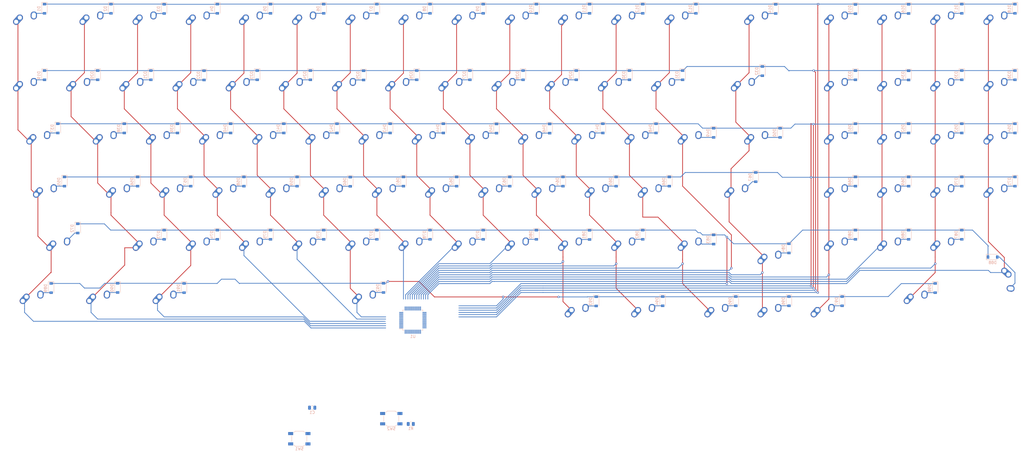
<source format=kicad_pcb>
(kicad_pcb (version 20171130) (host pcbnew "(5.1.10)-1")
  (layers (0 F.Cu signal) (31 B.Cu signal) (34 B.Paste user) (35 F.Paste user) (36 B.SilkS user) (37 F.SilkS user) (38 B.Mask user) (39 F.Mask user) (44 Edge.Cuts user))
  (net 0 "")
  (net 1 "Net-(C1-Pad2)")
  (net 2 +5V)
  (net 3 "Net-(D1-Pad2)")
  (net 4 row0)
  (net 5 "Net-(D2-Pad2)")
  (net 6 "Net-(D3-Pad2)")
  (net 7 "Net-(D4-Pad2)")
  (net 8 "Net-(D5-Pad2)")
  (net 9 "Net-(D6-Pad2)")
  (net 10 "Net-(D7-Pad2)")
  (net 11 "Net-(D8-Pad2)")
  (net 12 "Net-(D9-Pad2)")
  (net 13 "Net-(D10-Pad2)")
  (net 14 "Net-(D11-Pad2)")
  (net 15 "Net-(D12-Pad2)")
  (net 16 "Net-(D13-Pad2)")
  (net 17 "Net-(D14-Pad2)")
  (net 18 "Net-(D15-Pad2)")
  (net 19 "Net-(D16-Pad2)")
  (net 20 "Net-(D17-Pad2)")
  (net 21 "Net-(D18-Pad2)")
  (net 22 "Net-(D19-Pad2)")
  (net 23 row1)
  (net 24 "Net-(D20-Pad2)")
  (net 25 "Net-(D21-Pad2)")
  (net 26 "Net-(D22-Pad2)")
  (net 27 "Net-(D23-Pad2)")
  (net 28 "Net-(D24-Pad2)")
  (net 29 "Net-(D25-Pad2)")
  (net 30 "Net-(D26-Pad2)")
  (net 31 "Net-(D27-Pad2)")
  (net 32 "Net-(D28-Pad2)")
  (net 33 "Net-(D29-Pad2)")
  (net 34 "Net-(D30-Pad2)")
  (net 35 "Net-(D31-Pad2)")
  (net 36 "Net-(D32-Pad2)")
  (net 37 "Net-(D33-Pad2)")
  (net 38 "Net-(D34-Pad2)")
  (net 39 "Net-(D35-Pad2)")
  (net 40 "Net-(D36-Pad2)")
  (net 41 "Net-(D37-Pad2)")
  (net 42 row2)
  (net 43 "Net-(D38-Pad2)")
  (net 44 "Net-(D39-Pad2)")
  (net 45 "Net-(D40-Pad2)")
  (net 46 "Net-(D41-Pad2)")
  (net 47 "Net-(D42-Pad2)")
  (net 48 "Net-(D43-Pad2)")
  (net 49 "Net-(D44-Pad2)")
  (net 50 "Net-(D45-Pad2)")
  (net 51 "Net-(D46-Pad2)")
  (net 52 "Net-(D47-Pad2)")
  (net 53 "Net-(D48-Pad2)")
  (net 54 "Net-(D49-Pad2)")
  (net 55 "Net-(D50-Pad2)")
  (net 56 "Net-(D51-Pad2)")
  (net 57 "Net-(D52-Pad2)")
  (net 58 "Net-(D53-Pad2)")
  (net 59 "Net-(D54-Pad2)")
  (net 60 "Net-(D55-Pad2)")
  (net 61 row3)
  (net 62 "Net-(D56-Pad2)")
  (net 63 "Net-(D57-Pad2)")
  (net 64 "Net-(D58-Pad2)")
  (net 65 "Net-(D59-Pad2)")
  (net 66 "Net-(D60-Pad2)")
  (net 67 "Net-(D61-Pad2)")
  (net 68 "Net-(D62-Pad2)")
  (net 69 "Net-(D63-Pad2)")
  (net 70 "Net-(D64-Pad2)")
  (net 71 "Net-(D65-Pad2)")
  (net 72 "Net-(D66-Pad2)")
  (net 73 "Net-(D67-Pad2)")
  (net 74 "Net-(D68-Pad2)")
  (net 75 "Net-(D69-Pad2)")
  (net 76 "Net-(D70-Pad2)")
  (net 77 "Net-(D71-Pad2)")
  (net 78 "Net-(D72-Pad2)")
  (net 79 row4)
  (net 80 "Net-(D73-Pad2)")
  (net 81 "Net-(D74-Pad2)")
  (net 82 "Net-(D75-Pad2)")
  (net 83 "Net-(D76-Pad2)")
  (net 84 "Net-(D77-Pad2)")
  (net 85 "Net-(D78-Pad2)")
  (net 86 "Net-(D79-Pad2)")
  (net 87 "Net-(D80-Pad2)")
  (net 88 "Net-(D81-Pad2)")
  (net 89 "Net-(D82-Pad2)")
  (net 90 "Net-(D83-Pad2)")
  (net 91 "Net-(D84-Pad2)")
  (net 92 "Net-(D85-Pad2)")
  (net 93 "Net-(D86-Pad2)")
  (net 94 "Net-(D87-Pad2)")
  (net 95 "Net-(D88-Pad2)")
  (net 96 "Net-(D89-Pad2)")
  (net 97 row5)
  (net 98 "Net-(D90-Pad2)")
  (net 99 "Net-(D91-Pad2)")
  (net 100 "Net-(D92-Pad2)")
  (net 101 "Net-(D93-Pad2)")
  (net 102 "Net-(D94-Pad2)")
  (net 103 "Net-(D95-Pad2)")
  (net 104 "Net-(D96-Pad2)")
  (net 105 "Net-(D97-Pad2)")
  (net 106 "Net-(D98-Pad2)")
  (net 107 col00)
  (net 108 col01)
  (net 109 col02)
  (net 110 col03)
  (net 111 col04)
  (net 112 col05)
  (net 113 col06)
  (net 114 col07)
  (net 115 col08)
  (net 116 col09)
  (net 117 col10)
  (net 118 col11)
  (net 119 col12)
  (net 120 col13)
  (net 121 col14)
  (net 122 col15)
  (net 123 col16)
  (net 124 col17)
  (net 125 "Net-(R1-Pad2)")
  (net 126 "Net-(R1-Pad1)")
  (net 127 GND)
  (net 128 "Net-(U1-Pad46)")
  (net 129 "Net-(U1-Pad45)")
  (net 130 "Net-(U1-Pad43)")
  (net 131 "Net-(U1-Pad42)")
  (net 132 "Net-(U1-Pad41)")
  (net 133 "Net-(U1-Pad40)")
  (net 134 "Net-(U1-Pad39)")
  (net 135 "Net-(U1-Pad38)")
  (net 136 "Net-(U1-Pad37)")
  (net 137 "Net-(U1-Pad34)")
  (net 138 "Net-(J1-Pad2)")
  (net 139 "Net-(J1-Pad3)")
  (net 140 "Net-(U1-Pad31)")
  (net 141 "Net-(U1-Pad30)")
  (net 142 "Net-(U1-Pad29)")
  (net 143 "Net-(U1-Pad28)")
  (net 144 "Net-(U1-Pad27)")
  (net 145 "Net-(U1-Pad26)")
  (net 146 "Net-(U1-Pad25)")
  (net 147 "Net-(U1-Pad22)")
  (net 148 "Net-(U1-Pad21)")
  (net 149 "Net-(U1-Pad20)")
  (net 150 "Net-(U1-Pad19)")
  (net 151 "Net-(U1-Pad18)")
  (net 152 "Net-(U1-Pad17)")
  (net 153 "Net-(U1-Pad16)")
  (net 154 "Net-(U1-Pad15)")
  (net 155 "Net-(U1-Pad14)")
  (net 156 "Net-(U1-Pad13)")
  (net 157 "Net-(U1-Pad12)")
  (net 158 "Net-(U1-Pad11)")
  (net 159 "Net-(U1-Pad10)")
  (net 160 "Net-(U1-Pad6)")
  (net 161 "Net-(U1-Pad5)")
  (net 162 "Net-(U1-Pad4)")
  (net 163 "Net-(U1-Pad3)")
  (net 164 "Net-(U1-Pad2)")
  (module MX_Alps_Hybrid:MX-1U-NoLED (layer F.Cu) (at 123.03125 239.7125)
    (fp_text reference MX1)
    (fp_text value ESC)
    (pad 2 thru_hole oval (at 2.5 -4.5 86.0548) (size 2.831378 2.25) (drill 1.47 (offset 0.290689 0)) (layers *.Cu B.Mask) (net 3 "Net-(D1-Pad2)"))
    (pad 2 thru_hole circle (at 2.54 -5.08) (size 2.25 2.25) (drill 1.47) (layers *.Cu B.Mask) (net 3 "Net-(D1-Pad2)"))
    (pad 1 thru_hole oval (at -3.81 -2.54 48.0996) (size 4.211556 2.25) (drill 1.47 (offset 0.980778 0)) (layers *.Cu B.Mask) (net 107 col00))
    (pad "" np_thru_hole circle (at 0 0) (size 3.9878 3.9878) (drill 3.9878) (layers *.Cu *.Mask))
    (pad 1 thru_hole circle (at -2.5 -4) (size 2.25 2.25) (drill 1.47) (layers *.Cu B.Mask) (net 107 col00))
    (pad "" np_thru_hole circle (at -5.08 0 48.0996) (size 1.75 1.75) (drill 1.75) (layers *.Cu *.Mask))
    (pad "" np_thru_hole circle (at 5.08 0 48.0996) (size 1.75 1.75) (drill 1.75) (layers *.Cu *.Mask))
  )
  (module MX_Alps_Hybrid:MX-1.5U-NoLED (layer F.Cu) (at 361.15625 320.675)
    (fp_text reference MX83)
    (fp_text value RSHFT)
    (pad 2 thru_hole oval (at 2.5 -4.5 86.0548) (size 2.831378 2.25) (drill 1.47 (offset 0.290689 0)) (layers *.Cu B.Mask) (net 90 "Net-(D83-Pad2)"))
    (pad 2 thru_hole circle (at 2.54 -5.08) (size 2.25 2.25) (drill 1.47) (layers *.Cu B.Mask) (net 90 "Net-(D83-Pad2)"))
    (pad 1 thru_hole oval (at -3.81 -2.54 48.0996) (size 4.211556 2.25) (drill 1.47 (offset 0.980778 0)) (layers *.Cu B.Mask) (net 118 col11))
    (pad "" np_thru_hole circle (at 0 0) (size 3.9878 3.9878) (drill 3.9878) (layers *.Cu *.Mask))
    (pad 1 thru_hole circle (at -2.5 -4) (size 2.25 2.25) (drill 1.47) (layers *.Cu B.Mask) (net 118 col11))
    (pad "" np_thru_hole circle (at -5.08 0 48.0996) (size 1.75 1.75) (drill 1.75) (layers *.Cu *.Mask))
    (pad "" np_thru_hole circle (at 5.08 0 48.0996) (size 1.75 1.75) (drill 1.75) (layers *.Cu *.Mask))
  )
  (module MX_Alps_Hybrid:MX-1U-NoLED (layer F.Cu) (at 165.89375 320.675)
    (fp_text reference MX73)
    (fp_text value Z)
    (pad 2 thru_hole oval (at 2.5 -4.5 86.0548) (size 2.831378 2.25) (drill 1.47 (offset 0.290689 0)) (layers *.Cu B.Mask) (net 80 "Net-(D73-Pad2)"))
    (pad 2 thru_hole circle (at 2.54 -5.08) (size 2.25 2.25) (drill 1.47) (layers *.Cu B.Mask) (net 80 "Net-(D73-Pad2)"))
    (pad 1 thru_hole oval (at -3.81 -2.54 48.0996) (size 4.211556 2.25) (drill 1.47 (offset 0.980778 0)) (layers *.Cu B.Mask) (net 108 col01))
    (pad "" np_thru_hole circle (at 0 0) (size 3.9878 3.9878) (drill 3.9878) (layers *.Cu *.Mask))
    (pad 1 thru_hole circle (at -2.5 -4) (size 2.25 2.25) (drill 1.47) (layers *.Cu B.Mask) (net 108 col01))
    (pad "" np_thru_hole circle (at -5.08 0 48.0996) (size 1.75 1.75) (drill 1.75) (layers *.Cu *.Mask))
    (pad "" np_thru_hole circle (at 5.08 0 48.0996) (size 1.75 1.75) (drill 1.75) (layers *.Cu *.Mask))
  )
  (module MX_Alps_Hybrid:MX-1U-NoLED (layer F.Cu) (at 184.94375 320.675)
    (fp_text reference MX74)
    (fp_text value X)
    (pad 2 thru_hole oval (at 2.5 -4.5 86.0548) (size 2.831378 2.25) (drill 1.47 (offset 0.290689 0)) (layers *.Cu B.Mask) (net 81 "Net-(D74-Pad2)"))
    (pad 2 thru_hole circle (at 2.54 -5.08) (size 2.25 2.25) (drill 1.47) (layers *.Cu B.Mask) (net 81 "Net-(D74-Pad2)"))
    (pad 1 thru_hole oval (at -3.81 -2.54 48.0996) (size 4.211556 2.25) (drill 1.47 (offset 0.980778 0)) (layers *.Cu B.Mask) (net 109 col02))
    (pad "" np_thru_hole circle (at 0 0) (size 3.9878 3.9878) (drill 3.9878) (layers *.Cu *.Mask))
    (pad 1 thru_hole circle (at -2.5 -4) (size 2.25 2.25) (drill 1.47) (layers *.Cu B.Mask) (net 109 col02))
    (pad "" np_thru_hole circle (at -5.08 0 48.0996) (size 1.75 1.75) (drill 1.75) (layers *.Cu *.Mask))
    (pad "" np_thru_hole circle (at 5.08 0 48.0996) (size 1.75 1.75) (drill 1.75) (layers *.Cu *.Mask))
  )
  (module MX_Alps_Hybrid:MX-2U-NoLED (layer F.Cu) (at 442.11875 339.725)
    (fp_text reference MX98)
    (fp_text value NUM0)
    (pad 2 thru_hole oval (at 2.5 -4.5 86.0548) (size 2.831378 2.25) (drill 1.47 (offset 0.290689 0)) (layers *.Cu B.Mask) (net 106 "Net-(D98-Pad2)"))
    (pad 2 thru_hole circle (at 2.54 -5.08) (size 2.25 2.25) (drill 1.47) (layers *.Cu B.Mask) (net 106 "Net-(D98-Pad2)"))
    (pad 1 thru_hole oval (at -3.81 -2.54 48.0996) (size 4.211556 2.25) (drill 1.47 (offset 0.980778 0)) (layers *.Cu B.Mask) (net 123 col16))
    (pad "" np_thru_hole circle (at 0 0) (size 3.9878 3.9878) (drill 3.9878) (layers *.Cu *.Mask))
    (pad 1 thru_hole circle (at -2.5 -4) (size 2.25 2.25) (drill 1.47) (layers *.Cu B.Mask) (net 123 col16))
    (pad "" np_thru_hole circle (at -5.08 0 48.0996) (size 1.75 1.75) (drill 1.75) (layers *.Cu *.Mask))
    (pad "" np_thru_hole circle (at 5.08 0 48.0996) (size 1.75 1.75) (drill 1.75) (layers *.Cu *.Mask))
    (pad "" np_thru_hole circle (at -11.938 -6.985) (size 3.048 3.048) (drill 3.048) (layers *.Cu *.Mask))
    (pad "" np_thru_hole circle (at 11.938 -6.985) (size 3.048 3.048) (drill 3.048) (layers *.Cu *.Mask))
    (pad "" np_thru_hole circle (at -11.938 8.255) (size 3.9878 3.9878) (drill 3.9878) (layers *.Cu *.Mask))
    (pad "" np_thru_hole circle (at 11.938 8.255) (size 3.9878 3.9878) (drill 3.9878) (layers *.Cu *.Mask))
  )
  (module Package_QFP:LQFP-48_7x7mm_P0.5mm (layer B.Cu) (at 261.3375 344.0625)
    (fp_text reference U1 (at 0 5.85) (layer B.SilkS) (effects (justify mirror)))
    (fp_text value STM32F303CCTx)
    (pad 48 smd roundrect (at -2.75 4.1625) (size 0.3 1.475) (layers B.Cu B.Paste B.Mask) (net 2 +5V))
    (pad 47 smd roundrect (at -2.25 4.1625) (size 0.3 1.475) (layers B.Cu B.Paste B.Mask) (net 127 GND))
    (pad 46 smd roundrect (at -1.75 4.1625) (size 0.3 1.475) (layers B.Cu B.Paste B.Mask) (net 128 "Net-(U1-Pad46)"))
    (pad 45 smd roundrect (at -1.25 4.1625) (size 0.3 1.475) (layers B.Cu B.Paste B.Mask) (net 129 "Net-(U1-Pad45)"))
    (pad 44 smd roundrect (at -0.75 4.1625) (size 0.3 1.475) (layers B.Cu B.Paste B.Mask) (net 126 "Net-(R1-Pad1)"))
    (pad 43 smd roundrect (at -0.25 4.1625) (size 0.3 1.475) (layers B.Cu B.Paste B.Mask) (net 130 "Net-(U1-Pad43)"))
    (pad 42 smd roundrect (at 0.25 4.1625) (size 0.3 1.475) (layers B.Cu B.Paste B.Mask) (net 131 "Net-(U1-Pad42)"))
    (pad 41 smd roundrect (at 0.75 4.1625) (size 0.3 1.475) (layers B.Cu B.Paste B.Mask) (net 132 "Net-(U1-Pad41)"))
    (pad 40 smd roundrect (at 1.25 4.1625) (size 0.3 1.475) (layers B.Cu B.Paste B.Mask) (net 133 "Net-(U1-Pad40)"))
    (pad 39 smd roundrect (at 1.75 4.1625) (size 0.3 1.475) (layers B.Cu B.Paste B.Mask) (net 134 "Net-(U1-Pad39)"))
    (pad 38 smd roundrect (at 2.25 4.1625) (size 0.3 1.475) (layers B.Cu B.Paste B.Mask) (net 135 "Net-(U1-Pad38)"))
    (pad 37 smd roundrect (at 2.75 4.1625) (size 0.3 1.475) (layers B.Cu B.Paste B.Mask) (net 136 "Net-(U1-Pad37)"))
    (pad 36 smd roundrect (at 4.1625 2.75) (size 1.475 0.3) (layers B.Cu B.Paste B.Mask) (net 2 +5V))
    (pad 35 smd roundrect (at 4.1625 2.25) (size 1.475 0.3) (layers B.Cu B.Paste B.Mask) (net 127 GND))
    (pad 34 smd roundrect (at 4.1625 1.75) (size 1.475 0.3) (layers B.Cu B.Paste B.Mask) (net 137 "Net-(U1-Pad34)"))
    (pad 33 smd roundrect (at 4.1625 1.25) (size 1.475 0.3) (layers B.Cu B.Paste B.Mask) (net 138 "Net-(J1-Pad2)"))
    (pad 32 smd roundrect (at 4.1625 0.75) (size 1.475 0.3) (layers B.Cu B.Paste B.Mask) (net 139 "Net-(J1-Pad3)"))
    (pad 31 smd roundrect (at 4.1625 0.25) (size 1.475 0.3) (layers B.Cu B.Paste B.Mask) (net 140 "Net-(U1-Pad31)"))
    (pad 30 smd roundrect (at 4.1625 -0.25) (size 1.475 0.3) (layers B.Cu B.Paste B.Mask) (net 141 "Net-(U1-Pad30)"))
    (pad 29 smd roundrect (at 4.1625 -0.75) (size 1.475 0.3) (layers B.Cu B.Paste B.Mask) (net 142 "Net-(U1-Pad29)"))
    (pad 28 smd roundrect (at 4.1625 -1.25) (size 1.475 0.3) (layers B.Cu B.Paste B.Mask) (net 143 "Net-(U1-Pad28)"))
    (pad 27 smd roundrect (at 4.1625 -1.75) (size 1.475 0.3) (layers B.Cu B.Paste B.Mask) (net 144 "Net-(U1-Pad27)"))
    (pad 26 smd roundrect (at 4.1625 -2.25) (size 1.475 0.3) (layers B.Cu B.Paste B.Mask) (net 145 "Net-(U1-Pad26)"))
    (pad 25 smd roundrect (at 4.1625 -2.75) (size 1.475 0.3) (layers B.Cu B.Paste B.Mask) (net 146 "Net-(U1-Pad25)"))
    (pad 24 smd roundrect (at 2.75 -4.1625) (size 0.3 1.475) (layers B.Cu B.Paste B.Mask) (net 2 +5V))
    (pad 23 smd roundrect (at 2.25 -4.1625) (size 0.3 1.475) (layers B.Cu B.Paste B.Mask) (net 127 GND))
    (pad 22 smd roundrect (at 1.75 -4.1625) (size 0.3 1.475) (layers B.Cu B.Paste B.Mask) (net 147 "Net-(U1-Pad22)"))
    (pad 21 smd roundrect (at 1.25 -4.1625) (size 0.3 1.475) (layers B.Cu B.Paste B.Mask) (net 148 "Net-(U1-Pad21)"))
    (pad 20 smd roundrect (at 0.75 -4.1625) (size 0.3 1.475) (layers B.Cu B.Paste B.Mask) (net 149 "Net-(U1-Pad20)"))
    (pad 19 smd roundrect (at 0.25 -4.1625) (size 0.3 1.475) (layers B.Cu B.Paste B.Mask) (net 150 "Net-(U1-Pad19)"))
    (pad 18 smd roundrect (at -0.25 -4.1625) (size 0.3 1.475) (layers B.Cu B.Paste B.Mask) (net 151 "Net-(U1-Pad18)"))
    (pad 17 smd roundrect (at -0.75 -4.1625) (size 0.3 1.475) (layers B.Cu B.Paste B.Mask) (net 152 "Net-(U1-Pad17)"))
    (pad 16 smd roundrect (at -1.25 -4.1625) (size 0.3 1.475) (layers B.Cu B.Paste B.Mask) (net 153 "Net-(U1-Pad16)"))
    (pad 15 smd roundrect (at -1.75 -4.1625) (size 0.3 1.475) (layers B.Cu B.Paste B.Mask) (net 154 "Net-(U1-Pad15)"))
    (pad 14 smd roundrect (at -2.25 -4.1625) (size 0.3 1.475) (layers B.Cu B.Paste B.Mask) (net 155 "Net-(U1-Pad14)"))
    (pad 13 smd roundrect (at -2.75 -4.1625) (size 0.3 1.475) (layers B.Cu B.Paste B.Mask) (net 156 "Net-(U1-Pad13)"))
    (pad 12 smd roundrect (at -4.1625 -2.75) (size 1.475 0.3) (layers B.Cu B.Paste B.Mask) (net 157 "Net-(U1-Pad12)"))
    (pad 11 smd roundrect (at -4.1625 -2.25) (size 1.475 0.3) (layers B.Cu B.Paste B.Mask) (net 158 "Net-(U1-Pad11)"))
    (pad 10 smd roundrect (at -4.1625 -1.75) (size 1.475 0.3) (layers B.Cu B.Paste B.Mask) (net 159 "Net-(U1-Pad10)"))
    (pad 9 smd roundrect (at -4.1625 -1.25) (size 1.475 0.3) (layers B.Cu B.Paste B.Mask) (net 2 +5V))
    (pad 8 smd roundrect (at -4.1625 -0.75) (size 1.475 0.3) (layers B.Cu B.Paste B.Mask) (net 127 GND))
    (pad 7 smd roundrect (at -4.1625 -0.25) (size 1.475 0.3) (layers B.Cu B.Paste B.Mask) (net 1 "Net-(C1-Pad2)"))
    (pad 6 smd roundrect (at -4.1625 0.25) (size 1.475 0.3) (layers B.Cu B.Paste B.Mask) (net 160 "Net-(U1-Pad6)"))
    (pad 5 smd roundrect (at -4.1625 0.75) (size 1.475 0.3) (layers B.Cu B.Paste B.Mask) (net 161 "Net-(U1-Pad5)"))
    (pad 4 smd roundrect (at -4.1625 1.25) (size 1.475 0.3) (layers B.Cu B.Paste B.Mask) (net 162 "Net-(U1-Pad4)"))
    (pad 3 smd roundrect (at -4.1625 1.75) (size 1.475 0.3) (layers B.Cu B.Paste B.Mask) (net 163 "Net-(U1-Pad3)"))
    (pad 2 smd roundrect (at -4.1625 2.25) (size 1.475 0.3) (layers B.Cu B.Paste B.Mask) (net 164 "Net-(U1-Pad2)"))
    (pad 1 smd roundrect (at -4.1625 2.75) (size 1.475 0.3) (layers B.Cu B.Paste B.Mask) (net 2 +5V))
  )
  (module Button_Switch_SMD:SW_SPST_SKQG_WithStem (layer B.Cu) (at 253.6125 379.3675)
    (fp_text reference SW2 (at 0 3.6) (layer B.SilkS) (effects (justify mirror)))
    (fp_text value SW_Push_SPDT)
    (pad 2 smd rect (at 3.1 -1.85) (size 1.8 1.1) (layers B.Cu B.Paste B.Mask) (net 125 "Net-(R1-Pad2)"))
    (pad 2 smd rect (at -3.1 -1.85) (size 1.8 1.1) (layers B.Cu B.Paste B.Mask) (net 125 "Net-(R1-Pad2)"))
    (pad 1 smd rect (at 3.1 1.85) (size 1.8 1.1) (layers B.Cu B.Paste B.Mask) (net 127 GND))
    (pad 1 smd rect (at -3.1 1.85) (size 1.8 1.1) (layers B.Cu B.Paste B.Mask) (net 127 GND))
  )
  (module Button_Switch_SMD:SW_SPST_SKQG_WithStem (layer B.Cu) (at 220.6625 386.55625)
    (fp_text reference SW1 (at 0 3.6) (layer B.SilkS) (effects (justify mirror)))
    (fp_text value SW_Push)
    (pad 2 smd rect (at 3.1 -1.85) (size 1.8 1.1) (layers B.Cu B.Paste B.Mask) (net 1 "Net-(C1-Pad2)"))
    (pad 2 smd rect (at -3.1 -1.85) (size 1.8 1.1) (layers B.Cu B.Paste B.Mask) (net 1 "Net-(C1-Pad2)"))
    (pad 1 smd rect (at 3.1 1.85) (size 1.8 1.1) (layers B.Cu B.Paste B.Mask) (net 127 GND))
    (pad 1 smd rect (at -3.1 1.85) (size 1.8 1.1) (layers B.Cu B.Paste B.Mask) (net 127 GND))
  )
  (module Resistor_SMD:R_0805_2012Metric (layer B.Cu) (at 260.5925 381.2675)
    (fp_text reference R1 (at 0 1.65) (layer B.SilkS) (effects (justify mirror)))
    (fp_text value 10K)
    (pad 2 smd roundrect (at 0.9125 0) (size 1.025 1.4) (layers B.Cu B.Paste B.Mask) (roundrect_rratio 0.243902) (net 125 "Net-(R1-Pad2)"))
    (pad 1 smd roundrect (at -0.9125 0) (size 1.025 1.4) (layers B.Cu B.Paste B.Mask) (roundrect_rratio 0.243902) (net 126 "Net-(R1-Pad1)"))
  )
  (module MX_Alps_Hybrid:MX-1U-NoLED (layer F.Cu) (at 408.78125 344.4875)
    (fp_text reference MX97)
    (fp_text value RIGHT)
    (pad 2 thru_hole oval (at 2.5 -4.5 86.0548) (size 2.831378 2.25) (drill 1.47 (offset 0.290689 0)) (layers *.Cu B.Mask) (net 105 "Net-(D97-Pad2)"))
    (pad 2 thru_hole circle (at 2.54 -5.08) (size 2.25 2.25) (drill 1.47) (layers *.Cu B.Mask) (net 105 "Net-(D97-Pad2)"))
    (pad 1 thru_hole oval (at -3.81 -2.54 48.0996) (size 4.211556 2.25) (drill 1.47 (offset 0.980778 0)) (layers *.Cu B.Mask) (net 121 col14))
    (pad "" np_thru_hole circle (at 0 0) (size 3.9878 3.9878) (drill 3.9878) (layers *.Cu *.Mask))
    (pad 1 thru_hole circle (at -2.5 -4) (size 2.25 2.25) (drill 1.47) (layers *.Cu B.Mask) (net 121 col14))
    (pad "" np_thru_hole circle (at -5.08 0 48.0996) (size 1.75 1.75) (drill 1.75) (layers *.Cu *.Mask))
    (pad "" np_thru_hole circle (at 5.08 0 48.0996) (size 1.75 1.75) (drill 1.75) (layers *.Cu *.Mask))
  )
  (module MX_Alps_Hybrid:MX-1U-NoLED (layer F.Cu) (at 389.73125 344.4875)
    (fp_text reference MX96)
    (fp_text value DOWN)
    (pad 2 thru_hole oval (at 2.5 -4.5 86.0548) (size 2.831378 2.25) (drill 1.47 (offset 0.290689 0)) (layers *.Cu B.Mask) (net 104 "Net-(D96-Pad2)"))
    (pad 2 thru_hole circle (at 2.54 -5.08) (size 2.25 2.25) (drill 1.47) (layers *.Cu B.Mask) (net 104 "Net-(D96-Pad2)"))
    (pad 1 thru_hole oval (at -3.81 -2.54 48.0996) (size 4.211556 2.25) (drill 1.47 (offset 0.980778 0)) (layers *.Cu B.Mask) (net 120 col13))
    (pad "" np_thru_hole circle (at 0 0) (size 3.9878 3.9878) (drill 3.9878) (layers *.Cu *.Mask))
    (pad 1 thru_hole circle (at -2.5 -4) (size 2.25 2.25) (drill 1.47) (layers *.Cu B.Mask) (net 120 col13))
    (pad "" np_thru_hole circle (at -5.08 0 48.0996) (size 1.75 1.75) (drill 1.75) (layers *.Cu *.Mask))
    (pad "" np_thru_hole circle (at 5.08 0 48.0996) (size 1.75 1.75) (drill 1.75) (layers *.Cu *.Mask))
  )
  (module MX_Alps_Hybrid:MX-1U-NoLED (layer F.Cu) (at 370.68125 344.4875)
    (fp_text reference MX95)
    (fp_text value LEFT)
    (pad 2 thru_hole oval (at 2.5 -4.5 86.0548) (size 2.831378 2.25) (drill 1.47 (offset 0.290689 0)) (layers *.Cu B.Mask) (net 103 "Net-(D95-Pad2)"))
    (pad 2 thru_hole circle (at 2.54 -5.08) (size 2.25 2.25) (drill 1.47) (layers *.Cu B.Mask) (net 103 "Net-(D95-Pad2)"))
    (pad 1 thru_hole oval (at -3.81 -2.54 48.0996) (size 4.211556 2.25) (drill 1.47 (offset 0.980778 0)) (layers *.Cu B.Mask) (net 118 col11))
    (pad "" np_thru_hole circle (at 0 0) (size 3.9878 3.9878) (drill 3.9878) (layers *.Cu *.Mask))
    (pad 1 thru_hole circle (at -2.5 -4) (size 2.25 2.25) (drill 1.47) (layers *.Cu B.Mask) (net 118 col11))
    (pad "" np_thru_hole circle (at -5.08 0 48.0996) (size 1.75 1.75) (drill 1.75) (layers *.Cu *.Mask))
    (pad "" np_thru_hole circle (at 5.08 0 48.0996) (size 1.75 1.75) (drill 1.75) (layers *.Cu *.Mask))
  )
  (module MX_Alps_Hybrid:MX-1.25U-NoLED (layer F.Cu) (at 344.4875 344.4875)
    (fp_text reference MX94)
    (fp_text value END)
    (pad 2 thru_hole oval (at 2.5 -4.5 86.0548) (size 2.831378 2.25) (drill 1.47 (offset 0.290689 0)) (layers *.Cu B.Mask) (net 102 "Net-(D94-Pad2)"))
    (pad 2 thru_hole circle (at 2.54 -5.08) (size 2.25 2.25) (drill 1.47) (layers *.Cu B.Mask) (net 102 "Net-(D94-Pad2)"))
    (pad 1 thru_hole oval (at -3.81 -2.54 48.0996) (size 4.211556 2.25) (drill 1.47 (offset 0.980778 0)) (layers *.Cu B.Mask) (net 117 col10))
    (pad "" np_thru_hole circle (at 0 0) (size 3.9878 3.9878) (drill 3.9878) (layers *.Cu *.Mask))
    (pad 1 thru_hole circle (at -2.5 -4) (size 2.25 2.25) (drill 1.47) (layers *.Cu B.Mask) (net 117 col10))
    (pad "" np_thru_hole circle (at -5.08 0 48.0996) (size 1.75 1.75) (drill 1.75) (layers *.Cu *.Mask))
    (pad "" np_thru_hole circle (at 5.08 0 48.0996) (size 1.75 1.75) (drill 1.75) (layers *.Cu *.Mask))
  )
  (module MX_Alps_Hybrid:MX-1.25U-NoLED (layer F.Cu) (at 320.675 344.4875)
    (fp_text reference MX93)
    (fp_text value HOME)
    (pad 2 thru_hole oval (at 2.5 -4.5 86.0548) (size 2.831378 2.25) (drill 1.47 (offset 0.290689 0)) (layers *.Cu B.Mask) (net 101 "Net-(D93-Pad2)"))
    (pad 2 thru_hole circle (at 2.54 -5.08) (size 2.25 2.25) (drill 1.47) (layers *.Cu B.Mask) (net 101 "Net-(D93-Pad2)"))
    (pad 1 thru_hole oval (at -3.81 -2.54 48.0996) (size 4.211556 2.25) (drill 1.47 (offset 0.980778 0)) (layers *.Cu B.Mask) (net 116 col09))
    (pad "" np_thru_hole circle (at 0 0) (size 3.9878 3.9878) (drill 3.9878) (layers *.Cu *.Mask))
    (pad 1 thru_hole circle (at -2.5 -4) (size 2.25 2.25) (drill 1.47) (layers *.Cu B.Mask) (net 116 col09))
    (pad "" np_thru_hole circle (at -5.08 0 48.0996) (size 1.75 1.75) (drill 1.75) (layers *.Cu *.Mask))
    (pad "" np_thru_hole circle (at 5.08 0 48.0996) (size 1.75 1.75) (drill 1.75) (layers *.Cu *.Mask))
  )
  (module MX_Alps_Hybrid:MX-6.25U-NoLED (layer F.Cu) (at 244.475 339.725)
    (fp_text reference MX92)
    (fp_text value SPACE)
    (pad 2 thru_hole oval (at 2.5 -4.5 86.0548) (size 2.831378 2.25) (drill 1.47 (offset 0.290689 0)) (layers *.Cu B.Mask) (net 100 "Net-(D92-Pad2)"))
    (pad 2 thru_hole circle (at 2.54 -5.08) (size 2.25 2.25) (drill 1.47) (layers *.Cu B.Mask) (net 100 "Net-(D92-Pad2)"))
    (pad 1 thru_hole oval (at -3.81 -2.54 48.0996) (size 4.211556 2.25) (drill 1.47 (offset 0.980778 0)) (layers *.Cu B.Mask) (net 112 col05))
    (pad "" np_thru_hole circle (at 0 0) (size 3.9878 3.9878) (drill 3.9878) (layers *.Cu *.Mask))
    (pad 1 thru_hole circle (at -2.5 -4) (size 2.25 2.25) (drill 1.47) (layers *.Cu B.Mask) (net 112 col05))
    (pad "" np_thru_hole circle (at -5.08 0 48.0996) (size 1.75 1.75) (drill 1.75) (layers *.Cu *.Mask))
    (pad "" np_thru_hole circle (at 5.08 0 48.0996) (size 1.75 1.75) (drill 1.75) (layers *.Cu *.Mask))
    (pad "" np_thru_hole circle (at -49.9999 -6.985) (size 3.048 3.048) (drill 3.048) (layers *.Cu *.Mask))
    (pad "" np_thru_hole circle (at 49.9999 -6.985) (size 3.048 3.048) (drill 3.048) (layers *.Cu *.Mask))
    (pad "" np_thru_hole circle (at -49.9999 8.255) (size 3.9878 3.9878) (drill 3.9878) (layers *.Cu *.Mask))
    (pad "" np_thru_hole circle (at 49.9999 8.255) (size 3.9878 3.9878) (drill 3.9878) (layers *.Cu *.Mask))
  )
  (module MX_Alps_Hybrid:MX-1.25U-NoLED (layer F.Cu) (at 173.0375 339.725)
    (fp_text reference MX91)
    (fp_text value ALT)
    (pad 2 thru_hole oval (at 2.5 -4.5 86.0548) (size 2.831378 2.25) (drill 1.47 (offset 0.290689 0)) (layers *.Cu B.Mask) (net 99 "Net-(D91-Pad2)"))
    (pad 2 thru_hole circle (at 2.54 -5.08) (size 2.25 2.25) (drill 1.47) (layers *.Cu B.Mask) (net 99 "Net-(D91-Pad2)"))
    (pad 1 thru_hole oval (at -3.81 -2.54 48.0996) (size 4.211556 2.25) (drill 1.47 (offset 0.980778 0)) (layers *.Cu B.Mask) (net 109 col02))
    (pad "" np_thru_hole circle (at 0 0) (size 3.9878 3.9878) (drill 3.9878) (layers *.Cu *.Mask))
    (pad 1 thru_hole circle (at -2.5 -4) (size 2.25 2.25) (drill 1.47) (layers *.Cu B.Mask) (net 109 col02))
    (pad "" np_thru_hole circle (at -5.08 0 48.0996) (size 1.75 1.75) (drill 1.75) (layers *.Cu *.Mask))
    (pad "" np_thru_hole circle (at 5.08 0 48.0996) (size 1.75 1.75) (drill 1.75) (layers *.Cu *.Mask))
  )
  (module MX_Alps_Hybrid:MX-1.25U-NoLED (layer F.Cu) (at 149.225 339.725)
    (fp_text reference MX90)
    (fp_text value WIN)
    (pad 2 thru_hole oval (at 2.5 -4.5 86.0548) (size 2.831378 2.25) (drill 1.47 (offset 0.290689 0)) (layers *.Cu B.Mask) (net 98 "Net-(D90-Pad2)"))
    (pad 2 thru_hole circle (at 2.54 -5.08) (size 2.25 2.25) (drill 1.47) (layers *.Cu B.Mask) (net 98 "Net-(D90-Pad2)"))
    (pad 1 thru_hole oval (at -3.81 -2.54 48.0996) (size 4.211556 2.25) (drill 1.47 (offset 0.980778 0)) (layers *.Cu B.Mask) (net 108 col01))
    (pad "" np_thru_hole circle (at 0 0) (size 3.9878 3.9878) (drill 3.9878) (layers *.Cu *.Mask))
    (pad 1 thru_hole circle (at -2.5 -4) (size 2.25 2.25) (drill 1.47) (layers *.Cu B.Mask) (net 108 col01))
    (pad "" np_thru_hole circle (at -5.08 0 48.0996) (size 1.75 1.75) (drill 1.75) (layers *.Cu *.Mask))
    (pad "" np_thru_hole circle (at 5.08 0 48.0996) (size 1.75 1.75) (drill 1.75) (layers *.Cu *.Mask))
  )
  (module MX_Alps_Hybrid:MX-1.25U-NoLED (layer F.Cu) (at 125.4125 339.725)
    (fp_text reference MX89)
    (fp_text value CTRL)
    (pad 2 thru_hole oval (at 2.5 -4.5 86.0548) (size 2.831378 2.25) (drill 1.47 (offset 0.290689 0)) (layers *.Cu B.Mask) (net 96 "Net-(D89-Pad2)"))
    (pad 2 thru_hole circle (at 2.54 -5.08) (size 2.25 2.25) (drill 1.47) (layers *.Cu B.Mask) (net 96 "Net-(D89-Pad2)"))
    (pad 1 thru_hole oval (at -3.81 -2.54 48.0996) (size 4.211556 2.25) (drill 1.47 (offset 0.980778 0)) (layers *.Cu B.Mask) (net 107 col00))
    (pad "" np_thru_hole circle (at 0 0) (size 3.9878 3.9878) (drill 3.9878) (layers *.Cu *.Mask))
    (pad 1 thru_hole circle (at -2.5 -4) (size 2.25 2.25) (drill 1.47) (layers *.Cu B.Mask) (net 107 col00))
    (pad "" np_thru_hole circle (at -5.08 0 48.0996) (size 1.75 1.75) (drill 1.75) (layers *.Cu *.Mask))
    (pad "" np_thru_hole circle (at 5.08 0 48.0996) (size 1.75 1.75) (drill 1.75) (layers *.Cu *.Mask))
  )
  (module MX_Alps_Hybrid:MX-2U-NoLED (layer F.Cu) (at 470.69375 330.2 270)
    (fp_text reference MX88)
    (fp_text value NUMEN)
    (pad 2 thru_hole oval (at 2.5 -4.5 356.0548) (size 2.831378 2.25) (drill 1.47 (offset 0.290689 0)) (layers *.Cu B.Mask) (net 95 "Net-(D88-Pad2)"))
    (pad 2 thru_hole circle (at 2.54 -5.08 270) (size 2.25 2.25) (drill 1.47) (layers *.Cu B.Mask) (net 95 "Net-(D88-Pad2)"))
    (pad 1 thru_hole oval (at -3.81 -2.54 318.0996) (size 4.211556 2.25) (drill 1.47 (offset 0.980778 0)) (layers *.Cu B.Mask) (net 124 col17))
    (pad "" np_thru_hole circle (at 0 0 270) (size 3.9878 3.9878) (drill 3.9878) (layers *.Cu *.Mask))
    (pad 1 thru_hole circle (at -2.5 -4 270) (size 2.25 2.25) (drill 1.47) (layers *.Cu B.Mask) (net 124 col17))
    (pad "" np_thru_hole circle (at -5.08 0 318.0996) (size 1.75 1.75) (drill 1.75) (layers *.Cu *.Mask))
    (pad "" np_thru_hole circle (at 5.08 0 318.0996) (size 1.75 1.75) (drill 1.75) (layers *.Cu *.Mask))
    (pad "" np_thru_hole circle (at -11.938 -6.985 270) (size 3.048 3.048) (drill 3.048) (layers *.Cu *.Mask))
    (pad "" np_thru_hole circle (at 11.938 -6.985 270) (size 3.048 3.048) (drill 3.048) (layers *.Cu *.Mask))
    (pad "" np_thru_hole circle (at -11.938 8.255 270) (size 3.9878 3.9878) (drill 3.9878) (layers *.Cu *.Mask))
    (pad "" np_thru_hole circle (at 11.938 8.255 270) (size 3.9878 3.9878) (drill 3.9878) (layers *.Cu *.Mask))
  )
  (module MX_Alps_Hybrid:MX-1U-NoLED (layer F.Cu) (at 451.64375 320.675)
    (fp_text reference MX87)
    (fp_text value NUM3)
    (pad 2 thru_hole oval (at 2.5 -4.5 86.0548) (size 2.831378 2.25) (drill 1.47 (offset 0.290689 0)) (layers *.Cu B.Mask) (net 94 "Net-(D87-Pad2)"))
    (pad 2 thru_hole circle (at 2.54 -5.08) (size 2.25 2.25) (drill 1.47) (layers *.Cu B.Mask) (net 94 "Net-(D87-Pad2)"))
    (pad 1 thru_hole oval (at -3.81 -2.54 48.0996) (size 4.211556 2.25) (drill 1.47 (offset 0.980778 0)) (layers *.Cu B.Mask) (net 123 col16))
    (pad "" np_thru_hole circle (at 0 0) (size 3.9878 3.9878) (drill 3.9878) (layers *.Cu *.Mask))
    (pad 1 thru_hole circle (at -2.5 -4) (size 2.25 2.25) (drill 1.47) (layers *.Cu B.Mask) (net 123 col16))
    (pad "" np_thru_hole circle (at -5.08 0 48.0996) (size 1.75 1.75) (drill 1.75) (layers *.Cu *.Mask))
    (pad "" np_thru_hole circle (at 5.08 0 48.0996) (size 1.75 1.75) (drill 1.75) (layers *.Cu *.Mask))
  )
  (module MX_Alps_Hybrid:MX-1U-NoLED (layer F.Cu) (at 432.59375 320.675)
    (fp_text reference MX86)
    (fp_text value NUM2)
    (pad 2 thru_hole oval (at 2.5 -4.5 86.0548) (size 2.831378 2.25) (drill 1.47 (offset 0.290689 0)) (layers *.Cu B.Mask) (net 93 "Net-(D86-Pad2)"))
    (pad 2 thru_hole circle (at 2.54 -5.08) (size 2.25 2.25) (drill 1.47) (layers *.Cu B.Mask) (net 93 "Net-(D86-Pad2)"))
    (pad 1 thru_hole oval (at -3.81 -2.54 48.0996) (size 4.211556 2.25) (drill 1.47 (offset 0.980778 0)) (layers *.Cu B.Mask) (net 122 col15))
    (pad "" np_thru_hole circle (at 0 0) (size 3.9878 3.9878) (drill 3.9878) (layers *.Cu *.Mask))
    (pad 1 thru_hole circle (at -2.5 -4) (size 2.25 2.25) (drill 1.47) (layers *.Cu B.Mask) (net 122 col15))
    (pad "" np_thru_hole circle (at -5.08 0 48.0996) (size 1.75 1.75) (drill 1.75) (layers *.Cu *.Mask))
    (pad "" np_thru_hole circle (at 5.08 0 48.0996) (size 1.75 1.75) (drill 1.75) (layers *.Cu *.Mask))
  )
  (module MX_Alps_Hybrid:MX-1U-NoLED (layer F.Cu) (at 413.54375 320.675)
    (fp_text reference MX85)
    (fp_text value NUM1)
    (pad 2 thru_hole oval (at 2.5 -4.5 86.0548) (size 2.831378 2.25) (drill 1.47 (offset 0.290689 0)) (layers *.Cu B.Mask) (net 92 "Net-(D85-Pad2)"))
    (pad 2 thru_hole circle (at 2.54 -5.08) (size 2.25 2.25) (drill 1.47) (layers *.Cu B.Mask) (net 92 "Net-(D85-Pad2)"))
    (pad 1 thru_hole oval (at -3.81 -2.54 48.0996) (size 4.211556 2.25) (drill 1.47 (offset 0.980778 0)) (layers *.Cu B.Mask) (net 121 col14))
    (pad "" np_thru_hole circle (at 0 0) (size 3.9878 3.9878) (drill 3.9878) (layers *.Cu *.Mask))
    (pad 1 thru_hole circle (at -2.5 -4) (size 2.25 2.25) (drill 1.47) (layers *.Cu B.Mask) (net 121 col14))
    (pad "" np_thru_hole circle (at -5.08 0 48.0996) (size 1.75 1.75) (drill 1.75) (layers *.Cu *.Mask))
    (pad "" np_thru_hole circle (at 5.08 0 48.0996) (size 1.75 1.75) (drill 1.75) (layers *.Cu *.Mask))
  )
  (module MX_Alps_Hybrid:MX-1U-NoLED (layer F.Cu) (at 389.73125 325.4375)
    (fp_text reference MX84)
    (fp_text value UP)
    (pad 2 thru_hole oval (at 2.5 -4.5 86.0548) (size 2.831378 2.25) (drill 1.47 (offset 0.290689 0)) (layers *.Cu B.Mask) (net 91 "Net-(D84-Pad2)"))
    (pad 2 thru_hole circle (at 2.54 -5.08) (size 2.25 2.25) (drill 1.47) (layers *.Cu B.Mask) (net 91 "Net-(D84-Pad2)"))
    (pad 1 thru_hole oval (at -3.81 -2.54 48.0996) (size 4.211556 2.25) (drill 1.47 (offset 0.980778 0)) (layers *.Cu B.Mask) (net 120 col13))
    (pad "" np_thru_hole circle (at 0 0) (size 3.9878 3.9878) (drill 3.9878) (layers *.Cu *.Mask))
    (pad 1 thru_hole circle (at -2.5 -4) (size 2.25 2.25) (drill 1.47) (layers *.Cu B.Mask) (net 120 col13))
    (pad "" np_thru_hole circle (at -5.08 0 48.0996) (size 1.75 1.75) (drill 1.75) (layers *.Cu *.Mask))
    (pad "" np_thru_hole circle (at 5.08 0 48.0996) (size 1.75 1.75) (drill 1.75) (layers *.Cu *.Mask))
  )
  (module MX_Alps_Hybrid:MX-1U-NoLED (layer F.Cu) (at 337.34375 320.675)
    (fp_text reference MX82)
    (fp_text value SLSH)
    (pad 2 thru_hole oval (at 2.5 -4.5 86.0548) (size 2.831378 2.25) (drill 1.47 (offset 0.290689 0)) (layers *.Cu B.Mask) (net 89 "Net-(D82-Pad2)"))
    (pad 2 thru_hole circle (at 2.54 -5.08) (size 2.25 2.25) (drill 1.47) (layers *.Cu B.Mask) (net 89 "Net-(D82-Pad2)"))
    (pad 1 thru_hole oval (at -3.81 -2.54 48.0996) (size 4.211556 2.25) (drill 1.47 (offset 0.980778 0)) (layers *.Cu B.Mask) (net 117 col10))
    (pad "" np_thru_hole circle (at 0 0) (size 3.9878 3.9878) (drill 3.9878) (layers *.Cu *.Mask))
    (pad 1 thru_hole circle (at -2.5 -4) (size 2.25 2.25) (drill 1.47) (layers *.Cu B.Mask) (net 117 col10))
    (pad "" np_thru_hole circle (at -5.08 0 48.0996) (size 1.75 1.75) (drill 1.75) (layers *.Cu *.Mask))
    (pad "" np_thru_hole circle (at 5.08 0 48.0996) (size 1.75 1.75) (drill 1.75) (layers *.Cu *.Mask))
  )
  (module MX_Alps_Hybrid:MX-1U-NoLED (layer F.Cu) (at 318.29375 320.675)
    (fp_text reference MX81)
    (fp_text value PRD)
    (pad 2 thru_hole oval (at 2.5 -4.5 86.0548) (size 2.831378 2.25) (drill 1.47 (offset 0.290689 0)) (layers *.Cu B.Mask) (net 88 "Net-(D81-Pad2)"))
    (pad 2 thru_hole circle (at 2.54 -5.08) (size 2.25 2.25) (drill 1.47) (layers *.Cu B.Mask) (net 88 "Net-(D81-Pad2)"))
    (pad 1 thru_hole oval (at -3.81 -2.54 48.0996) (size 4.211556 2.25) (drill 1.47 (offset 0.980778 0)) (layers *.Cu B.Mask) (net 116 col09))
    (pad "" np_thru_hole circle (at 0 0) (size 3.9878 3.9878) (drill 3.9878) (layers *.Cu *.Mask))
    (pad 1 thru_hole circle (at -2.5 -4) (size 2.25 2.25) (drill 1.47) (layers *.Cu B.Mask) (net 116 col09))
    (pad "" np_thru_hole circle (at -5.08 0 48.0996) (size 1.75 1.75) (drill 1.75) (layers *.Cu *.Mask))
    (pad "" np_thru_hole circle (at 5.08 0 48.0996) (size 1.75 1.75) (drill 1.75) (layers *.Cu *.Mask))
  )
  (module MX_Alps_Hybrid:MX-1U-NoLED (layer F.Cu) (at 299.24375 320.675)
    (fp_text reference MX80)
    (fp_text value COMMA)
    (pad 2 thru_hole oval (at 2.5 -4.5 86.0548) (size 2.831378 2.25) (drill 1.47 (offset 0.290689 0)) (layers *.Cu B.Mask) (net 87 "Net-(D80-Pad2)"))
    (pad 2 thru_hole circle (at 2.54 -5.08) (size 2.25 2.25) (drill 1.47) (layers *.Cu B.Mask) (net 87 "Net-(D80-Pad2)"))
    (pad 1 thru_hole oval (at -3.81 -2.54 48.0996) (size 4.211556 2.25) (drill 1.47 (offset 0.980778 0)) (layers *.Cu B.Mask) (net 115 col08))
    (pad "" np_thru_hole circle (at 0 0) (size 3.9878 3.9878) (drill 3.9878) (layers *.Cu *.Mask))
    (pad 1 thru_hole circle (at -2.5 -4) (size 2.25 2.25) (drill 1.47) (layers *.Cu B.Mask) (net 115 col08))
    (pad "" np_thru_hole circle (at -5.08 0 48.0996) (size 1.75 1.75) (drill 1.75) (layers *.Cu *.Mask))
    (pad "" np_thru_hole circle (at 5.08 0 48.0996) (size 1.75 1.75) (drill 1.75) (layers *.Cu *.Mask))
  )
  (module MX_Alps_Hybrid:MX-1U-NoLED (layer F.Cu) (at 280.19375 320.675)
    (fp_text reference MX79)
    (fp_text value M)
    (pad "" np_thru_hole circle (at 5.08 0 48.0996) (size 1.75 1.75) (drill 1.75) (layers *.Cu *.Mask))
    (pad "" np_thru_hole circle (at -5.08 0 48.0996) (size 1.75 1.75) (drill 1.75) (layers *.Cu *.Mask))
    (pad 1 thru_hole circle (at -2.5 -4) (size 2.25 2.25) (drill 1.47) (layers *.Cu B.Mask) (net 114 col07))
    (pad "" np_thru_hole circle (at 0 0) (size 3.9878 3.9878) (drill 3.9878) (layers *.Cu *.Mask))
    (pad 1 thru_hole oval (at -3.81 -2.54 48.0996) (size 4.211556 2.25) (drill 1.47 (offset 0.980778 0)) (layers *.Cu B.Mask) (net 114 col07))
    (pad 2 thru_hole circle (at 2.54 -5.08) (size 2.25 2.25) (drill 1.47) (layers *.Cu B.Mask) (net 86 "Net-(D79-Pad2)"))
    (pad 2 thru_hole oval (at 2.5 -4.5 86.0548) (size 2.831378 2.25) (drill 1.47 (offset 0.290689 0)) (layers *.Cu B.Mask) (net 86 "Net-(D79-Pad2)"))
  )
  (module MX_Alps_Hybrid:MX-1U-NoLED (layer F.Cu) (at 261.14375 320.675)
    (fp_text reference MX78)
    (fp_text value N)
    (pad 2 thru_hole oval (at 2.5 -4.5 86.0548) (size 2.831378 2.25) (drill 1.47 (offset 0.290689 0)) (layers *.Cu B.Mask) (net 85 "Net-(D78-Pad2)"))
    (pad 2 thru_hole circle (at 2.54 -5.08) (size 2.25 2.25) (drill 1.47) (layers *.Cu B.Mask) (net 85 "Net-(D78-Pad2)"))
    (pad 1 thru_hole oval (at -3.81 -2.54 48.0996) (size 4.211556 2.25) (drill 1.47 (offset 0.980778 0)) (layers *.Cu B.Mask) (net 113 col06))
    (pad "" np_thru_hole circle (at 0 0) (size 3.9878 3.9878) (drill 3.9878) (layers *.Cu *.Mask))
    (pad 1 thru_hole circle (at -2.5 -4) (size 2.25 2.25) (drill 1.47) (layers *.Cu B.Mask) (net 113 col06))
    (pad "" np_thru_hole circle (at -5.08 0 48.0996) (size 1.75 1.75) (drill 1.75) (layers *.Cu *.Mask))
    (pad "" np_thru_hole circle (at 5.08 0 48.0996) (size 1.75 1.75) (drill 1.75) (layers *.Cu *.Mask))
  )
  (module MX_Alps_Hybrid:MX-1U-NoLED (layer F.Cu) (at 242.09375 320.675)
    (fp_text reference MX77)
    (fp_text value B)
    (pad 2 thru_hole oval (at 2.5 -4.5 86.0548) (size 2.831378 2.25) (drill 1.47 (offset 0.290689 0)) (layers *.Cu B.Mask) (net 84 "Net-(D77-Pad2)"))
    (pad 2 thru_hole circle (at 2.54 -5.08) (size 2.25 2.25) (drill 1.47) (layers *.Cu B.Mask) (net 84 "Net-(D77-Pad2)"))
    (pad 1 thru_hole oval (at -3.81 -2.54 48.0996) (size 4.211556 2.25) (drill 1.47 (offset 0.980778 0)) (layers *.Cu B.Mask) (net 112 col05))
    (pad "" np_thru_hole circle (at 0 0) (size 3.9878 3.9878) (drill 3.9878) (layers *.Cu *.Mask))
    (pad 1 thru_hole circle (at -2.5 -4) (size 2.25 2.25) (drill 1.47) (layers *.Cu B.Mask) (net 112 col05))
    (pad "" np_thru_hole circle (at -5.08 0 48.0996) (size 1.75 1.75) (drill 1.75) (layers *.Cu *.Mask))
    (pad "" np_thru_hole circle (at 5.08 0 48.0996) (size 1.75 1.75) (drill 1.75) (layers *.Cu *.Mask))
  )
  (module MX_Alps_Hybrid:MX-1U-NoLED (layer F.Cu) (at 223.04375 320.675)
    (fp_text reference MX76)
    (fp_text value V)
    (pad 2 thru_hole oval (at 2.5 -4.5 86.0548) (size 2.831378 2.25) (drill 1.47 (offset 0.290689 0)) (layers *.Cu B.Mask) (net 83 "Net-(D76-Pad2)"))
    (pad 2 thru_hole circle (at 2.54 -5.08) (size 2.25 2.25) (drill 1.47) (layers *.Cu B.Mask) (net 83 "Net-(D76-Pad2)"))
    (pad 1 thru_hole oval (at -3.81 -2.54 48.0996) (size 4.211556 2.25) (drill 1.47 (offset 0.980778 0)) (layers *.Cu B.Mask) (net 111 col04))
    (pad "" np_thru_hole circle (at 0 0) (size 3.9878 3.9878) (drill 3.9878) (layers *.Cu *.Mask))
    (pad 1 thru_hole circle (at -2.5 -4) (size 2.25 2.25) (drill 1.47) (layers *.Cu B.Mask) (net 111 col04))
    (pad "" np_thru_hole circle (at -5.08 0 48.0996) (size 1.75 1.75) (drill 1.75) (layers *.Cu *.Mask))
    (pad "" np_thru_hole circle (at 5.08 0 48.0996) (size 1.75 1.75) (drill 1.75) (layers *.Cu *.Mask))
  )
  (module MX_Alps_Hybrid:MX-1U-NoLED (layer F.Cu) (at 203.99375 320.675)
    (fp_text reference MX75)
    (fp_text value C)
    (pad 2 thru_hole oval (at 2.5 -4.5 86.0548) (size 2.831378 2.25) (drill 1.47 (offset 0.290689 0)) (layers *.Cu B.Mask) (net 82 "Net-(D75-Pad2)"))
    (pad 2 thru_hole circle (at 2.54 -5.08) (size 2.25 2.25) (drill 1.47) (layers *.Cu B.Mask) (net 82 "Net-(D75-Pad2)"))
    (pad 1 thru_hole oval (at -3.81 -2.54 48.0996) (size 4.211556 2.25) (drill 1.47 (offset 0.980778 0)) (layers *.Cu B.Mask) (net 110 col03))
    (pad "" np_thru_hole circle (at 0 0) (size 3.9878 3.9878) (drill 3.9878) (layers *.Cu *.Mask))
    (pad 1 thru_hole circle (at -2.5 -4) (size 2.25 2.25) (drill 1.47) (layers *.Cu B.Mask) (net 110 col03))
    (pad "" np_thru_hole circle (at -5.08 0 48.0996) (size 1.75 1.75) (drill 1.75) (layers *.Cu *.Mask))
    (pad "" np_thru_hole circle (at 5.08 0 48.0996) (size 1.75 1.75) (drill 1.75) (layers *.Cu *.Mask))
  )
  (module MX_Alps_Hybrid:MX-2.25U-NoLED (layer F.Cu) (at 134.9375 320.675)
    (fp_text reference MX72)
    (fp_text value LSHFT)
    (pad 2 thru_hole oval (at 2.5 -4.5 86.0548) (size 2.831378 2.25) (drill 1.47 (offset 0.290689 0)) (layers *.Cu B.Mask) (net 78 "Net-(D72-Pad2)"))
    (pad 2 thru_hole circle (at 2.54 -5.08) (size 2.25 2.25) (drill 1.47) (layers *.Cu B.Mask) (net 78 "Net-(D72-Pad2)"))
    (pad 1 thru_hole oval (at -3.81 -2.54 48.0996) (size 4.211556 2.25) (drill 1.47 (offset 0.980778 0)) (layers *.Cu B.Mask) (net 107 col00))
    (pad "" np_thru_hole circle (at 0 0) (size 3.9878 3.9878) (drill 3.9878) (layers *.Cu *.Mask))
    (pad 1 thru_hole circle (at -2.5 -4) (size 2.25 2.25) (drill 1.47) (layers *.Cu B.Mask) (net 107 col00))
    (pad "" np_thru_hole circle (at -5.08 0 48.0996) (size 1.75 1.75) (drill 1.75) (layers *.Cu *.Mask))
    (pad "" np_thru_hole circle (at 5.08 0 48.0996) (size 1.75 1.75) (drill 1.75) (layers *.Cu *.Mask))
    (pad "" np_thru_hole circle (at -11.938 -6.985) (size 3.048 3.048) (drill 3.048) (layers *.Cu *.Mask))
    (pad "" np_thru_hole circle (at 11.938 -6.985) (size 3.048 3.048) (drill 3.048) (layers *.Cu *.Mask))
    (pad "" np_thru_hole circle (at -11.938 8.255) (size 3.9878 3.9878) (drill 3.9878) (layers *.Cu *.Mask))
    (pad "" np_thru_hole circle (at 11.938 8.255) (size 3.9878 3.9878) (drill 3.9878) (layers *.Cu *.Mask))
  )
  (module MX_Alps_Hybrid:MX-1U-NoLED (layer F.Cu) (at 470.69375 301.625)
    (fp_text reference MX71)
    (fp_text value PLUS)
    (pad 2 thru_hole oval (at 2.5 -4.5 86.0548) (size 2.831378 2.25) (drill 1.47 (offset 0.290689 0)) (layers *.Cu B.Mask) (net 77 "Net-(D71-Pad2)"))
    (pad 2 thru_hole circle (at 2.54 -5.08) (size 2.25 2.25) (drill 1.47) (layers *.Cu B.Mask) (net 77 "Net-(D71-Pad2)"))
    (pad 1 thru_hole oval (at -3.81 -2.54 48.0996) (size 4.211556 2.25) (drill 1.47 (offset 0.980778 0)) (layers *.Cu B.Mask) (net 124 col17))
    (pad "" np_thru_hole circle (at 0 0) (size 3.9878 3.9878) (drill 3.9878) (layers *.Cu *.Mask))
    (pad 1 thru_hole circle (at -2.5 -4) (size 2.25 2.25) (drill 1.47) (layers *.Cu B.Mask) (net 124 col17))
    (pad "" np_thru_hole circle (at -5.08 0 48.0996) (size 1.75 1.75) (drill 1.75) (layers *.Cu *.Mask))
    (pad "" np_thru_hole circle (at 5.08 0 48.0996) (size 1.75 1.75) (drill 1.75) (layers *.Cu *.Mask))
  )
  (module MX_Alps_Hybrid:MX-1U-NoLED (layer F.Cu) (at 451.64375 301.625)
    (fp_text reference MX70)
    (fp_text value NUM6)
    (pad 2 thru_hole oval (at 2.5 -4.5 86.0548) (size 2.831378 2.25) (drill 1.47 (offset 0.290689 0)) (layers *.Cu B.Mask) (net 76 "Net-(D70-Pad2)"))
    (pad 2 thru_hole circle (at 2.54 -5.08) (size 2.25 2.25) (drill 1.47) (layers *.Cu B.Mask) (net 76 "Net-(D70-Pad2)"))
    (pad 1 thru_hole oval (at -3.81 -2.54 48.0996) (size 4.211556 2.25) (drill 1.47 (offset 0.980778 0)) (layers *.Cu B.Mask) (net 123 col16))
    (pad "" np_thru_hole circle (at 0 0) (size 3.9878 3.9878) (drill 3.9878) (layers *.Cu *.Mask))
    (pad 1 thru_hole circle (at -2.5 -4) (size 2.25 2.25) (drill 1.47) (layers *.Cu B.Mask) (net 123 col16))
    (pad "" np_thru_hole circle (at -5.08 0 48.0996) (size 1.75 1.75) (drill 1.75) (layers *.Cu *.Mask))
    (pad "" np_thru_hole circle (at 5.08 0 48.0996) (size 1.75 1.75) (drill 1.75) (layers *.Cu *.Mask))
  )
  (module MX_Alps_Hybrid:MX-1U-NoLED (layer F.Cu) (at 432.59375 301.625)
    (fp_text reference MX69)
    (fp_text value NUM5)
    (pad 2 thru_hole oval (at 2.5 -4.5 86.0548) (size 2.831378 2.25) (drill 1.47 (offset 0.290689 0)) (layers *.Cu B.Mask) (net 75 "Net-(D69-Pad2)"))
    (pad 2 thru_hole circle (at 2.54 -5.08) (size 2.25 2.25) (drill 1.47) (layers *.Cu B.Mask) (net 75 "Net-(D69-Pad2)"))
    (pad 1 thru_hole oval (at -3.81 -2.54 48.0996) (size 4.211556 2.25) (drill 1.47 (offset 0.980778 0)) (layers *.Cu B.Mask) (net 122 col15))
    (pad "" np_thru_hole circle (at 0 0) (size 3.9878 3.9878) (drill 3.9878) (layers *.Cu *.Mask))
    (pad 1 thru_hole circle (at -2.5 -4) (size 2.25 2.25) (drill 1.47) (layers *.Cu B.Mask) (net 122 col15))
    (pad "" np_thru_hole circle (at -5.08 0 48.0996) (size 1.75 1.75) (drill 1.75) (layers *.Cu *.Mask))
    (pad "" np_thru_hole circle (at 5.08 0 48.0996) (size 1.75 1.75) (drill 1.75) (layers *.Cu *.Mask))
  )
  (module MX_Alps_Hybrid:MX-1U-NoLED (layer F.Cu) (at 413.54375 301.625)
    (fp_text reference MX68)
    (fp_text value NUM4)
    (pad 2 thru_hole oval (at 2.5 -4.5 86.0548) (size 2.831378 2.25) (drill 1.47 (offset 0.290689 0)) (layers *.Cu B.Mask) (net 74 "Net-(D68-Pad2)"))
    (pad 2 thru_hole circle (at 2.54 -5.08) (size 2.25 2.25) (drill 1.47) (layers *.Cu B.Mask) (net 74 "Net-(D68-Pad2)"))
    (pad 1 thru_hole oval (at -3.81 -2.54 48.0996) (size 4.211556 2.25) (drill 1.47 (offset 0.980778 0)) (layers *.Cu B.Mask) (net 121 col14))
    (pad "" np_thru_hole circle (at 0 0) (size 3.9878 3.9878) (drill 3.9878) (layers *.Cu *.Mask))
    (pad 1 thru_hole circle (at -2.5 -4) (size 2.25 2.25) (drill 1.47) (layers *.Cu B.Mask) (net 121 col14))
    (pad "" np_thru_hole circle (at -5.08 0 48.0996) (size 1.75 1.75) (drill 1.75) (layers *.Cu *.Mask))
    (pad "" np_thru_hole circle (at 5.08 0 48.0996) (size 1.75 1.75) (drill 1.75) (layers *.Cu *.Mask))
  )
  (module MX_Alps_Hybrid:MX-2.25U-NoLED (layer F.Cu) (at 377.825 301.625)
    (fp_text reference MX67)
    (fp_text value ENTER)
    (pad 2 thru_hole oval (at 2.5 -4.5 86.0548) (size 2.831378 2.25) (drill 1.47 (offset 0.290689 0)) (layers *.Cu B.Mask) (net 73 "Net-(D67-Pad2)"))
    (pad 2 thru_hole circle (at 2.54 -5.08) (size 2.25 2.25) (drill 1.47) (layers *.Cu B.Mask) (net 73 "Net-(D67-Pad2)"))
    (pad 1 thru_hole oval (at -3.81 -2.54 48.0996) (size 4.211556 2.25) (drill 1.47 (offset 0.980778 0)) (layers *.Cu B.Mask) (net 120 col13))
    (pad "" np_thru_hole circle (at 0 0) (size 3.9878 3.9878) (drill 3.9878) (layers *.Cu *.Mask))
    (pad 1 thru_hole circle (at -2.5 -4) (size 2.25 2.25) (drill 1.47) (layers *.Cu B.Mask) (net 120 col13))
    (pad "" np_thru_hole circle (at -5.08 0 48.0996) (size 1.75 1.75) (drill 1.75) (layers *.Cu *.Mask))
    (pad "" np_thru_hole circle (at 5.08 0 48.0996) (size 1.75 1.75) (drill 1.75) (layers *.Cu *.Mask))
    (pad "" np_thru_hole circle (at -11.938 -6.985) (size 3.048 3.048) (drill 3.048) (layers *.Cu *.Mask))
    (pad "" np_thru_hole circle (at 11.938 -6.985) (size 3.048 3.048) (drill 3.048) (layers *.Cu *.Mask))
    (pad "" np_thru_hole circle (at -11.938 8.255) (size 3.9878 3.9878) (drill 3.9878) (layers *.Cu *.Mask))
    (pad "" np_thru_hole circle (at 11.938 8.255) (size 3.9878 3.9878) (drill 3.9878) (layers *.Cu *.Mask))
  )
  (module MX_Alps_Hybrid:MX-1U-NoLED (layer F.Cu) (at 346.86875 301.625)
    (fp_text reference MX66)
    (fp_text value APOST)
    (pad 2 thru_hole oval (at 2.5 -4.5 86.0548) (size 2.831378 2.25) (drill 1.47 (offset 0.290689 0)) (layers *.Cu B.Mask) (net 72 "Net-(D66-Pad2)"))
    (pad 2 thru_hole circle (at 2.54 -5.08) (size 2.25 2.25) (drill 1.47) (layers *.Cu B.Mask) (net 72 "Net-(D66-Pad2)"))
    (pad 1 thru_hole oval (at -3.81 -2.54 48.0996) (size 4.211556 2.25) (drill 1.47 (offset 0.980778 0)) (layers *.Cu B.Mask) (net 118 col11))
    (pad "" np_thru_hole circle (at 0 0) (size 3.9878 3.9878) (drill 3.9878) (layers *.Cu *.Mask))
    (pad 1 thru_hole circle (at -2.5 -4) (size 2.25 2.25) (drill 1.47) (layers *.Cu B.Mask) (net 118 col11))
    (pad "" np_thru_hole circle (at -5.08 0 48.0996) (size 1.75 1.75) (drill 1.75) (layers *.Cu *.Mask))
    (pad "" np_thru_hole circle (at 5.08 0 48.0996) (size 1.75 1.75) (drill 1.75) (layers *.Cu *.Mask))
  )
  (module MX_Alps_Hybrid:MX-1U-NoLED (layer F.Cu) (at 327.81875 301.625)
    (fp_text reference MX65)
    (fp_text value SMCLN)
    (pad 2 thru_hole oval (at 2.5 -4.5 86.0548) (size 2.831378 2.25) (drill 1.47 (offset 0.290689 0)) (layers *.Cu B.Mask) (net 71 "Net-(D65-Pad2)"))
    (pad 2 thru_hole circle (at 2.54 -5.08) (size 2.25 2.25) (drill 1.47) (layers *.Cu B.Mask) (net 71 "Net-(D65-Pad2)"))
    (pad 1 thru_hole oval (at -3.81 -2.54 48.0996) (size 4.211556 2.25) (drill 1.47 (offset 0.980778 0)) (layers *.Cu B.Mask) (net 117 col10))
    (pad "" np_thru_hole circle (at 0 0) (size 3.9878 3.9878) (drill 3.9878) (layers *.Cu *.Mask))
    (pad 1 thru_hole circle (at -2.5 -4) (size 2.25 2.25) (drill 1.47) (layers *.Cu B.Mask) (net 117 col10))
    (pad "" np_thru_hole circle (at -5.08 0 48.0996) (size 1.75 1.75) (drill 1.75) (layers *.Cu *.Mask))
    (pad "" np_thru_hole circle (at 5.08 0 48.0996) (size 1.75 1.75) (drill 1.75) (layers *.Cu *.Mask))
  )
  (module MX_Alps_Hybrid:MX-1U-NoLED (layer F.Cu) (at 308.76875 301.625)
    (fp_text reference MX64)
    (fp_text value L)
    (pad 2 thru_hole oval (at 2.5 -4.5 86.0548) (size 2.831378 2.25) (drill 1.47 (offset 0.290689 0)) (layers *.Cu B.Mask) (net 70 "Net-(D64-Pad2)"))
    (pad 2 thru_hole circle (at 2.54 -5.08) (size 2.25 2.25) (drill 1.47) (layers *.Cu B.Mask) (net 70 "Net-(D64-Pad2)"))
    (pad 1 thru_hole oval (at -3.81 -2.54 48.0996) (size 4.211556 2.25) (drill 1.47 (offset 0.980778 0)) (layers *.Cu B.Mask) (net 116 col09))
    (pad "" np_thru_hole circle (at 0 0) (size 3.9878 3.9878) (drill 3.9878) (layers *.Cu *.Mask))
    (pad 1 thru_hole circle (at -2.5 -4) (size 2.25 2.25) (drill 1.47) (layers *.Cu B.Mask) (net 116 col09))
    (pad "" np_thru_hole circle (at -5.08 0 48.0996) (size 1.75 1.75) (drill 1.75) (layers *.Cu *.Mask))
    (pad "" np_thru_hole circle (at 5.08 0 48.0996) (size 1.75 1.75) (drill 1.75) (layers *.Cu *.Mask))
  )
  (module MX_Alps_Hybrid:MX-1U-NoLED (layer F.Cu) (at 289.71875 301.625)
    (fp_text reference MX63)
    (fp_text value K)
    (pad 2 thru_hole oval (at 2.5 -4.5 86.0548) (size 2.831378 2.25) (drill 1.47 (offset 0.290689 0)) (layers *.Cu B.Mask) (net 69 "Net-(D63-Pad2)"))
    (pad 2 thru_hole circle (at 2.54 -5.08) (size 2.25 2.25) (drill 1.47) (layers *.Cu B.Mask) (net 69 "Net-(D63-Pad2)"))
    (pad 1 thru_hole oval (at -3.81 -2.54 48.0996) (size 4.211556 2.25) (drill 1.47 (offset 0.980778 0)) (layers *.Cu B.Mask) (net 115 col08))
    (pad "" np_thru_hole circle (at 0 0) (size 3.9878 3.9878) (drill 3.9878) (layers *.Cu *.Mask))
    (pad 1 thru_hole circle (at -2.5 -4) (size 2.25 2.25) (drill 1.47) (layers *.Cu B.Mask) (net 115 col08))
    (pad "" np_thru_hole circle (at -5.08 0 48.0996) (size 1.75 1.75) (drill 1.75) (layers *.Cu *.Mask))
    (pad "" np_thru_hole circle (at 5.08 0 48.0996) (size 1.75 1.75) (drill 1.75) (layers *.Cu *.Mask))
  )
  (module MX_Alps_Hybrid:MX-1U-NoLED (layer F.Cu) (at 270.66875 301.625)
    (fp_text reference MX62)
    (fp_text value J)
    (pad "" np_thru_hole circle (at 5.08 0 48.0996) (size 1.75 1.75) (drill 1.75) (layers *.Cu *.Mask))
    (pad "" np_thru_hole circle (at -5.08 0 48.0996) (size 1.75 1.75) (drill 1.75) (layers *.Cu *.Mask))
    (pad 1 thru_hole circle (at -2.5 -4) (size 2.25 2.25) (drill 1.47) (layers *.Cu B.Mask) (net 114 col07))
    (pad "" np_thru_hole circle (at 0 0) (size 3.9878 3.9878) (drill 3.9878) (layers *.Cu *.Mask))
    (pad 1 thru_hole oval (at -3.81 -2.54 48.0996) (size 4.211556 2.25) (drill 1.47 (offset 0.980778 0)) (layers *.Cu B.Mask) (net 114 col07))
    (pad 2 thru_hole circle (at 2.54 -5.08) (size 2.25 2.25) (drill 1.47) (layers *.Cu B.Mask) (net 68 "Net-(D62-Pad2)"))
    (pad 2 thru_hole oval (at 2.5 -4.5 86.0548) (size 2.831378 2.25) (drill 1.47 (offset 0.290689 0)) (layers *.Cu B.Mask) (net 68 "Net-(D62-Pad2)"))
  )
  (module MX_Alps_Hybrid:MX-1U-NoLED (layer F.Cu) (at 251.61875 301.625)
    (fp_text reference MX61)
    (fp_text value H)
    (pad 2 thru_hole oval (at 2.5 -4.5 86.0548) (size 2.831378 2.25) (drill 1.47 (offset 0.290689 0)) (layers *.Cu B.Mask) (net 67 "Net-(D61-Pad2)"))
    (pad 2 thru_hole circle (at 2.54 -5.08) (size 2.25 2.25) (drill 1.47) (layers *.Cu B.Mask) (net 67 "Net-(D61-Pad2)"))
    (pad 1 thru_hole oval (at -3.81 -2.54 48.0996) (size 4.211556 2.25) (drill 1.47 (offset 0.980778 0)) (layers *.Cu B.Mask) (net 113 col06))
    (pad "" np_thru_hole circle (at 0 0) (size 3.9878 3.9878) (drill 3.9878) (layers *.Cu *.Mask))
    (pad 1 thru_hole circle (at -2.5 -4) (size 2.25 2.25) (drill 1.47) (layers *.Cu B.Mask) (net 113 col06))
    (pad "" np_thru_hole circle (at -5.08 0 48.0996) (size 1.75 1.75) (drill 1.75) (layers *.Cu *.Mask))
    (pad "" np_thru_hole circle (at 5.08 0 48.0996) (size 1.75 1.75) (drill 1.75) (layers *.Cu *.Mask))
  )
  (module MX_Alps_Hybrid:MX-1U-NoLED (layer F.Cu) (at 232.56875 301.625)
    (fp_text reference MX60)
    (fp_text value G)
    (pad 2 thru_hole oval (at 2.5 -4.5 86.0548) (size 2.831378 2.25) (drill 1.47 (offset 0.290689 0)) (layers *.Cu B.Mask) (net 66 "Net-(D60-Pad2)"))
    (pad 2 thru_hole circle (at 2.54 -5.08) (size 2.25 2.25) (drill 1.47) (layers *.Cu B.Mask) (net 66 "Net-(D60-Pad2)"))
    (pad 1 thru_hole oval (at -3.81 -2.54 48.0996) (size 4.211556 2.25) (drill 1.47 (offset 0.980778 0)) (layers *.Cu B.Mask) (net 112 col05))
    (pad "" np_thru_hole circle (at 0 0) (size 3.9878 3.9878) (drill 3.9878) (layers *.Cu *.Mask))
    (pad 1 thru_hole circle (at -2.5 -4) (size 2.25 2.25) (drill 1.47) (layers *.Cu B.Mask) (net 112 col05))
    (pad "" np_thru_hole circle (at -5.08 0 48.0996) (size 1.75 1.75) (drill 1.75) (layers *.Cu *.Mask))
    (pad "" np_thru_hole circle (at 5.08 0 48.0996) (size 1.75 1.75) (drill 1.75) (layers *.Cu *.Mask))
  )
  (module MX_Alps_Hybrid:MX-1U-NoLED (layer F.Cu) (at 213.51875 301.625)
    (fp_text reference MX59)
    (fp_text value F)
    (pad 2 thru_hole oval (at 2.5 -4.5 86.0548) (size 2.831378 2.25) (drill 1.47 (offset 0.290689 0)) (layers *.Cu B.Mask) (net 65 "Net-(D59-Pad2)"))
    (pad 2 thru_hole circle (at 2.54 -5.08) (size 2.25 2.25) (drill 1.47) (layers *.Cu B.Mask) (net 65 "Net-(D59-Pad2)"))
    (pad 1 thru_hole oval (at -3.81 -2.54 48.0996) (size 4.211556 2.25) (drill 1.47 (offset 0.980778 0)) (layers *.Cu B.Mask) (net 111 col04))
    (pad "" np_thru_hole circle (at 0 0) (size 3.9878 3.9878) (drill 3.9878) (layers *.Cu *.Mask))
    (pad 1 thru_hole circle (at -2.5 -4) (size 2.25 2.25) (drill 1.47) (layers *.Cu B.Mask) (net 111 col04))
    (pad "" np_thru_hole circle (at -5.08 0 48.0996) (size 1.75 1.75) (drill 1.75) (layers *.Cu *.Mask))
    (pad "" np_thru_hole circle (at 5.08 0 48.0996) (size 1.75 1.75) (drill 1.75) (layers *.Cu *.Mask))
  )
  (module MX_Alps_Hybrid:MX-1U-NoLED (layer F.Cu) (at 194.46875 301.625)
    (fp_text reference MX58)
    (fp_text value D)
    (pad 2 thru_hole oval (at 2.5 -4.5 86.0548) (size 2.831378 2.25) (drill 1.47 (offset 0.290689 0)) (layers *.Cu B.Mask) (net 64 "Net-(D58-Pad2)"))
    (pad 2 thru_hole circle (at 2.54 -5.08) (size 2.25 2.25) (drill 1.47) (layers *.Cu B.Mask) (net 64 "Net-(D58-Pad2)"))
    (pad 1 thru_hole oval (at -3.81 -2.54 48.0996) (size 4.211556 2.25) (drill 1.47 (offset 0.980778 0)) (layers *.Cu B.Mask) (net 110 col03))
    (pad "" np_thru_hole circle (at 0 0) (size 3.9878 3.9878) (drill 3.9878) (layers *.Cu *.Mask))
    (pad 1 thru_hole circle (at -2.5 -4) (size 2.25 2.25) (drill 1.47) (layers *.Cu B.Mask) (net 110 col03))
    (pad "" np_thru_hole circle (at -5.08 0 48.0996) (size 1.75 1.75) (drill 1.75) (layers *.Cu *.Mask))
    (pad "" np_thru_hole circle (at 5.08 0 48.0996) (size 1.75 1.75) (drill 1.75) (layers *.Cu *.Mask))
  )
  (module MX_Alps_Hybrid:MX-1U-NoLED (layer F.Cu) (at 175.41875 301.625)
    (fp_text reference MX57)
    (fp_text value S)
    (pad 2 thru_hole oval (at 2.5 -4.5 86.0548) (size 2.831378 2.25) (drill 1.47 (offset 0.290689 0)) (layers *.Cu B.Mask) (net 63 "Net-(D57-Pad2)"))
    (pad 2 thru_hole circle (at 2.54 -5.08) (size 2.25 2.25) (drill 1.47) (layers *.Cu B.Mask) (net 63 "Net-(D57-Pad2)"))
    (pad 1 thru_hole oval (at -3.81 -2.54 48.0996) (size 4.211556 2.25) (drill 1.47 (offset 0.980778 0)) (layers *.Cu B.Mask) (net 109 col02))
    (pad "" np_thru_hole circle (at 0 0) (size 3.9878 3.9878) (drill 3.9878) (layers *.Cu *.Mask))
    (pad 1 thru_hole circle (at -2.5 -4) (size 2.25 2.25) (drill 1.47) (layers *.Cu B.Mask) (net 109 col02))
    (pad "" np_thru_hole circle (at -5.08 0 48.0996) (size 1.75 1.75) (drill 1.75) (layers *.Cu *.Mask))
    (pad "" np_thru_hole circle (at 5.08 0 48.0996) (size 1.75 1.75) (drill 1.75) (layers *.Cu *.Mask))
  )
  (module MX_Alps_Hybrid:MX-1U-NoLED (layer F.Cu) (at 156.36875 301.625)
    (fp_text reference MX56)
    (fp_text value A)
    (pad 2 thru_hole oval (at 2.5 -4.5 86.0548) (size 2.831378 2.25) (drill 1.47 (offset 0.290689 0)) (layers *.Cu B.Mask) (net 62 "Net-(D56-Pad2)"))
    (pad 2 thru_hole circle (at 2.54 -5.08) (size 2.25 2.25) (drill 1.47) (layers *.Cu B.Mask) (net 62 "Net-(D56-Pad2)"))
    (pad 1 thru_hole oval (at -3.81 -2.54 48.0996) (size 4.211556 2.25) (drill 1.47 (offset 0.980778 0)) (layers *.Cu B.Mask) (net 108 col01))
    (pad "" np_thru_hole circle (at 0 0) (size 3.9878 3.9878) (drill 3.9878) (layers *.Cu *.Mask))
    (pad 1 thru_hole circle (at -2.5 -4) (size 2.25 2.25) (drill 1.47) (layers *.Cu B.Mask) (net 108 col01))
    (pad "" np_thru_hole circle (at -5.08 0 48.0996) (size 1.75 1.75) (drill 1.75) (layers *.Cu *.Mask))
    (pad "" np_thru_hole circle (at 5.08 0 48.0996) (size 1.75 1.75) (drill 1.75) (layers *.Cu *.Mask))
  )
  (module MX_Alps_Hybrid:MX-1.75U-NoLED (layer F.Cu) (at 130.175 301.625)
    (fp_text reference MX55)
    (fp_text value CAPS)
    (pad 2 thru_hole oval (at 2.5 -4.5 86.0548) (size 2.831378 2.25) (drill 1.47 (offset 0.290689 0)) (layers *.Cu B.Mask) (net 60 "Net-(D55-Pad2)"))
    (pad 2 thru_hole circle (at 2.54 -5.08) (size 2.25 2.25) (drill 1.47) (layers *.Cu B.Mask) (net 60 "Net-(D55-Pad2)"))
    (pad 1 thru_hole oval (at -3.81 -2.54 48.0996) (size 4.211556 2.25) (drill 1.47 (offset 0.980778 0)) (layers *.Cu B.Mask) (net 107 col00))
    (pad "" np_thru_hole circle (at 0 0) (size 3.9878 3.9878) (drill 3.9878) (layers *.Cu *.Mask))
    (pad 1 thru_hole circle (at -2.5 -4) (size 2.25 2.25) (drill 1.47) (layers *.Cu B.Mask) (net 107 col00))
    (pad "" np_thru_hole circle (at -5.08 0 48.0996) (size 1.75 1.75) (drill 1.75) (layers *.Cu *.Mask))
    (pad "" np_thru_hole circle (at 5.08 0 48.0996) (size 1.75 1.75) (drill 1.75) (layers *.Cu *.Mask))
  )
  (module MX_Alps_Hybrid:MX-1U-NoLED (layer F.Cu) (at 470.69375 282.575)
    (fp_text reference MX54)
    (fp_text value MINUS)
    (pad 2 thru_hole oval (at 2.5 -4.5 86.0548) (size 2.831378 2.25) (drill 1.47 (offset 0.290689 0)) (layers *.Cu B.Mask) (net 59 "Net-(D54-Pad2)"))
    (pad 2 thru_hole circle (at 2.54 -5.08) (size 2.25 2.25) (drill 1.47) (layers *.Cu B.Mask) (net 59 "Net-(D54-Pad2)"))
    (pad 1 thru_hole oval (at -3.81 -2.54 48.0996) (size 4.211556 2.25) (drill 1.47 (offset 0.980778 0)) (layers *.Cu B.Mask) (net 124 col17))
    (pad "" np_thru_hole circle (at 0 0) (size 3.9878 3.9878) (drill 3.9878) (layers *.Cu *.Mask))
    (pad 1 thru_hole circle (at -2.5 -4) (size 2.25 2.25) (drill 1.47) (layers *.Cu B.Mask) (net 124 col17))
    (pad "" np_thru_hole circle (at -5.08 0 48.0996) (size 1.75 1.75) (drill 1.75) (layers *.Cu *.Mask))
    (pad "" np_thru_hole circle (at 5.08 0 48.0996) (size 1.75 1.75) (drill 1.75) (layers *.Cu *.Mask))
  )
  (module MX_Alps_Hybrid:MX-1U-NoLED (layer F.Cu) (at 451.64375 282.575)
    (fp_text reference MX53)
    (fp_text value NUM9)
    (pad 2 thru_hole oval (at 2.5 -4.5 86.0548) (size 2.831378 2.25) (drill 1.47 (offset 0.290689 0)) (layers *.Cu B.Mask) (net 58 "Net-(D53-Pad2)"))
    (pad 2 thru_hole circle (at 2.54 -5.08) (size 2.25 2.25) (drill 1.47) (layers *.Cu B.Mask) (net 58 "Net-(D53-Pad2)"))
    (pad 1 thru_hole oval (at -3.81 -2.54 48.0996) (size 4.211556 2.25) (drill 1.47 (offset 0.980778 0)) (layers *.Cu B.Mask) (net 123 col16))
    (pad "" np_thru_hole circle (at 0 0) (size 3.9878 3.9878) (drill 3.9878) (layers *.Cu *.Mask))
    (pad 1 thru_hole circle (at -2.5 -4) (size 2.25 2.25) (drill 1.47) (layers *.Cu B.Mask) (net 123 col16))
    (pad "" np_thru_hole circle (at -5.08 0 48.0996) (size 1.75 1.75) (drill 1.75) (layers *.Cu *.Mask))
    (pad "" np_thru_hole circle (at 5.08 0 48.0996) (size 1.75 1.75) (drill 1.75) (layers *.Cu *.Mask))
  )
  (module MX_Alps_Hybrid:MX-1U-NoLED (layer F.Cu) (at 432.59375 282.575)
    (fp_text reference MX52)
    (fp_text value NUM8)
    (pad 2 thru_hole oval (at 2.5 -4.5 86.0548) (size 2.831378 2.25) (drill 1.47 (offset 0.290689 0)) (layers *.Cu B.Mask) (net 57 "Net-(D52-Pad2)"))
    (pad 2 thru_hole circle (at 2.54 -5.08) (size 2.25 2.25) (drill 1.47) (layers *.Cu B.Mask) (net 57 "Net-(D52-Pad2)"))
    (pad 1 thru_hole oval (at -3.81 -2.54 48.0996) (size 4.211556 2.25) (drill 1.47 (offset 0.980778 0)) (layers *.Cu B.Mask) (net 122 col15))
    (pad "" np_thru_hole circle (at 0 0) (size 3.9878 3.9878) (drill 3.9878) (layers *.Cu *.Mask))
    (pad 1 thru_hole circle (at -2.5 -4) (size 2.25 2.25) (drill 1.47) (layers *.Cu B.Mask) (net 122 col15))
    (pad "" np_thru_hole circle (at -5.08 0 48.0996) (size 1.75 1.75) (drill 1.75) (layers *.Cu *.Mask))
    (pad "" np_thru_hole circle (at 5.08 0 48.0996) (size 1.75 1.75) (drill 1.75) (layers *.Cu *.Mask))
  )
  (module MX_Alps_Hybrid:MX-1U-NoLED (layer F.Cu) (at 413.54375 282.575)
    (fp_text reference MX51)
    (fp_text value NUM7)
    (pad 2 thru_hole oval (at 2.5 -4.5 86.0548) (size 2.831378 2.25) (drill 1.47 (offset 0.290689 0)) (layers *.Cu B.Mask) (net 56 "Net-(D51-Pad2)"))
    (pad 2 thru_hole circle (at 2.54 -5.08) (size 2.25 2.25) (drill 1.47) (layers *.Cu B.Mask) (net 56 "Net-(D51-Pad2)"))
    (pad 1 thru_hole oval (at -3.81 -2.54 48.0996) (size 4.211556 2.25) (drill 1.47 (offset 0.980778 0)) (layers *.Cu B.Mask) (net 121 col14))
    (pad "" np_thru_hole circle (at 0 0) (size 3.9878 3.9878) (drill 3.9878) (layers *.Cu *.Mask))
    (pad 1 thru_hole circle (at -2.5 -4) (size 2.25 2.25) (drill 1.47) (layers *.Cu B.Mask) (net 121 col14))
    (pad "" np_thru_hole circle (at -5.08 0 48.0996) (size 1.75 1.75) (drill 1.75) (layers *.Cu *.Mask))
    (pad "" np_thru_hole circle (at 5.08 0 48.0996) (size 1.75 1.75) (drill 1.75) (layers *.Cu *.Mask))
  )
  (module MX_Alps_Hybrid:MX-1.5U-NoLED (layer F.Cu) (at 384.96875 282.575)
    (fp_text reference MX50)
    (fp_text value BSLSH)
    (pad 2 thru_hole oval (at 2.5 -4.5 86.0548) (size 2.831378 2.25) (drill 1.47 (offset 0.290689 0)) (layers *.Cu B.Mask) (net 55 "Net-(D50-Pad2)"))
    (pad 2 thru_hole circle (at 2.54 -5.08) (size 2.25 2.25) (drill 1.47) (layers *.Cu B.Mask) (net 55 "Net-(D50-Pad2)"))
    (pad 1 thru_hole oval (at -3.81 -2.54 48.0996) (size 4.211556 2.25) (drill 1.47 (offset 0.980778 0)) (layers *.Cu B.Mask) (net 120 col13))
    (pad "" np_thru_hole circle (at 0 0) (size 3.9878 3.9878) (drill 3.9878) (layers *.Cu *.Mask))
    (pad 1 thru_hole circle (at -2.5 -4) (size 2.25 2.25) (drill 1.47) (layers *.Cu B.Mask) (net 120 col13))
    (pad "" np_thru_hole circle (at -5.08 0 48.0996) (size 1.75 1.75) (drill 1.75) (layers *.Cu *.Mask))
    (pad "" np_thru_hole circle (at 5.08 0 48.0996) (size 1.75 1.75) (drill 1.75) (layers *.Cu *.Mask))
  )
  (module MX_Alps_Hybrid:MX-1U-NoLED (layer F.Cu) (at 361.15625 282.575)
    (fp_text reference MX49)
    (fp_text value RBRKT)
    (pad 2 thru_hole oval (at 2.5 -4.5 86.0548) (size 2.831378 2.25) (drill 1.47 (offset 0.290689 0)) (layers *.Cu B.Mask) (net 54 "Net-(D49-Pad2)"))
    (pad 2 thru_hole circle (at 2.54 -5.08) (size 2.25 2.25) (drill 1.47) (layers *.Cu B.Mask) (net 54 "Net-(D49-Pad2)"))
    (pad 1 thru_hole oval (at -3.81 -2.54 48.0996) (size 4.211556 2.25) (drill 1.47 (offset 0.980778 0)) (layers *.Cu B.Mask) (net 119 col12))
    (pad "" np_thru_hole circle (at 0 0) (size 3.9878 3.9878) (drill 3.9878) (layers *.Cu *.Mask))
    (pad 1 thru_hole circle (at -2.5 -4) (size 2.25 2.25) (drill 1.47) (layers *.Cu B.Mask) (net 119 col12))
    (pad "" np_thru_hole circle (at -5.08 0 48.0996) (size 1.75 1.75) (drill 1.75) (layers *.Cu *.Mask))
    (pad "" np_thru_hole circle (at 5.08 0 48.0996) (size 1.75 1.75) (drill 1.75) (layers *.Cu *.Mask))
  )
  (module MX_Alps_Hybrid:MX-1U-NoLED (layer F.Cu) (at 342.10625 282.575)
    (fp_text reference MX48)
    (fp_text value LBRKT)
    (pad 2 thru_hole oval (at 2.5 -4.5 86.0548) (size 2.831378 2.25) (drill 1.47 (offset 0.290689 0)) (layers *.Cu B.Mask) (net 53 "Net-(D48-Pad2)"))
    (pad 2 thru_hole circle (at 2.54 -5.08) (size 2.25 2.25) (drill 1.47) (layers *.Cu B.Mask) (net 53 "Net-(D48-Pad2)"))
    (pad 1 thru_hole oval (at -3.81 -2.54 48.0996) (size 4.211556 2.25) (drill 1.47 (offset 0.980778 0)) (layers *.Cu B.Mask) (net 118 col11))
    (pad "" np_thru_hole circle (at 0 0) (size 3.9878 3.9878) (drill 3.9878) (layers *.Cu *.Mask))
    (pad 1 thru_hole circle (at -2.5 -4) (size 2.25 2.25) (drill 1.47) (layers *.Cu B.Mask) (net 118 col11))
    (pad "" np_thru_hole circle (at -5.08 0 48.0996) (size 1.75 1.75) (drill 1.75) (layers *.Cu *.Mask))
    (pad "" np_thru_hole circle (at 5.08 0 48.0996) (size 1.75 1.75) (drill 1.75) (layers *.Cu *.Mask))
  )
  (module MX_Alps_Hybrid:MX-1U-NoLED (layer F.Cu) (at 323.05625 282.575)
    (fp_text reference MX47)
    (fp_text value P)
    (pad 2 thru_hole oval (at 2.5 -4.5 86.0548) (size 2.831378 2.25) (drill 1.47 (offset 0.290689 0)) (layers *.Cu B.Mask) (net 52 "Net-(D47-Pad2)"))
    (pad 2 thru_hole circle (at 2.54 -5.08) (size 2.25 2.25) (drill 1.47) (layers *.Cu B.Mask) (net 52 "Net-(D47-Pad2)"))
    (pad 1 thru_hole oval (at -3.81 -2.54 48.0996) (size 4.211556 2.25) (drill 1.47 (offset 0.980778 0)) (layers *.Cu B.Mask) (net 117 col10))
    (pad "" np_thru_hole circle (at 0 0) (size 3.9878 3.9878) (drill 3.9878) (layers *.Cu *.Mask))
    (pad 1 thru_hole circle (at -2.5 -4) (size 2.25 2.25) (drill 1.47) (layers *.Cu B.Mask) (net 117 col10))
    (pad "" np_thru_hole circle (at -5.08 0 48.0996) (size 1.75 1.75) (drill 1.75) (layers *.Cu *.Mask))
    (pad "" np_thru_hole circle (at 5.08 0 48.0996) (size 1.75 1.75) (drill 1.75) (layers *.Cu *.Mask))
  )
  (module MX_Alps_Hybrid:MX-1U-NoLED (layer F.Cu) (at 304.00625 282.575)
    (fp_text reference MX46)
    (fp_text value O)
    (pad 2 thru_hole oval (at 2.5 -4.5 86.0548) (size 2.831378 2.25) (drill 1.47 (offset 0.290689 0)) (layers *.Cu B.Mask) (net 51 "Net-(D46-Pad2)"))
    (pad 2 thru_hole circle (at 2.54 -5.08) (size 2.25 2.25) (drill 1.47) (layers *.Cu B.Mask) (net 51 "Net-(D46-Pad2)"))
    (pad 1 thru_hole oval (at -3.81 -2.54 48.0996) (size 4.211556 2.25) (drill 1.47 (offset 0.980778 0)) (layers *.Cu B.Mask) (net 116 col09))
    (pad "" np_thru_hole circle (at 0 0) (size 3.9878 3.9878) (drill 3.9878) (layers *.Cu *.Mask))
    (pad 1 thru_hole circle (at -2.5 -4) (size 2.25 2.25) (drill 1.47) (layers *.Cu B.Mask) (net 116 col09))
    (pad "" np_thru_hole circle (at -5.08 0 48.0996) (size 1.75 1.75) (drill 1.75) (layers *.Cu *.Mask))
    (pad "" np_thru_hole circle (at 5.08 0 48.0996) (size 1.75 1.75) (drill 1.75) (layers *.Cu *.Mask))
  )
  (module MX_Alps_Hybrid:MX-1U-NoLED (layer F.Cu) (at 284.95625 282.575)
    (fp_text reference MX45)
    (fp_text value I)
    (pad 2 thru_hole oval (at 2.5 -4.5 86.0548) (size 2.831378 2.25) (drill 1.47 (offset 0.290689 0)) (layers *.Cu B.Mask) (net 50 "Net-(D45-Pad2)"))
    (pad 2 thru_hole circle (at 2.54 -5.08) (size 2.25 2.25) (drill 1.47) (layers *.Cu B.Mask) (net 50 "Net-(D45-Pad2)"))
    (pad 1 thru_hole oval (at -3.81 -2.54 48.0996) (size 4.211556 2.25) (drill 1.47 (offset 0.980778 0)) (layers *.Cu B.Mask) (net 115 col08))
    (pad "" np_thru_hole circle (at 0 0) (size 3.9878 3.9878) (drill 3.9878) (layers *.Cu *.Mask))
    (pad 1 thru_hole circle (at -2.5 -4) (size 2.25 2.25) (drill 1.47) (layers *.Cu B.Mask) (net 115 col08))
    (pad "" np_thru_hole circle (at -5.08 0 48.0996) (size 1.75 1.75) (drill 1.75) (layers *.Cu *.Mask))
    (pad "" np_thru_hole circle (at 5.08 0 48.0996) (size 1.75 1.75) (drill 1.75) (layers *.Cu *.Mask))
  )
  (module MX_Alps_Hybrid:MX-1U-NoLED (layer F.Cu) (at 265.90625 282.575)
    (fp_text reference MX44)
    (fp_text value U)
    (pad "" np_thru_hole circle (at 5.08 0 48.0996) (size 1.75 1.75) (drill 1.75) (layers *.Cu *.Mask))
    (pad "" np_thru_hole circle (at -5.08 0 48.0996) (size 1.75 1.75) (drill 1.75) (layers *.Cu *.Mask))
    (pad 1 thru_hole circle (at -2.5 -4) (size 2.25 2.25) (drill 1.47) (layers *.Cu B.Mask) (net 114 col07))
    (pad "" np_thru_hole circle (at 0 0) (size 3.9878 3.9878) (drill 3.9878) (layers *.Cu *.Mask))
    (pad 1 thru_hole oval (at -3.81 -2.54 48.0996) (size 4.211556 2.25) (drill 1.47 (offset 0.980778 0)) (layers *.Cu B.Mask) (net 114 col07))
    (pad 2 thru_hole circle (at 2.54 -5.08) (size 2.25 2.25) (drill 1.47) (layers *.Cu B.Mask) (net 49 "Net-(D44-Pad2)"))
    (pad 2 thru_hole oval (at 2.5 -4.5 86.0548) (size 2.831378 2.25) (drill 1.47 (offset 0.290689 0)) (layers *.Cu B.Mask) (net 49 "Net-(D44-Pad2)"))
  )
  (module MX_Alps_Hybrid:MX-1U-NoLED (layer F.Cu) (at 246.85625 282.575)
    (fp_text reference MX43)
    (fp_text value Y)
    (pad 2 thru_hole oval (at 2.5 -4.5 86.0548) (size 2.831378 2.25) (drill 1.47 (offset 0.290689 0)) (layers *.Cu B.Mask) (net 48 "Net-(D43-Pad2)"))
    (pad 2 thru_hole circle (at 2.54 -5.08) (size 2.25 2.25) (drill 1.47) (layers *.Cu B.Mask) (net 48 "Net-(D43-Pad2)"))
    (pad 1 thru_hole oval (at -3.81 -2.54 48.0996) (size 4.211556 2.25) (drill 1.47 (offset 0.980778 0)) (layers *.Cu B.Mask) (net 113 col06))
    (pad "" np_thru_hole circle (at 0 0) (size 3.9878 3.9878) (drill 3.9878) (layers *.Cu *.Mask))
    (pad 1 thru_hole circle (at -2.5 -4) (size 2.25 2.25) (drill 1.47) (layers *.Cu B.Mask) (net 113 col06))
    (pad "" np_thru_hole circle (at -5.08 0 48.0996) (size 1.75 1.75) (drill 1.75) (layers *.Cu *.Mask))
    (pad "" np_thru_hole circle (at 5.08 0 48.0996) (size 1.75 1.75) (drill 1.75) (layers *.Cu *.Mask))
  )
  (module MX_Alps_Hybrid:MX-1U-NoLED (layer F.Cu) (at 227.80625 282.575)
    (fp_text reference MX42)
    (fp_text value T)
    (pad 2 thru_hole oval (at 2.5 -4.5 86.0548) (size 2.831378 2.25) (drill 1.47 (offset 0.290689 0)) (layers *.Cu B.Mask) (net 47 "Net-(D42-Pad2)"))
    (pad 2 thru_hole circle (at 2.54 -5.08) (size 2.25 2.25) (drill 1.47) (layers *.Cu B.Mask) (net 47 "Net-(D42-Pad2)"))
    (pad 1 thru_hole oval (at -3.81 -2.54 48.0996) (size 4.211556 2.25) (drill 1.47 (offset 0.980778 0)) (layers *.Cu B.Mask) (net 112 col05))
    (pad "" np_thru_hole circle (at 0 0) (size 3.9878 3.9878) (drill 3.9878) (layers *.Cu *.Mask))
    (pad 1 thru_hole circle (at -2.5 -4) (size 2.25 2.25) (drill 1.47) (layers *.Cu B.Mask) (net 112 col05))
    (pad "" np_thru_hole circle (at -5.08 0 48.0996) (size 1.75 1.75) (drill 1.75) (layers *.Cu *.Mask))
    (pad "" np_thru_hole circle (at 5.08 0 48.0996) (size 1.75 1.75) (drill 1.75) (layers *.Cu *.Mask))
  )
  (module MX_Alps_Hybrid:MX-1U-NoLED (layer F.Cu) (at 208.75625 282.575)
    (fp_text reference MX41)
    (fp_text value R)
    (pad 2 thru_hole oval (at 2.5 -4.5 86.0548) (size 2.831378 2.25) (drill 1.47 (offset 0.290689 0)) (layers *.Cu B.Mask) (net 46 "Net-(D41-Pad2)"))
    (pad 2 thru_hole circle (at 2.54 -5.08) (size 2.25 2.25) (drill 1.47) (layers *.Cu B.Mask) (net 46 "Net-(D41-Pad2)"))
    (pad 1 thru_hole oval (at -3.81 -2.54 48.0996) (size 4.211556 2.25) (drill 1.47 (offset 0.980778 0)) (layers *.Cu B.Mask) (net 111 col04))
    (pad "" np_thru_hole circle (at 0 0) (size 3.9878 3.9878) (drill 3.9878) (layers *.Cu *.Mask))
    (pad 1 thru_hole circle (at -2.5 -4) (size 2.25 2.25) (drill 1.47) (layers *.Cu B.Mask) (net 111 col04))
    (pad "" np_thru_hole circle (at -5.08 0 48.0996) (size 1.75 1.75) (drill 1.75) (layers *.Cu *.Mask))
    (pad "" np_thru_hole circle (at 5.08 0 48.0996) (size 1.75 1.75) (drill 1.75) (layers *.Cu *.Mask))
  )
  (module MX_Alps_Hybrid:MX-1U-NoLED (layer F.Cu) (at 189.70625 282.575)
    (fp_text reference MX40)
    (fp_text value E)
    (pad 2 thru_hole oval (at 2.5 -4.5 86.0548) (size 2.831378 2.25) (drill 1.47 (offset 0.290689 0)) (layers *.Cu B.Mask) (net 45 "Net-(D40-Pad2)"))
    (pad 2 thru_hole circle (at 2.54 -5.08) (size 2.25 2.25) (drill 1.47) (layers *.Cu B.Mask) (net 45 "Net-(D40-Pad2)"))
    (pad 1 thru_hole oval (at -3.81 -2.54 48.0996) (size 4.211556 2.25) (drill 1.47 (offset 0.980778 0)) (layers *.Cu B.Mask) (net 110 col03))
    (pad "" np_thru_hole circle (at 0 0) (size 3.9878 3.9878) (drill 3.9878) (layers *.Cu *.Mask))
    (pad 1 thru_hole circle (at -2.5 -4) (size 2.25 2.25) (drill 1.47) (layers *.Cu B.Mask) (net 110 col03))
    (pad "" np_thru_hole circle (at -5.08 0 48.0996) (size 1.75 1.75) (drill 1.75) (layers *.Cu *.Mask))
    (pad "" np_thru_hole circle (at 5.08 0 48.0996) (size 1.75 1.75) (drill 1.75) (layers *.Cu *.Mask))
  )
  (module MX_Alps_Hybrid:MX-1U-NoLED (layer F.Cu) (at 170.65625 282.575)
    (fp_text reference MX39)
    (fp_text value W)
    (pad 2 thru_hole oval (at 2.5 -4.5 86.0548) (size 2.831378 2.25) (drill 1.47 (offset 0.290689 0)) (layers *.Cu B.Mask) (net 44 "Net-(D39-Pad2)"))
    (pad 2 thru_hole circle (at 2.54 -5.08) (size 2.25 2.25) (drill 1.47) (layers *.Cu B.Mask) (net 44 "Net-(D39-Pad2)"))
    (pad 1 thru_hole oval (at -3.81 -2.54 48.0996) (size 4.211556 2.25) (drill 1.47 (offset 0.980778 0)) (layers *.Cu B.Mask) (net 109 col02))
    (pad "" np_thru_hole circle (at 0 0) (size 3.9878 3.9878) (drill 3.9878) (layers *.Cu *.Mask))
    (pad 1 thru_hole circle (at -2.5 -4) (size 2.25 2.25) (drill 1.47) (layers *.Cu B.Mask) (net 109 col02))
    (pad "" np_thru_hole circle (at -5.08 0 48.0996) (size 1.75 1.75) (drill 1.75) (layers *.Cu *.Mask))
    (pad "" np_thru_hole circle (at 5.08 0 48.0996) (size 1.75 1.75) (drill 1.75) (layers *.Cu *.Mask))
  )
  (module MX_Alps_Hybrid:MX-1U-NoLED (layer F.Cu) (at 151.60625 282.575)
    (fp_text reference MX38)
    (fp_text value Q)
    (pad 2 thru_hole oval (at 2.5 -4.5 86.0548) (size 2.831378 2.25) (drill 1.47 (offset 0.290689 0)) (layers *.Cu B.Mask) (net 43 "Net-(D38-Pad2)"))
    (pad 2 thru_hole circle (at 2.54 -5.08) (size 2.25 2.25) (drill 1.47) (layers *.Cu B.Mask) (net 43 "Net-(D38-Pad2)"))
    (pad 1 thru_hole oval (at -3.81 -2.54 48.0996) (size 4.211556 2.25) (drill 1.47 (offset 0.980778 0)) (layers *.Cu B.Mask) (net 108 col01))
    (pad "" np_thru_hole circle (at 0 0) (size 3.9878 3.9878) (drill 3.9878) (layers *.Cu *.Mask))
    (pad 1 thru_hole circle (at -2.5 -4) (size 2.25 2.25) (drill 1.47) (layers *.Cu B.Mask) (net 108 col01))
    (pad "" np_thru_hole circle (at -5.08 0 48.0996) (size 1.75 1.75) (drill 1.75) (layers *.Cu *.Mask))
    (pad "" np_thru_hole circle (at 5.08 0 48.0996) (size 1.75 1.75) (drill 1.75) (layers *.Cu *.Mask))
  )
  (module MX_Alps_Hybrid:MX-1.5U-NoLED (layer F.Cu) (at 127.79375 282.575)
    (fp_text reference MX37)
    (fp_text value TAB)
    (pad 2 thru_hole oval (at 2.5 -4.5 86.0548) (size 2.831378 2.25) (drill 1.47 (offset 0.290689 0)) (layers *.Cu B.Mask) (net 41 "Net-(D37-Pad2)"))
    (pad 2 thru_hole circle (at 2.54 -5.08) (size 2.25 2.25) (drill 1.47) (layers *.Cu B.Mask) (net 41 "Net-(D37-Pad2)"))
    (pad 1 thru_hole oval (at -3.81 -2.54 48.0996) (size 4.211556 2.25) (drill 1.47 (offset 0.980778 0)) (layers *.Cu B.Mask) (net 107 col00))
    (pad "" np_thru_hole circle (at 0 0) (size 3.9878 3.9878) (drill 3.9878) (layers *.Cu *.Mask))
    (pad 1 thru_hole circle (at -2.5 -4) (size 2.25 2.25) (drill 1.47) (layers *.Cu B.Mask) (net 107 col00))
    (pad "" np_thru_hole circle (at -5.08 0 48.0996) (size 1.75 1.75) (drill 1.75) (layers *.Cu *.Mask))
    (pad "" np_thru_hole circle (at 5.08 0 48.0996) (size 1.75 1.75) (drill 1.75) (layers *.Cu *.Mask))
  )
  (module MX_Alps_Hybrid:MX-1U-NoLED (layer F.Cu) (at 470.69375 263.525)
    (fp_text reference MX36)
    (fp_text value DIV)
    (pad 2 thru_hole oval (at 2.5 -4.5 86.0548) (size 2.831378 2.25) (drill 1.47 (offset 0.290689 0)) (layers *.Cu B.Mask) (net 40 "Net-(D36-Pad2)"))
    (pad 2 thru_hole circle (at 2.54 -5.08) (size 2.25 2.25) (drill 1.47) (layers *.Cu B.Mask) (net 40 "Net-(D36-Pad2)"))
    (pad 1 thru_hole oval (at -3.81 -2.54 48.0996) (size 4.211556 2.25) (drill 1.47 (offset 0.980778 0)) (layers *.Cu B.Mask) (net 124 col17))
    (pad "" np_thru_hole circle (at 0 0) (size 3.9878 3.9878) (drill 3.9878) (layers *.Cu *.Mask))
    (pad 1 thru_hole circle (at -2.5 -4) (size 2.25 2.25) (drill 1.47) (layers *.Cu B.Mask) (net 124 col17))
    (pad "" np_thru_hole circle (at -5.08 0 48.0996) (size 1.75 1.75) (drill 1.75) (layers *.Cu *.Mask))
    (pad "" np_thru_hole circle (at 5.08 0 48.0996) (size 1.75 1.75) (drill 1.75) (layers *.Cu *.Mask))
  )
  (module MX_Alps_Hybrid:MX-1U-NoLED (layer F.Cu) (at 451.64375 263.525)
    (fp_text reference MX35)
    (fp_text value MULT)
    (pad 2 thru_hole oval (at 2.5 -4.5 86.0548) (size 2.831378 2.25) (drill 1.47 (offset 0.290689 0)) (layers *.Cu B.Mask) (net 39 "Net-(D35-Pad2)"))
    (pad 2 thru_hole circle (at 2.54 -5.08) (size 2.25 2.25) (drill 1.47) (layers *.Cu B.Mask) (net 39 "Net-(D35-Pad2)"))
    (pad 1 thru_hole oval (at -3.81 -2.54 48.0996) (size 4.211556 2.25) (drill 1.47 (offset 0.980778 0)) (layers *.Cu B.Mask) (net 123 col16))
    (pad "" np_thru_hole circle (at 0 0) (size 3.9878 3.9878) (drill 3.9878) (layers *.Cu *.Mask))
    (pad 1 thru_hole circle (at -2.5 -4) (size 2.25 2.25) (drill 1.47) (layers *.Cu B.Mask) (net 123 col16))
    (pad "" np_thru_hole circle (at -5.08 0 48.0996) (size 1.75 1.75) (drill 1.75) (layers *.Cu *.Mask))
    (pad "" np_thru_hole circle (at 5.08 0 48.0996) (size 1.75 1.75) (drill 1.75) (layers *.Cu *.Mask))
  )
  (module MX_Alps_Hybrid:MX-1U-NoLED (layer F.Cu) (at 432.59375 263.525)
    (fp_text reference MX34)
    (fp_text value SPRTR)
    (pad 2 thru_hole oval (at 2.5 -4.5 86.0548) (size 2.831378 2.25) (drill 1.47 (offset 0.290689 0)) (layers *.Cu B.Mask) (net 38 "Net-(D34-Pad2)"))
    (pad 2 thru_hole circle (at 2.54 -5.08) (size 2.25 2.25) (drill 1.47) (layers *.Cu B.Mask) (net 38 "Net-(D34-Pad2)"))
    (pad 1 thru_hole oval (at -3.81 -2.54 48.0996) (size 4.211556 2.25) (drill 1.47 (offset 0.980778 0)) (layers *.Cu B.Mask) (net 122 col15))
    (pad "" np_thru_hole circle (at 0 0) (size 3.9878 3.9878) (drill 3.9878) (layers *.Cu *.Mask))
    (pad 1 thru_hole circle (at -2.5 -4) (size 2.25 2.25) (drill 1.47) (layers *.Cu B.Mask) (net 122 col15))
    (pad "" np_thru_hole circle (at -5.08 0 48.0996) (size 1.75 1.75) (drill 1.75) (layers *.Cu *.Mask))
    (pad "" np_thru_hole circle (at 5.08 0 48.0996) (size 1.75 1.75) (drill 1.75) (layers *.Cu *.Mask))
  )
  (module MX_Alps_Hybrid:MX-1U-NoLED (layer F.Cu) (at 413.54375 263.525)
    (fp_text reference MX33)
    (fp_text value DECML)
    (pad 2 thru_hole oval (at 2.5 -4.5 86.0548) (size 2.831378 2.25) (drill 1.47 (offset 0.290689 0)) (layers *.Cu B.Mask) (net 37 "Net-(D33-Pad2)"))
    (pad 2 thru_hole circle (at 2.54 -5.08) (size 2.25 2.25) (drill 1.47) (layers *.Cu B.Mask) (net 37 "Net-(D33-Pad2)"))
    (pad 1 thru_hole oval (at -3.81 -2.54 48.0996) (size 4.211556 2.25) (drill 1.47 (offset 0.980778 0)) (layers *.Cu B.Mask) (net 121 col14))
    (pad "" np_thru_hole circle (at 0 0) (size 3.9878 3.9878) (drill 3.9878) (layers *.Cu *.Mask))
    (pad 1 thru_hole circle (at -2.5 -4) (size 2.25 2.25) (drill 1.47) (layers *.Cu B.Mask) (net 121 col14))
    (pad "" np_thru_hole circle (at -5.08 0 48.0996) (size 1.75 1.75) (drill 1.75) (layers *.Cu *.Mask))
    (pad "" np_thru_hole circle (at 5.08 0 48.0996) (size 1.75 1.75) (drill 1.75) (layers *.Cu *.Mask))
  )
  (module MX_Alps_Hybrid:MX-2U-NoLED (layer F.Cu) (at 380.20625 263.525)
    (fp_text reference MX32)
    (fp_text value BKSPC)
    (pad 2 thru_hole oval (at 2.5 -4.5 86.0548) (size 2.831378 2.25) (drill 1.47 (offset 0.290689 0)) (layers *.Cu B.Mask) (net 36 "Net-(D32-Pad2)"))
    (pad 2 thru_hole circle (at 2.54 -5.08) (size 2.25 2.25) (drill 1.47) (layers *.Cu B.Mask) (net 36 "Net-(D32-Pad2)"))
    (pad 1 thru_hole oval (at -3.81 -2.54 48.0996) (size 4.211556 2.25) (drill 1.47 (offset 0.980778 0)) (layers *.Cu B.Mask) (net 120 col13))
    (pad "" np_thru_hole circle (at 0 0) (size 3.9878 3.9878) (drill 3.9878) (layers *.Cu *.Mask))
    (pad 1 thru_hole circle (at -2.5 -4) (size 2.25 2.25) (drill 1.47) (layers *.Cu B.Mask) (net 120 col13))
    (pad "" np_thru_hole circle (at -5.08 0 48.0996) (size 1.75 1.75) (drill 1.75) (layers *.Cu *.Mask))
    (pad "" np_thru_hole circle (at 5.08 0 48.0996) (size 1.75 1.75) (drill 1.75) (layers *.Cu *.Mask))
    (pad "" np_thru_hole circle (at -11.938 -6.985) (size 3.048 3.048) (drill 3.048) (layers *.Cu *.Mask))
    (pad "" np_thru_hole circle (at 11.938 -6.985) (size 3.048 3.048) (drill 3.048) (layers *.Cu *.Mask))
    (pad "" np_thru_hole circle (at -11.938 8.255) (size 3.9878 3.9878) (drill 3.9878) (layers *.Cu *.Mask))
    (pad "" np_thru_hole circle (at 11.938 8.255) (size 3.9878 3.9878) (drill 3.9878) (layers *.Cu *.Mask))
  )
  (module MX_Alps_Hybrid:MX-1U-NoLED (layer F.Cu) (at 351.63125 263.525)
    (fp_text reference MX31)
    (fp_text value EQUAL)
    (pad 2 thru_hole oval (at 2.5 -4.5 86.0548) (size 2.831378 2.25) (drill 1.47 (offset 0.290689 0)) (layers *.Cu B.Mask) (net 35 "Net-(D31-Pad2)"))
    (pad 2 thru_hole circle (at 2.54 -5.08) (size 2.25 2.25) (drill 1.47) (layers *.Cu B.Mask) (net 35 "Net-(D31-Pad2)"))
    (pad 1 thru_hole oval (at -3.81 -2.54 48.0996) (size 4.211556 2.25) (drill 1.47 (offset 0.980778 0)) (layers *.Cu B.Mask) (net 119 col12))
    (pad "" np_thru_hole circle (at 0 0) (size 3.9878 3.9878) (drill 3.9878) (layers *.Cu *.Mask))
    (pad 1 thru_hole circle (at -2.5 -4) (size 2.25 2.25) (drill 1.47) (layers *.Cu B.Mask) (net 119 col12))
    (pad "" np_thru_hole circle (at -5.08 0 48.0996) (size 1.75 1.75) (drill 1.75) (layers *.Cu *.Mask))
    (pad "" np_thru_hole circle (at 5.08 0 48.0996) (size 1.75 1.75) (drill 1.75) (layers *.Cu *.Mask))
  )
  (module MX_Alps_Hybrid:MX-1U-NoLED (layer F.Cu) (at 332.58125 263.525)
    (fp_text reference MX30)
    (fp_text value DASH)
    (pad 2 thru_hole oval (at 2.5 -4.5 86.0548) (size 2.831378 2.25) (drill 1.47 (offset 0.290689 0)) (layers *.Cu B.Mask) (net 34 "Net-(D30-Pad2)"))
    (pad 2 thru_hole circle (at 2.54 -5.08) (size 2.25 2.25) (drill 1.47) (layers *.Cu B.Mask) (net 34 "Net-(D30-Pad2)"))
    (pad 1 thru_hole oval (at -3.81 -2.54 48.0996) (size 4.211556 2.25) (drill 1.47 (offset 0.980778 0)) (layers *.Cu B.Mask) (net 118 col11))
    (pad "" np_thru_hole circle (at 0 0) (size 3.9878 3.9878) (drill 3.9878) (layers *.Cu *.Mask))
    (pad 1 thru_hole circle (at -2.5 -4) (size 2.25 2.25) (drill 1.47) (layers *.Cu B.Mask) (net 118 col11))
    (pad "" np_thru_hole circle (at -5.08 0 48.0996) (size 1.75 1.75) (drill 1.75) (layers *.Cu *.Mask))
    (pad "" np_thru_hole circle (at 5.08 0 48.0996) (size 1.75 1.75) (drill 1.75) (layers *.Cu *.Mask))
  )
  (module MX_Alps_Hybrid:MX-1U-NoLED (layer F.Cu) (at 313.53125 263.525)
    (fp_text reference MX29)
    (fp_text value 0)
    (pad 2 thru_hole oval (at 2.5 -4.5 86.0548) (size 2.831378 2.25) (drill 1.47 (offset 0.290689 0)) (layers *.Cu B.Mask) (net 33 "Net-(D29-Pad2)"))
    (pad 2 thru_hole circle (at 2.54 -5.08) (size 2.25 2.25) (drill 1.47) (layers *.Cu B.Mask) (net 33 "Net-(D29-Pad2)"))
    (pad 1 thru_hole oval (at -3.81 -2.54 48.0996) (size 4.211556 2.25) (drill 1.47 (offset 0.980778 0)) (layers *.Cu B.Mask) (net 117 col10))
    (pad "" np_thru_hole circle (at 0 0) (size 3.9878 3.9878) (drill 3.9878) (layers *.Cu *.Mask))
    (pad 1 thru_hole circle (at -2.5 -4) (size 2.25 2.25) (drill 1.47) (layers *.Cu B.Mask) (net 117 col10))
    (pad "" np_thru_hole circle (at -5.08 0 48.0996) (size 1.75 1.75) (drill 1.75) (layers *.Cu *.Mask))
    (pad "" np_thru_hole circle (at 5.08 0 48.0996) (size 1.75 1.75) (drill 1.75) (layers *.Cu *.Mask))
  )
  (module MX_Alps_Hybrid:MX-1U-NoLED (layer F.Cu) (at 294.48125 263.525)
    (fp_text reference MX28)
    (fp_text value 9)
    (pad 2 thru_hole oval (at 2.5 -4.5 86.0548) (size 2.831378 2.25) (drill 1.47 (offset 0.290689 0)) (layers *.Cu B.Mask) (net 32 "Net-(D28-Pad2)"))
    (pad 2 thru_hole circle (at 2.54 -5.08) (size 2.25 2.25) (drill 1.47) (layers *.Cu B.Mask) (net 32 "Net-(D28-Pad2)"))
    (pad 1 thru_hole oval (at -3.81 -2.54 48.0996) (size 4.211556 2.25) (drill 1.47 (offset 0.980778 0)) (layers *.Cu B.Mask) (net 116 col09))
    (pad "" np_thru_hole circle (at 0 0) (size 3.9878 3.9878) (drill 3.9878) (layers *.Cu *.Mask))
    (pad 1 thru_hole circle (at -2.5 -4) (size 2.25 2.25) (drill 1.47) (layers *.Cu B.Mask) (net 116 col09))
    (pad "" np_thru_hole circle (at -5.08 0 48.0996) (size 1.75 1.75) (drill 1.75) (layers *.Cu *.Mask))
    (pad "" np_thru_hole circle (at 5.08 0 48.0996) (size 1.75 1.75) (drill 1.75) (layers *.Cu *.Mask))
  )
  (module MX_Alps_Hybrid:MX-1U-NoLED (layer F.Cu) (at 275.43125 263.525)
    (fp_text reference MX27)
    (fp_text value 8)
    (pad 2 thru_hole oval (at 2.5 -4.5 86.0548) (size 2.831378 2.25) (drill 1.47 (offset 0.290689 0)) (layers *.Cu B.Mask) (net 31 "Net-(D27-Pad2)"))
    (pad 2 thru_hole circle (at 2.54 -5.08) (size 2.25 2.25) (drill 1.47) (layers *.Cu B.Mask) (net 31 "Net-(D27-Pad2)"))
    (pad 1 thru_hole oval (at -3.81 -2.54 48.0996) (size 4.211556 2.25) (drill 1.47 (offset 0.980778 0)) (layers *.Cu B.Mask) (net 115 col08))
    (pad "" np_thru_hole circle (at 0 0) (size 3.9878 3.9878) (drill 3.9878) (layers *.Cu *.Mask))
    (pad 1 thru_hole circle (at -2.5 -4) (size 2.25 2.25) (drill 1.47) (layers *.Cu B.Mask) (net 115 col08))
    (pad "" np_thru_hole circle (at -5.08 0 48.0996) (size 1.75 1.75) (drill 1.75) (layers *.Cu *.Mask))
    (pad "" np_thru_hole circle (at 5.08 0 48.0996) (size 1.75 1.75) (drill 1.75) (layers *.Cu *.Mask))
  )
  (module MX_Alps_Hybrid:MX-1U-NoLED (layer F.Cu) (at 256.38125 263.525)
    (fp_text reference MX26)
    (fp_text value 7)
    (pad "" np_thru_hole circle (at 5.08 0 48.0996) (size 1.75 1.75) (drill 1.75) (layers *.Cu *.Mask))
    (pad "" np_thru_hole circle (at -5.08 0 48.0996) (size 1.75 1.75) (drill 1.75) (layers *.Cu *.Mask))
    (pad 1 thru_hole circle (at -2.5 -4) (size 2.25 2.25) (drill 1.47) (layers *.Cu B.Mask) (net 114 col07))
    (pad "" np_thru_hole circle (at 0 0) (size 3.9878 3.9878) (drill 3.9878) (layers *.Cu *.Mask))
    (pad 1 thru_hole oval (at -3.81 -2.54 48.0996) (size 4.211556 2.25) (drill 1.47 (offset 0.980778 0)) (layers *.Cu B.Mask) (net 114 col07))
    (pad 2 thru_hole circle (at 2.54 -5.08) (size 2.25 2.25) (drill 1.47) (layers *.Cu B.Mask) (net 30 "Net-(D26-Pad2)"))
    (pad 2 thru_hole oval (at 2.5 -4.5 86.0548) (size 2.831378 2.25) (drill 1.47 (offset 0.290689 0)) (layers *.Cu B.Mask) (net 30 "Net-(D26-Pad2)"))
  )
  (module MX_Alps_Hybrid:MX-1U-NoLED (layer F.Cu) (at 237.33125 263.525)
    (fp_text reference MX25)
    (fp_text value 6)
    (pad 2 thru_hole oval (at 2.5 -4.5 86.0548) (size 2.831378 2.25) (drill 1.47 (offset 0.290689 0)) (layers *.Cu B.Mask) (net 29 "Net-(D25-Pad2)"))
    (pad 2 thru_hole circle (at 2.54 -5.08) (size 2.25 2.25) (drill 1.47) (layers *.Cu B.Mask) (net 29 "Net-(D25-Pad2)"))
    (pad 1 thru_hole oval (at -3.81 -2.54 48.0996) (size 4.211556 2.25) (drill 1.47 (offset 0.980778 0)) (layers *.Cu B.Mask) (net 113 col06))
    (pad "" np_thru_hole circle (at 0 0) (size 3.9878 3.9878) (drill 3.9878) (layers *.Cu *.Mask))
    (pad 1 thru_hole circle (at -2.5 -4) (size 2.25 2.25) (drill 1.47) (layers *.Cu B.Mask) (net 113 col06))
    (pad "" np_thru_hole circle (at -5.08 0 48.0996) (size 1.75 1.75) (drill 1.75) (layers *.Cu *.Mask))
    (pad "" np_thru_hole circle (at 5.08 0 48.0996) (size 1.75 1.75) (drill 1.75) (layers *.Cu *.Mask))
  )
  (module MX_Alps_Hybrid:MX-1U-NoLED (layer F.Cu) (at 218.28125 263.525)
    (fp_text reference MX24)
    (fp_text value 5)
    (pad 2 thru_hole oval (at 2.5 -4.5 86.0548) (size 2.831378 2.25) (drill 1.47 (offset 0.290689 0)) (layers *.Cu B.Mask) (net 28 "Net-(D24-Pad2)"))
    (pad 2 thru_hole circle (at 2.54 -5.08) (size 2.25 2.25) (drill 1.47) (layers *.Cu B.Mask) (net 28 "Net-(D24-Pad2)"))
    (pad 1 thru_hole oval (at -3.81 -2.54 48.0996) (size 4.211556 2.25) (drill 1.47 (offset 0.980778 0)) (layers *.Cu B.Mask) (net 112 col05))
    (pad "" np_thru_hole circle (at 0 0) (size 3.9878 3.9878) (drill 3.9878) (layers *.Cu *.Mask))
    (pad 1 thru_hole circle (at -2.5 -4) (size 2.25 2.25) (drill 1.47) (layers *.Cu B.Mask) (net 112 col05))
    (pad "" np_thru_hole circle (at -5.08 0 48.0996) (size 1.75 1.75) (drill 1.75) (layers *.Cu *.Mask))
    (pad "" np_thru_hole circle (at 5.08 0 48.0996) (size 1.75 1.75) (drill 1.75) (layers *.Cu *.Mask))
  )
  (module MX_Alps_Hybrid:MX-1U-NoLED (layer F.Cu) (at 199.23125 263.525)
    (fp_text reference MX23)
    (fp_text value 4)
    (pad 2 thru_hole oval (at 2.5 -4.5 86.0548) (size 2.831378 2.25) (drill 1.47 (offset 0.290689 0)) (layers *.Cu B.Mask) (net 27 "Net-(D23-Pad2)"))
    (pad 2 thru_hole circle (at 2.54 -5.08) (size 2.25 2.25) (drill 1.47) (layers *.Cu B.Mask) (net 27 "Net-(D23-Pad2)"))
    (pad 1 thru_hole oval (at -3.81 -2.54 48.0996) (size 4.211556 2.25) (drill 1.47 (offset 0.980778 0)) (layers *.Cu B.Mask) (net 111 col04))
    (pad "" np_thru_hole circle (at 0 0) (size 3.9878 3.9878) (drill 3.9878) (layers *.Cu *.Mask))
    (pad 1 thru_hole circle (at -2.5 -4) (size 2.25 2.25) (drill 1.47) (layers *.Cu B.Mask) (net 111 col04))
    (pad "" np_thru_hole circle (at -5.08 0 48.0996) (size 1.75 1.75) (drill 1.75) (layers *.Cu *.Mask))
    (pad "" np_thru_hole circle (at 5.08 0 48.0996) (size 1.75 1.75) (drill 1.75) (layers *.Cu *.Mask))
  )
  (module MX_Alps_Hybrid:MX-1U-NoLED (layer F.Cu) (at 180.18125 263.525)
    (fp_text reference MX22)
    (fp_text value 3)
    (pad 2 thru_hole oval (at 2.5 -4.5 86.0548) (size 2.831378 2.25) (drill 1.47 (offset 0.290689 0)) (layers *.Cu B.Mask) (net 26 "Net-(D22-Pad2)"))
    (pad 2 thru_hole circle (at 2.54 -5.08) (size 2.25 2.25) (drill 1.47) (layers *.Cu B.Mask) (net 26 "Net-(D22-Pad2)"))
    (pad 1 thru_hole oval (at -3.81 -2.54 48.0996) (size 4.211556 2.25) (drill 1.47 (offset 0.980778 0)) (layers *.Cu B.Mask) (net 110 col03))
    (pad "" np_thru_hole circle (at 0 0) (size 3.9878 3.9878) (drill 3.9878) (layers *.Cu *.Mask))
    (pad 1 thru_hole circle (at -2.5 -4) (size 2.25 2.25) (drill 1.47) (layers *.Cu B.Mask) (net 110 col03))
    (pad "" np_thru_hole circle (at -5.08 0 48.0996) (size 1.75 1.75) (drill 1.75) (layers *.Cu *.Mask))
    (pad "" np_thru_hole circle (at 5.08 0 48.0996) (size 1.75 1.75) (drill 1.75) (layers *.Cu *.Mask))
  )
  (module MX_Alps_Hybrid:MX-1U-NoLED (layer F.Cu) (at 161.13125 263.525)
    (fp_text reference MX21)
    (fp_text value 2)
    (pad 2 thru_hole oval (at 2.5 -4.5 86.0548) (size 2.831378 2.25) (drill 1.47 (offset 0.290689 0)) (layers *.Cu B.Mask) (net 25 "Net-(D21-Pad2)"))
    (pad 2 thru_hole circle (at 2.54 -5.08) (size 2.25 2.25) (drill 1.47) (layers *.Cu B.Mask) (net 25 "Net-(D21-Pad2)"))
    (pad 1 thru_hole oval (at -3.81 -2.54 48.0996) (size 4.211556 2.25) (drill 1.47 (offset 0.980778 0)) (layers *.Cu B.Mask) (net 109 col02))
    (pad "" np_thru_hole circle (at 0 0) (size 3.9878 3.9878) (drill 3.9878) (layers *.Cu *.Mask))
    (pad 1 thru_hole circle (at -2.5 -4) (size 2.25 2.25) (drill 1.47) (layers *.Cu B.Mask) (net 109 col02))
    (pad "" np_thru_hole circle (at -5.08 0 48.0996) (size 1.75 1.75) (drill 1.75) (layers *.Cu *.Mask))
    (pad "" np_thru_hole circle (at 5.08 0 48.0996) (size 1.75 1.75) (drill 1.75) (layers *.Cu *.Mask))
  )
  (module MX_Alps_Hybrid:MX-1U-NoLED (layer F.Cu) (at 142.08125 263.525)
    (fp_text reference MX20)
    (fp_text value 1)
    (pad 2 thru_hole oval (at 2.5 -4.5 86.0548) (size 2.831378 2.25) (drill 1.47 (offset 0.290689 0)) (layers *.Cu B.Mask) (net 24 "Net-(D20-Pad2)"))
    (pad 2 thru_hole circle (at 2.54 -5.08) (size 2.25 2.25) (drill 1.47) (layers *.Cu B.Mask) (net 24 "Net-(D20-Pad2)"))
    (pad 1 thru_hole oval (at -3.81 -2.54 48.0996) (size 4.211556 2.25) (drill 1.47 (offset 0.980778 0)) (layers *.Cu B.Mask) (net 108 col01))
    (pad "" np_thru_hole circle (at 0 0) (size 3.9878 3.9878) (drill 3.9878) (layers *.Cu *.Mask))
    (pad 1 thru_hole circle (at -2.5 -4) (size 2.25 2.25) (drill 1.47) (layers *.Cu B.Mask) (net 108 col01))
    (pad "" np_thru_hole circle (at -5.08 0 48.0996) (size 1.75 1.75) (drill 1.75) (layers *.Cu *.Mask))
    (pad "" np_thru_hole circle (at 5.08 0 48.0996) (size 1.75 1.75) (drill 1.75) (layers *.Cu *.Mask))
  )
  (module MX_Alps_Hybrid:MX-1U-NoLED (layer F.Cu) (at 123.03125 263.525)
    (fp_text reference MX19)
    (fp_text value TILDE)
    (pad 2 thru_hole oval (at 2.5 -4.5 86.0548) (size 2.831378 2.25) (drill 1.47 (offset 0.290689 0)) (layers *.Cu B.Mask) (net 22 "Net-(D19-Pad2)"))
    (pad 2 thru_hole circle (at 2.54 -5.08) (size 2.25 2.25) (drill 1.47) (layers *.Cu B.Mask) (net 22 "Net-(D19-Pad2)"))
    (pad 1 thru_hole oval (at -3.81 -2.54 48.0996) (size 4.211556 2.25) (drill 1.47 (offset 0.980778 0)) (layers *.Cu B.Mask) (net 107 col00))
    (pad "" np_thru_hole circle (at 0 0) (size 3.9878 3.9878) (drill 3.9878) (layers *.Cu *.Mask))
    (pad 1 thru_hole circle (at -2.5 -4) (size 2.25 2.25) (drill 1.47) (layers *.Cu B.Mask) (net 107 col00))
    (pad "" np_thru_hole circle (at -5.08 0 48.0996) (size 1.75 1.75) (drill 1.75) (layers *.Cu *.Mask))
    (pad "" np_thru_hole circle (at 5.08 0 48.0996) (size 1.75 1.75) (drill 1.75) (layers *.Cu *.Mask))
  )
  (module MX_Alps_Hybrid:MX-1U-NoLED (layer F.Cu) (at 470.69375 239.7125)
    (fp_text reference MX18)
    (fp_text value F16)
    (pad 2 thru_hole oval (at 2.5 -4.5 86.0548) (size 2.831378 2.25) (drill 1.47 (offset 0.290689 0)) (layers *.Cu B.Mask) (net 21 "Net-(D18-Pad2)"))
    (pad 2 thru_hole circle (at 2.54 -5.08) (size 2.25 2.25) (drill 1.47) (layers *.Cu B.Mask) (net 21 "Net-(D18-Pad2)"))
    (pad 1 thru_hole oval (at -3.81 -2.54 48.0996) (size 4.211556 2.25) (drill 1.47 (offset 0.980778 0)) (layers *.Cu B.Mask) (net 124 col17))
    (pad "" np_thru_hole circle (at 0 0) (size 3.9878 3.9878) (drill 3.9878) (layers *.Cu *.Mask))
    (pad 1 thru_hole circle (at -2.5 -4) (size 2.25 2.25) (drill 1.47) (layers *.Cu B.Mask) (net 124 col17))
    (pad "" np_thru_hole circle (at -5.08 0 48.0996) (size 1.75 1.75) (drill 1.75) (layers *.Cu *.Mask))
    (pad "" np_thru_hole circle (at 5.08 0 48.0996) (size 1.75 1.75) (drill 1.75) (layers *.Cu *.Mask))
  )
  (module MX_Alps_Hybrid:MX-1U-NoLED (layer F.Cu) (at 451.64375 239.7125)
    (fp_text reference MX17)
    (fp_text value F15)
    (pad 2 thru_hole oval (at 2.5 -4.5 86.0548) (size 2.831378 2.25) (drill 1.47 (offset 0.290689 0)) (layers *.Cu B.Mask) (net 20 "Net-(D17-Pad2)"))
    (pad 2 thru_hole circle (at 2.54 -5.08) (size 2.25 2.25) (drill 1.47) (layers *.Cu B.Mask) (net 20 "Net-(D17-Pad2)"))
    (pad 1 thru_hole oval (at -3.81 -2.54 48.0996) (size 4.211556 2.25) (drill 1.47 (offset 0.980778 0)) (layers *.Cu B.Mask) (net 123 col16))
    (pad "" np_thru_hole circle (at 0 0) (size 3.9878 3.9878) (drill 3.9878) (layers *.Cu *.Mask))
    (pad 1 thru_hole circle (at -2.5 -4) (size 2.25 2.25) (drill 1.47) (layers *.Cu B.Mask) (net 123 col16))
    (pad "" np_thru_hole circle (at -5.08 0 48.0996) (size 1.75 1.75) (drill 1.75) (layers *.Cu *.Mask))
    (pad "" np_thru_hole circle (at 5.08 0 48.0996) (size 1.75 1.75) (drill 1.75) (layers *.Cu *.Mask))
  )
  (module MX_Alps_Hybrid:MX-1U-NoLED (layer F.Cu) (at 432.59375 239.7125)
    (fp_text reference MX16)
    (fp_text value F14)
    (pad 2 thru_hole oval (at 2.5 -4.5 86.0548) (size 2.831378 2.25) (drill 1.47 (offset 0.290689 0)) (layers *.Cu B.Mask) (net 19 "Net-(D16-Pad2)"))
    (pad 2 thru_hole circle (at 2.54 -5.08) (size 2.25 2.25) (drill 1.47) (layers *.Cu B.Mask) (net 19 "Net-(D16-Pad2)"))
    (pad 1 thru_hole oval (at -3.81 -2.54 48.0996) (size 4.211556 2.25) (drill 1.47 (offset 0.980778 0)) (layers *.Cu B.Mask) (net 122 col15))
    (pad "" np_thru_hole circle (at 0 0) (size 3.9878 3.9878) (drill 3.9878) (layers *.Cu *.Mask))
    (pad 1 thru_hole circle (at -2.5 -4) (size 2.25 2.25) (drill 1.47) (layers *.Cu B.Mask) (net 122 col15))
    (pad "" np_thru_hole circle (at -5.08 0 48.0996) (size 1.75 1.75) (drill 1.75) (layers *.Cu *.Mask))
    (pad "" np_thru_hole circle (at 5.08 0 48.0996) (size 1.75 1.75) (drill 1.75) (layers *.Cu *.Mask))
  )
  (module MX_Alps_Hybrid:MX-1U-NoLED (layer F.Cu) (at 413.54375 239.7125)
    (fp_text reference MX15)
    (fp_text value F13)
    (pad 2 thru_hole oval (at 2.5 -4.5 86.0548) (size 2.831378 2.25) (drill 1.47 (offset 0.290689 0)) (layers *.Cu B.Mask) (net 18 "Net-(D15-Pad2)"))
    (pad 2 thru_hole circle (at 2.54 -5.08) (size 2.25 2.25) (drill 1.47) (layers *.Cu B.Mask) (net 18 "Net-(D15-Pad2)"))
    (pad 1 thru_hole oval (at -3.81 -2.54 48.0996) (size 4.211556 2.25) (drill 1.47 (offset 0.980778 0)) (layers *.Cu B.Mask) (net 121 col14))
    (pad "" np_thru_hole circle (at 0 0) (size 3.9878 3.9878) (drill 3.9878) (layers *.Cu *.Mask))
    (pad 1 thru_hole circle (at -2.5 -4) (size 2.25 2.25) (drill 1.47) (layers *.Cu B.Mask) (net 121 col14))
    (pad "" np_thru_hole circle (at -5.08 0 48.0996) (size 1.75 1.75) (drill 1.75) (layers *.Cu *.Mask))
    (pad "" np_thru_hole circle (at 5.08 0 48.0996) (size 1.75 1.75) (drill 1.75) (layers *.Cu *.Mask))
  )
  (module MX_Alps_Hybrid:MX-1.5U-NoLED (layer F.Cu) (at 384.96875 239.7125)
    (fp_text reference MX14)
    (fp_text value DEL)
    (pad 2 thru_hole oval (at 2.5 -4.5 86.0548) (size 2.831378 2.25) (drill 1.47 (offset 0.290689 0)) (layers *.Cu B.Mask) (net 17 "Net-(D14-Pad2)"))
    (pad 2 thru_hole circle (at 2.54 -5.08) (size 2.25 2.25) (drill 1.47) (layers *.Cu B.Mask) (net 17 "Net-(D14-Pad2)"))
    (pad 1 thru_hole oval (at -3.81 -2.54 48.0996) (size 4.211556 2.25) (drill 1.47 (offset 0.980778 0)) (layers *.Cu B.Mask) (net 120 col13))
    (pad "" np_thru_hole circle (at 0 0) (size 3.9878 3.9878) (drill 3.9878) (layers *.Cu *.Mask))
    (pad 1 thru_hole circle (at -2.5 -4) (size 2.25 2.25) (drill 1.47) (layers *.Cu B.Mask) (net 120 col13))
    (pad "" np_thru_hole circle (at -5.08 0 48.0996) (size 1.75 1.75) (drill 1.75) (layers *.Cu *.Mask))
    (pad "" np_thru_hole circle (at 5.08 0 48.0996) (size 1.75 1.75) (drill 1.75) (layers *.Cu *.Mask))
  )
  (module MX_Alps_Hybrid:MX-1U-NoLED (layer F.Cu) (at 356.39375 239.7125)
    (fp_text reference MX13)
    (fp_text value F12)
    (pad 2 thru_hole oval (at 2.5 -4.5 86.0548) (size 2.831378 2.25) (drill 1.47 (offset 0.290689 0)) (layers *.Cu B.Mask) (net 16 "Net-(D13-Pad2)"))
    (pad 2 thru_hole circle (at 2.54 -5.08) (size 2.25 2.25) (drill 1.47) (layers *.Cu B.Mask) (net 16 "Net-(D13-Pad2)"))
    (pad 1 thru_hole oval (at -3.81 -2.54 48.0996) (size 4.211556 2.25) (drill 1.47 (offset 0.980778 0)) (layers *.Cu B.Mask) (net 119 col12))
    (pad "" np_thru_hole circle (at 0 0) (size 3.9878 3.9878) (drill 3.9878) (layers *.Cu *.Mask))
    (pad 1 thru_hole circle (at -2.5 -4) (size 2.25 2.25) (drill 1.47) (layers *.Cu B.Mask) (net 119 col12))
    (pad "" np_thru_hole circle (at -5.08 0 48.0996) (size 1.75 1.75) (drill 1.75) (layers *.Cu *.Mask))
    (pad "" np_thru_hole circle (at 5.08 0 48.0996) (size 1.75 1.75) (drill 1.75) (layers *.Cu *.Mask))
  )
  (module MX_Alps_Hybrid:MX-1U-NoLED (layer F.Cu) (at 337.34375 239.7125)
    (fp_text reference MX12)
    (fp_text value F11)
    (pad 2 thru_hole oval (at 2.5 -4.5 86.0548) (size 2.831378 2.25) (drill 1.47 (offset 0.290689 0)) (layers *.Cu B.Mask) (net 15 "Net-(D12-Pad2)"))
    (pad 2 thru_hole circle (at 2.54 -5.08) (size 2.25 2.25) (drill 1.47) (layers *.Cu B.Mask) (net 15 "Net-(D12-Pad2)"))
    (pad 1 thru_hole oval (at -3.81 -2.54 48.0996) (size 4.211556 2.25) (drill 1.47 (offset 0.980778 0)) (layers *.Cu B.Mask) (net 118 col11))
    (pad "" np_thru_hole circle (at 0 0) (size 3.9878 3.9878) (drill 3.9878) (layers *.Cu *.Mask))
    (pad 1 thru_hole circle (at -2.5 -4) (size 2.25 2.25) (drill 1.47) (layers *.Cu B.Mask) (net 118 col11))
    (pad "" np_thru_hole circle (at -5.08 0 48.0996) (size 1.75 1.75) (drill 1.75) (layers *.Cu *.Mask))
    (pad "" np_thru_hole circle (at 5.08 0 48.0996) (size 1.75 1.75) (drill 1.75) (layers *.Cu *.Mask))
  )
  (module MX_Alps_Hybrid:MX-1U-NoLED (layer F.Cu) (at 318.29375 239.7125)
    (fp_text reference MX11)
    (fp_text value F10)
    (pad 2 thru_hole oval (at 2.5 -4.5 86.0548) (size 2.831378 2.25) (drill 1.47 (offset 0.290689 0)) (layers *.Cu B.Mask) (net 14 "Net-(D11-Pad2)"))
    (pad 2 thru_hole circle (at 2.54 -5.08) (size 2.25 2.25) (drill 1.47) (layers *.Cu B.Mask) (net 14 "Net-(D11-Pad2)"))
    (pad 1 thru_hole oval (at -3.81 -2.54 48.0996) (size 4.211556 2.25) (drill 1.47 (offset 0.980778 0)) (layers *.Cu B.Mask) (net 117 col10))
    (pad "" np_thru_hole circle (at 0 0) (size 3.9878 3.9878) (drill 3.9878) (layers *.Cu *.Mask))
    (pad 1 thru_hole circle (at -2.5 -4) (size 2.25 2.25) (drill 1.47) (layers *.Cu B.Mask) (net 117 col10))
    (pad "" np_thru_hole circle (at -5.08 0 48.0996) (size 1.75 1.75) (drill 1.75) (layers *.Cu *.Mask))
    (pad "" np_thru_hole circle (at 5.08 0 48.0996) (size 1.75 1.75) (drill 1.75) (layers *.Cu *.Mask))
  )
  (module MX_Alps_Hybrid:MX-1U-NoLED (layer F.Cu) (at 299.24375 239.7125)
    (fp_text reference MX10)
    (fp_text value F9)
    (pad 2 thru_hole oval (at 2.5 -4.5 86.0548) (size 2.831378 2.25) (drill 1.47 (offset 0.290689 0)) (layers *.Cu B.Mask) (net 13 "Net-(D10-Pad2)"))
    (pad 2 thru_hole circle (at 2.54 -5.08) (size 2.25 2.25) (drill 1.47) (layers *.Cu B.Mask) (net 13 "Net-(D10-Pad2)"))
    (pad 1 thru_hole oval (at -3.81 -2.54 48.0996) (size 4.211556 2.25) (drill 1.47 (offset 0.980778 0)) (layers *.Cu B.Mask) (net 116 col09))
    (pad "" np_thru_hole circle (at 0 0) (size 3.9878 3.9878) (drill 3.9878) (layers *.Cu *.Mask))
    (pad 1 thru_hole circle (at -2.5 -4) (size 2.25 2.25) (drill 1.47) (layers *.Cu B.Mask) (net 116 col09))
    (pad "" np_thru_hole circle (at -5.08 0 48.0996) (size 1.75 1.75) (drill 1.75) (layers *.Cu *.Mask))
    (pad "" np_thru_hole circle (at 5.08 0 48.0996) (size 1.75 1.75) (drill 1.75) (layers *.Cu *.Mask))
  )
  (module MX_Alps_Hybrid:MX-1U-NoLED (layer F.Cu) (at 280.19375 239.7125)
    (fp_text reference MX9)
    (fp_text value F8)
    (pad 2 thru_hole oval (at 2.5 -4.5 86.0548) (size 2.831378 2.25) (drill 1.47 (offset 0.290689 0)) (layers *.Cu B.Mask) (net 12 "Net-(D9-Pad2)"))
    (pad 2 thru_hole circle (at 2.54 -5.08) (size 2.25 2.25) (drill 1.47) (layers *.Cu B.Mask) (net 12 "Net-(D9-Pad2)"))
    (pad 1 thru_hole oval (at -3.81 -2.54 48.0996) (size 4.211556 2.25) (drill 1.47 (offset 0.980778 0)) (layers *.Cu B.Mask) (net 115 col08))
    (pad "" np_thru_hole circle (at 0 0) (size 3.9878 3.9878) (drill 3.9878) (layers *.Cu *.Mask))
    (pad 1 thru_hole circle (at -2.5 -4) (size 2.25 2.25) (drill 1.47) (layers *.Cu B.Mask) (net 115 col08))
    (pad "" np_thru_hole circle (at -5.08 0 48.0996) (size 1.75 1.75) (drill 1.75) (layers *.Cu *.Mask))
    (pad "" np_thru_hole circle (at 5.08 0 48.0996) (size 1.75 1.75) (drill 1.75) (layers *.Cu *.Mask))
  )
  (module MX_Alps_Hybrid:MX-1U-NoLED (layer F.Cu) (at 261.14375 239.7125)
    (fp_text reference MX8)
    (fp_text value F7)
    (pad "" np_thru_hole circle (at 5.08 0 48.0996) (size 1.75 1.75) (drill 1.75) (layers *.Cu *.Mask))
    (pad "" np_thru_hole circle (at -5.08 0 48.0996) (size 1.75 1.75) (drill 1.75) (layers *.Cu *.Mask))
    (pad 1 thru_hole circle (at -2.5 -4) (size 2.25 2.25) (drill 1.47) (layers *.Cu B.Mask) (net 114 col07))
    (pad "" np_thru_hole circle (at 0 0) (size 3.9878 3.9878) (drill 3.9878) (layers *.Cu *.Mask))
    (pad 1 thru_hole oval (at -3.81 -2.54 48.0996) (size 4.211556 2.25) (drill 1.47 (offset 0.980778 0)) (layers *.Cu B.Mask) (net 114 col07))
    (pad 2 thru_hole circle (at 2.54 -5.08) (size 2.25 2.25) (drill 1.47) (layers *.Cu B.Mask) (net 11 "Net-(D8-Pad2)"))
    (pad 2 thru_hole oval (at 2.5 -4.5 86.0548) (size 2.831378 2.25) (drill 1.47 (offset 0.290689 0)) (layers *.Cu B.Mask) (net 11 "Net-(D8-Pad2)"))
  )
  (module MX_Alps_Hybrid:MX-1U-NoLED (layer F.Cu) (at 242.09375 239.7125)
    (fp_text reference MX7)
    (fp_text value F6)
    (pad 2 thru_hole oval (at 2.5 -4.5 86.0548) (size 2.831378 2.25) (drill 1.47 (offset 0.290689 0)) (layers *.Cu B.Mask) (net 10 "Net-(D7-Pad2)"))
    (pad 2 thru_hole circle (at 2.54 -5.08) (size 2.25 2.25) (drill 1.47) (layers *.Cu B.Mask) (net 10 "Net-(D7-Pad2)"))
    (pad 1 thru_hole oval (at -3.81 -2.54 48.0996) (size 4.211556 2.25) (drill 1.47 (offset 0.980778 0)) (layers *.Cu B.Mask) (net 113 col06))
    (pad "" np_thru_hole circle (at 0 0) (size 3.9878 3.9878) (drill 3.9878) (layers *.Cu *.Mask))
    (pad 1 thru_hole circle (at -2.5 -4) (size 2.25 2.25) (drill 1.47) (layers *.Cu B.Mask) (net 113 col06))
    (pad "" np_thru_hole circle (at -5.08 0 48.0996) (size 1.75 1.75) (drill 1.75) (layers *.Cu *.Mask))
    (pad "" np_thru_hole circle (at 5.08 0 48.0996) (size 1.75 1.75) (drill 1.75) (layers *.Cu *.Mask))
  )
  (module MX_Alps_Hybrid:MX-1U-NoLED (layer F.Cu) (at 223.04375 239.7125)
    (fp_text reference MX6)
    (fp_text value F5)
    (pad 2 thru_hole oval (at 2.5 -4.5 86.0548) (size 2.831378 2.25) (drill 1.47 (offset 0.290689 0)) (layers *.Cu B.Mask) (net 9 "Net-(D6-Pad2)"))
    (pad 2 thru_hole circle (at 2.54 -5.08) (size 2.25 2.25) (drill 1.47) (layers *.Cu B.Mask) (net 9 "Net-(D6-Pad2)"))
    (pad 1 thru_hole oval (at -3.81 -2.54 48.0996) (size 4.211556 2.25) (drill 1.47 (offset 0.980778 0)) (layers *.Cu B.Mask) (net 112 col05))
    (pad "" np_thru_hole circle (at 0 0) (size 3.9878 3.9878) (drill 3.9878) (layers *.Cu *.Mask))
    (pad 1 thru_hole circle (at -2.5 -4) (size 2.25 2.25) (drill 1.47) (layers *.Cu B.Mask) (net 112 col05))
    (pad "" np_thru_hole circle (at -5.08 0 48.0996) (size 1.75 1.75) (drill 1.75) (layers *.Cu *.Mask))
    (pad "" np_thru_hole circle (at 5.08 0 48.0996) (size 1.75 1.75) (drill 1.75) (layers *.Cu *.Mask))
  )
  (module MX_Alps_Hybrid:MX-1U-NoLED (layer F.Cu) (at 203.99375 239.7125)
    (fp_text reference MX5)
    (fp_text value F4)
    (pad 2 thru_hole oval (at 2.5 -4.5 86.0548) (size 2.831378 2.25) (drill 1.47 (offset 0.290689 0)) (layers *.Cu B.Mask) (net 8 "Net-(D5-Pad2)"))
    (pad 2 thru_hole circle (at 2.54 -5.08) (size 2.25 2.25) (drill 1.47) (layers *.Cu B.Mask) (net 8 "Net-(D5-Pad2)"))
    (pad 1 thru_hole oval (at -3.81 -2.54 48.0996) (size 4.211556 2.25) (drill 1.47 (offset 0.980778 0)) (layers *.Cu B.Mask) (net 111 col04))
    (pad "" np_thru_hole circle (at 0 0) (size 3.9878 3.9878) (drill 3.9878) (layers *.Cu *.Mask))
    (pad 1 thru_hole circle (at -2.5 -4) (size 2.25 2.25) (drill 1.47) (layers *.Cu B.Mask) (net 111 col04))
    (pad "" np_thru_hole circle (at -5.08 0 48.0996) (size 1.75 1.75) (drill 1.75) (layers *.Cu *.Mask))
    (pad "" np_thru_hole circle (at 5.08 0 48.0996) (size 1.75 1.75) (drill 1.75) (layers *.Cu *.Mask))
  )
  (module MX_Alps_Hybrid:MX-1U-NoLED (layer F.Cu) (at 184.94375 239.7125)
    (fp_text reference MX4)
    (fp_text value F3)
    (pad 2 thru_hole oval (at 2.5 -4.5 86.0548) (size 2.831378 2.25) (drill 1.47 (offset 0.290689 0)) (layers *.Cu B.Mask) (net 7 "Net-(D4-Pad2)"))
    (pad 2 thru_hole circle (at 2.54 -5.08) (size 2.25 2.25) (drill 1.47) (layers *.Cu B.Mask) (net 7 "Net-(D4-Pad2)"))
    (pad 1 thru_hole oval (at -3.81 -2.54 48.0996) (size 4.211556 2.25) (drill 1.47 (offset 0.980778 0)) (layers *.Cu B.Mask) (net 110 col03))
    (pad "" np_thru_hole circle (at 0 0) (size 3.9878 3.9878) (drill 3.9878) (layers *.Cu *.Mask))
    (pad 1 thru_hole circle (at -2.5 -4) (size 2.25 2.25) (drill 1.47) (layers *.Cu B.Mask) (net 110 col03))
    (pad "" np_thru_hole circle (at -5.08 0 48.0996) (size 1.75 1.75) (drill 1.75) (layers *.Cu *.Mask))
    (pad "" np_thru_hole circle (at 5.08 0 48.0996) (size 1.75 1.75) (drill 1.75) (layers *.Cu *.Mask))
  )
  (module MX_Alps_Hybrid:MX-1U-NoLED (layer F.Cu) (at 165.89375 239.7125)
    (fp_text reference MX3)
    (fp_text value F2)
    (pad 2 thru_hole oval (at 2.5 -4.5 86.0548) (size 2.831378 2.25) (drill 1.47 (offset 0.290689 0)) (layers *.Cu B.Mask) (net 6 "Net-(D3-Pad2)"))
    (pad 2 thru_hole circle (at 2.54 -5.08) (size 2.25 2.25) (drill 1.47) (layers *.Cu B.Mask) (net 6 "Net-(D3-Pad2)"))
    (pad 1 thru_hole oval (at -3.81 -2.54 48.0996) (size 4.211556 2.25) (drill 1.47 (offset 0.980778 0)) (layers *.Cu B.Mask) (net 109 col02))
    (pad "" np_thru_hole circle (at 0 0) (size 3.9878 3.9878) (drill 3.9878) (layers *.Cu *.Mask))
    (pad 1 thru_hole circle (at -2.5 -4) (size 2.25 2.25) (drill 1.47) (layers *.Cu B.Mask) (net 109 col02))
    (pad "" np_thru_hole circle (at -5.08 0 48.0996) (size 1.75 1.75) (drill 1.75) (layers *.Cu *.Mask))
    (pad "" np_thru_hole circle (at 5.08 0 48.0996) (size 1.75 1.75) (drill 1.75) (layers *.Cu *.Mask))
  )
  (module MX_Alps_Hybrid:MX-1U-NoLED (layer F.Cu) (at 146.84375 239.7125)
    (fp_text reference MX2)
    (fp_text value F1)
    (pad 2 thru_hole oval (at 2.5 -4.5 86.0548) (size 2.831378 2.25) (drill 1.47 (offset 0.290689 0)) (layers *.Cu B.Mask) (net 5 "Net-(D2-Pad2)"))
    (pad 2 thru_hole circle (at 2.54 -5.08) (size 2.25 2.25) (drill 1.47) (layers *.Cu B.Mask) (net 5 "Net-(D2-Pad2)"))
    (pad 1 thru_hole oval (at -3.81 -2.54 48.0996) (size 4.211556 2.25) (drill 1.47 (offset 0.980778 0)) (layers *.Cu B.Mask) (net 108 col01))
    (pad "" np_thru_hole circle (at 0 0) (size 3.9878 3.9878) (drill 3.9878) (layers *.Cu *.Mask))
    (pad 1 thru_hole circle (at -2.5 -4) (size 2.25 2.25) (drill 1.47) (layers *.Cu B.Mask) (net 108 col01))
    (pad "" np_thru_hole circle (at -5.08 0 48.0996) (size 1.75 1.75) (drill 1.75) (layers *.Cu *.Mask))
    (pad "" np_thru_hole circle (at 5.08 0 48.0996) (size 1.75 1.75) (drill 1.75) (layers *.Cu *.Mask))
  )
  (module Diode_SMD:D_SOD-123 (layer B.Cu) (at 448.46875 332.58125 270)
    (fp_text reference D98 (at 0 2 270) (layer B.SilkS) (effects (justify mirror)))
    (fp_text value D_Small)
    (pad 1 smd rect (at -1.65 0 270) (size 0.9 1.2) (layers B.Cu B.Paste B.Mask) (net 97 row5))
    (pad 2 smd rect (at 1.65 0 270) (size 0.9 1.2) (layers B.Cu B.Paste B.Mask) (net 106 "Net-(D98-Pad2)"))
  )
  (module Diode_SMD:D_SOD-123 (layer B.Cu) (at 415.13125 337.28125 270)
    (fp_text reference D97 (at 0 2 270) (layer B.SilkS) (effects (justify mirror)))
    (fp_text value D_Small)
    (pad 1 smd rect (at -1.65 0 270) (size 0.9 1.2) (layers B.Cu B.Paste B.Mask) (net 97 row5))
    (pad 2 smd rect (at 1.65 0 270) (size 0.9 1.2) (layers B.Cu B.Paste B.Mask) (net 105 "Net-(D97-Pad2)"))
  )
  (module Diode_SMD:D_SOD-123 (layer B.Cu) (at 396.08125 337.28125 270)
    (fp_text reference D96 (at 0 2 270) (layer B.SilkS) (effects (justify mirror)))
    (fp_text value D_Small)
    (pad 1 smd rect (at -1.65 0 270) (size 0.9 1.2) (layers B.Cu B.Paste B.Mask) (net 97 row5))
    (pad 2 smd rect (at 1.65 0 270) (size 0.9 1.2) (layers B.Cu B.Paste B.Mask) (net 104 "Net-(D96-Pad2)"))
  )
  (module Diode_SMD:D_SOD-123 (layer B.Cu) (at 377.03125 337.28125 270)
    (fp_text reference D95 (at 0 2 270) (layer B.SilkS) (effects (justify mirror)))
    (fp_text value D_Small)
    (pad 2 smd rect (at 1.65 0 270) (size 0.9 1.2) (layers B.Cu B.Paste B.Mask) (net 103 "Net-(D95-Pad2)"))
    (pad 1 smd rect (at -1.65 0 270) (size 0.9 1.2) (layers B.Cu B.Paste B.Mask) (net 97 row5))
  )
  (module Diode_SMD:D_SOD-123 (layer B.Cu) (at 350.8375 337.28125 270)
    (fp_text reference D94 (at 0 2 270) (layer B.SilkS) (effects (justify mirror)))
    (fp_text value D_Small)
    (pad 1 smd rect (at -1.65 0 270) (size 0.9 1.2) (layers B.Cu B.Paste B.Mask) (net 97 row5))
    (pad 2 smd rect (at 1.65 0 270) (size 0.9 1.2) (layers B.Cu B.Paste B.Mask) (net 102 "Net-(D94-Pad2)"))
  )
  (module Diode_SMD:D_SOD-123 (layer B.Cu) (at 327.025 337.34375 270)
    (fp_text reference D93 (at 0 2 270) (layer B.SilkS) (effects (justify mirror)))
    (fp_text value D_Small)
    (pad 1 smd rect (at -1.65 0 270) (size 0.9 1.2) (layers B.Cu B.Paste B.Mask) (net 97 row5))
    (pad 2 smd rect (at 1.65 0 270) (size 0.9 1.2) (layers B.Cu B.Paste B.Mask) (net 101 "Net-(D93-Pad2)"))
  )
  (module Diode_SMD:D_SOD-123 (layer B.Cu) (at 250.825 332.51875 270)
    (fp_text reference D92 (at 0 2 270) (layer B.SilkS) (effects (justify mirror)))
    (fp_text value D_Small)
    (pad 1 smd rect (at -1.65 0 270) (size 0.9 1.2) (layers B.Cu B.Paste B.Mask) (net 97 row5))
    (pad 2 smd rect (at 1.65 0 270) (size 0.9 1.2) (layers B.Cu B.Paste B.Mask) (net 100 "Net-(D92-Pad2)"))
  )
  (module Diode_SMD:D_SOD-123 (layer B.Cu) (at 179.3875 332.58125 270)
    (fp_text reference D91 (at 0 2 270) (layer B.SilkS) (effects (justify mirror)))
    (fp_text value D_Small)
    (pad 1 smd rect (at -1.65 0 270) (size 0.9 1.2) (layers B.Cu B.Paste B.Mask) (net 97 row5))
    (pad 2 smd rect (at 1.65 0 270) (size 0.9 1.2) (layers B.Cu B.Paste B.Mask) (net 99 "Net-(D91-Pad2)"))
  )
  (module Diode_SMD:D_SOD-123 (layer B.Cu) (at 155.575 332.51875 270)
    (fp_text reference D90 (at 0 2 270) (layer B.SilkS) (effects (justify mirror)))
    (fp_text value D_Small)
    (pad 1 smd rect (at -1.65 0 270) (size 0.9 1.2) (layers B.Cu B.Paste B.Mask) (net 97 row5))
    (pad 2 smd rect (at 1.65 0 270) (size 0.9 1.2) (layers B.Cu B.Paste B.Mask) (net 98 "Net-(D90-Pad2)"))
  )
  (module Diode_SMD:D_SOD-123 (layer B.Cu) (at 131.7625 332.58125 270)
    (fp_text reference D89 (at 0 2 270) (layer B.SilkS) (effects (justify mirror)))
    (fp_text value D_Small)
    (pad 1 smd rect (at -1.65 0 270) (size 0.9 1.2) (layers B.Cu B.Paste B.Mask) (net 97 row5))
    (pad 2 smd rect (at 1.65 0 270) (size 0.9 1.2) (layers B.Cu B.Paste B.Mask) (net 96 "Net-(D89-Pad2)"))
  )
  (module Diode_SMD:D_SOD-123 (layer B.Cu) (at 469.04375 321.46875)
    (fp_text reference D88 (at 0 2) (layer B.SilkS) (effects (justify mirror)))
    (fp_text value D_Small)
    (pad 1 smd rect (at -1.65 0) (size 0.9 1.2) (layers B.Cu B.Paste B.Mask) (net 79 row4))
    (pad 2 smd rect (at 1.65 0) (size 0.9 1.2) (layers B.Cu B.Paste B.Mask) (net 95 "Net-(D88-Pad2)"))
  )
  (module Diode_SMD:D_SOD-123 (layer B.Cu) (at 457.99375 313.46875 270)
    (fp_text reference D87 (at 0 2 270) (layer B.SilkS) (effects (justify mirror)))
    (fp_text value D_Small)
    (pad 1 smd rect (at -1.65 0 270) (size 0.9 1.2) (layers B.Cu B.Paste B.Mask) (net 79 row4))
    (pad 2 smd rect (at 1.65 0 270) (size 0.9 1.2) (layers B.Cu B.Paste B.Mask) (net 94 "Net-(D87-Pad2)"))
  )
  (module Diode_SMD:D_SOD-123 (layer B.Cu) (at 438.94375 313.46875 270)
    (fp_text reference D86 (at 0 2 270) (layer B.SilkS) (effects (justify mirror)))
    (fp_text value D_Small)
    (pad 1 smd rect (at -1.65 0 270) (size 0.9 1.2) (layers B.Cu B.Paste B.Mask) (net 79 row4))
    (pad 2 smd rect (at 1.65 0 270) (size 0.9 1.2) (layers B.Cu B.Paste B.Mask) (net 93 "Net-(D86-Pad2)"))
  )
  (module Diode_SMD:D_SOD-123 (layer B.Cu) (at 419.89375 313.46875 270)
    (fp_text reference D85 (at 0 2 270) (layer B.SilkS) (effects (justify mirror)))
    (fp_text value D_Small)
    (pad 1 smd rect (at -1.65 0 270) (size 0.9 1.2) (layers B.Cu B.Paste B.Mask) (net 79 row4))
    (pad 2 smd rect (at 1.65 0 270) (size 0.9 1.2) (layers B.Cu B.Paste B.Mask) (net 92 "Net-(D85-Pad2)"))
  )
  (module Diode_SMD:D_SOD-123 (layer B.Cu) (at 396.08125 318.35625 270)
    (fp_text reference D84 (at 0 2 270) (layer B.SilkS) (effects (justify mirror)))
    (fp_text value D_Small)
    (pad 1 smd rect (at -1.65 0 270) (size 0.9 1.2) (layers B.Cu B.Paste B.Mask) (net 79 row4))
    (pad 2 smd rect (at 1.65 0 270) (size 0.9 1.2) (layers B.Cu B.Paste B.Mask) (net 91 "Net-(D84-Pad2)"))
  )
  (module Diode_SMD:D_SOD-123 (layer B.Cu) (at 369.09375 315.18125 270)
    (fp_text reference D83 (at 0 2 270) (layer B.SilkS) (effects (justify mirror)))
    (fp_text value D_Small)
    (pad 1 smd rect (at -1.65 0 270) (size 0.9 1.2) (layers B.Cu B.Paste B.Mask) (net 79 row4))
    (pad 2 smd rect (at 1.65 0 270) (size 0.9 1.2) (layers B.Cu B.Paste B.Mask) (net 90 "Net-(D83-Pad2)"))
  )
  (module Diode_SMD:D_SOD-123 (layer B.Cu) (at 343.69375 313.46875 270)
    (fp_text reference D82 (at 0 2 270) (layer B.SilkS) (effects (justify mirror)))
    (fp_text value D_Small)
    (pad 1 smd rect (at -1.65 0 270) (size 0.9 1.2) (layers B.Cu B.Paste B.Mask) (net 79 row4))
    (pad 2 smd rect (at 1.65 0 270) (size 0.9 1.2) (layers B.Cu B.Paste B.Mask) (net 89 "Net-(D82-Pad2)"))
  )
  (module Diode_SMD:D_SOD-123 (layer B.Cu) (at 324.64375 313.53125 270)
    (fp_text reference D81 (at 0 2 270) (layer B.SilkS) (effects (justify mirror)))
    (fp_text value D_Small)
    (pad 1 smd rect (at -1.65 0 270) (size 0.9 1.2) (layers B.Cu B.Paste B.Mask) (net 79 row4))
    (pad 2 smd rect (at 1.65 0 270) (size 0.9 1.2) (layers B.Cu B.Paste B.Mask) (net 88 "Net-(D81-Pad2)"))
  )
  (module Diode_SMD:D_SOD-123 (layer B.Cu) (at 305.59375 313.46875 270)
    (fp_text reference D80 (at 0 2 270) (layer B.SilkS) (effects (justify mirror)))
    (fp_text value D_Small)
    (pad 1 smd rect (at -1.65 0 270) (size 0.9 1.2) (layers B.Cu B.Paste B.Mask) (net 79 row4))
    (pad 2 smd rect (at 1.65 0 270) (size 0.9 1.2) (layers B.Cu B.Paste B.Mask) (net 87 "Net-(D80-Pad2)"))
  )
  (module Diode_SMD:D_SOD-123 (layer B.Cu) (at 286.54375 313.46875 270)
    (fp_text reference D79 (at 0 2 270) (layer B.SilkS) (effects (justify mirror)))
    (fp_text value D_Small)
    (pad 1 smd rect (at -1.65 0 270) (size 0.9 1.2) (layers B.Cu B.Paste B.Mask) (net 79 row4))
    (pad 2 smd rect (at 1.65 0 270) (size 0.9 1.2) (layers B.Cu B.Paste B.Mask) (net 86 "Net-(D79-Pad2)"))
  )
  (module Diode_SMD:D_SOD-123 (layer B.Cu) (at 267.49375 313.46875 270)
    (fp_text reference D78 (at 0 2 270) (layer B.SilkS) (effects (justify mirror)))
    (fp_text value D_Small)
    (pad 1 smd rect (at -1.65 0 270) (size 0.9 1.2) (layers B.Cu B.Paste B.Mask) (net 79 row4))
    (pad 2 smd rect (at 1.65 0 270) (size 0.9 1.2) (layers B.Cu B.Paste B.Mask) (net 85 "Net-(D78-Pad2)"))
  )
  (module Diode_SMD:D_SOD-123 (layer B.Cu) (at 248.44375 313.46875 270)
    (fp_text reference D77 (at 0 2 270) (layer B.SilkS) (effects (justify mirror)))
    (fp_text value D_Small)
    (pad 1 smd rect (at -1.65 0 270) (size 0.9 1.2) (layers B.Cu B.Paste B.Mask) (net 79 row4))
    (pad 2 smd rect (at 1.65 0 270) (size 0.9 1.2) (layers B.Cu B.Paste B.Mask) (net 84 "Net-(D77-Pad2)"))
  )
  (module Diode_SMD:D_SOD-123 (layer B.Cu) (at 229.39375 313.46875 270)
    (fp_text reference D76 (at 0 2 270) (layer B.SilkS) (effects (justify mirror)))
    (fp_text value D_Small)
    (pad 1 smd rect (at -1.65 0 270) (size 0.9 1.2) (layers B.Cu B.Paste B.Mask) (net 79 row4))
    (pad 2 smd rect (at 1.65 0 270) (size 0.9 1.2) (layers B.Cu B.Paste B.Mask) (net 83 "Net-(D76-Pad2)"))
  )
  (module Diode_SMD:D_SOD-123 (layer B.Cu) (at 210.34375 313.46875 270)
    (fp_text reference D75 (at 0 2 270) (layer B.SilkS) (effects (justify mirror)))
    (fp_text value D_Small)
    (pad 1 smd rect (at -1.65 0 270) (size 0.9 1.2) (layers B.Cu B.Paste B.Mask) (net 79 row4))
    (pad 2 smd rect (at 1.65 0 270) (size 0.9 1.2) (layers B.Cu B.Paste B.Mask) (net 82 "Net-(D75-Pad2)"))
  )
  (module Diode_SMD:D_SOD-123 (layer B.Cu) (at 191.29375 313.46875 270)
    (fp_text reference D74 (at 0 2 270) (layer B.SilkS) (effects (justify mirror)))
    (fp_text value D_Small)
    (pad 1 smd rect (at -1.65 0 270) (size 0.9 1.2) (layers B.Cu B.Paste B.Mask) (net 79 row4))
    (pad 2 smd rect (at 1.65 0 270) (size 0.9 1.2) (layers B.Cu B.Paste B.Mask) (net 81 "Net-(D74-Pad2)"))
  )
  (module Diode_SMD:D_SOD-123 (layer B.Cu) (at 172.24375 313.46875 270)
    (fp_text reference D73 (at 0 2 270) (layer B.SilkS) (effects (justify mirror)))
    (fp_text value D_Small)
    (pad 1 smd rect (at -1.65 0 270) (size 0.9 1.2) (layers B.Cu B.Paste B.Mask) (net 79 row4))
    (pad 2 smd rect (at 1.65 0 270) (size 0.9 1.2) (layers B.Cu B.Paste B.Mask) (net 80 "Net-(D73-Pad2)"))
  )
  (module Diode_SMD:D_SOD-123 (layer B.Cu) (at 141.2875 311.2125 270)
    (fp_text reference D72 (at 0 2 270) (layer B.SilkS) (effects (justify mirror)))
    (fp_text value D_Small)
    (pad 2 smd rect (at 1.65 0 270) (size 0.9 1.2) (layers B.Cu B.Paste B.Mask) (net 78 "Net-(D72-Pad2)"))
    (pad 1 smd rect (at -1.65 0 270) (size 0.9 1.2) (layers B.Cu B.Paste B.Mask) (net 79 row4))
  )
  (module Diode_SMD:D_SOD-123 (layer B.Cu) (at 477.04375 294.41875 270)
    (fp_text reference D71 (at 0 2 270) (layer B.SilkS) (effects (justify mirror)))
    (fp_text value D_Small)
    (pad 2 smd rect (at 1.65 0 270) (size 0.9 1.2) (layers B.Cu B.Paste B.Mask) (net 77 "Net-(D71-Pad2)"))
    (pad 1 smd rect (at -1.65 0 270) (size 0.9 1.2) (layers B.Cu B.Paste B.Mask) (net 61 row3))
  )
  (module Diode_SMD:D_SOD-123 (layer B.Cu) (at 457.99375 294.41875 270)
    (fp_text reference D70 (at 0 2 270) (layer B.SilkS) (effects (justify mirror)))
    (fp_text value D_Small)
    (pad 2 smd rect (at 1.65 0 270) (size 0.9 1.2) (layers B.Cu B.Paste B.Mask) (net 76 "Net-(D70-Pad2)"))
    (pad 1 smd rect (at -1.65 0 270) (size 0.9 1.2) (layers B.Cu B.Paste B.Mask) (net 61 row3))
  )
  (module Diode_SMD:D_SOD-123 (layer B.Cu) (at 438.94375 294.41875 270)
    (fp_text reference D69 (at 0 2 270) (layer B.SilkS) (effects (justify mirror)))
    (fp_text value D_Small)
    (pad 2 smd rect (at 1.65 0 270) (size 0.9 1.2) (layers B.Cu B.Paste B.Mask) (net 75 "Net-(D69-Pad2)"))
    (pad 1 smd rect (at -1.65 0 270) (size 0.9 1.2) (layers B.Cu B.Paste B.Mask) (net 61 row3))
  )
  (module Diode_SMD:D_SOD-123 (layer B.Cu) (at 419.89375 294.41875 270)
    (fp_text reference D68 (at 0 2 270) (layer B.SilkS) (effects (justify mirror)))
    (fp_text value D_Small)
    (pad 2 smd rect (at 1.65 0 270) (size 0.9 1.2) (layers B.Cu B.Paste B.Mask) (net 74 "Net-(D68-Pad2)"))
    (pad 1 smd rect (at -1.65 0 270) (size 0.9 1.2) (layers B.Cu B.Paste B.Mask) (net 61 row3))
  )
  (module Diode_SMD:D_SOD-123 (layer B.Cu) (at 384.175 292.83125 270)
    (fp_text reference D67 (at 0 2 270) (layer B.SilkS) (effects (justify mirror)))
    (fp_text value D_Small)
    (pad 1 smd rect (at -1.65 0 270) (size 0.9 1.2) (layers B.Cu B.Paste B.Mask) (net 61 row3))
    (pad 2 smd rect (at 1.65 0 270) (size 0.9 1.2) (layers B.Cu B.Paste B.Mask) (net 73 "Net-(D67-Pad2)"))
  )
  (module Diode_SMD:D_SOD-123 (layer B.Cu) (at 353.21875 294.41875 270)
    (fp_text reference D66 (at 0 2 270) (layer B.SilkS) (effects (justify mirror)))
    (fp_text value D_Small)
    (pad 1 smd rect (at -1.65 0 270) (size 0.9 1.2) (layers B.Cu B.Paste B.Mask) (net 61 row3))
    (pad 2 smd rect (at 1.65 0 270) (size 0.9 1.2) (layers B.Cu B.Paste B.Mask) (net 72 "Net-(D66-Pad2)"))
  )
  (module Diode_SMD:D_SOD-123 (layer B.Cu) (at 334.16875 294.41875 270)
    (fp_text reference D65 (at 0 2 270) (layer B.SilkS) (effects (justify mirror)))
    (fp_text value D_Small)
    (pad 1 smd rect (at -1.65 0 270) (size 0.9 1.2) (layers B.Cu B.Paste B.Mask) (net 61 row3))
    (pad 2 smd rect (at 1.65 0 270) (size 0.9 1.2) (layers B.Cu B.Paste B.Mask) (net 71 "Net-(D65-Pad2)"))
  )
  (module Diode_SMD:D_SOD-123 (layer B.Cu) (at 315.11875 294.41875 270)
    (fp_text reference D64 (at 0 2 270) (layer B.SilkS) (effects (justify mirror)))
    (fp_text value D_Small)
    (pad 1 smd rect (at -1.65 0 270) (size 0.9 1.2) (layers B.Cu B.Paste B.Mask) (net 61 row3))
    (pad 2 smd rect (at 1.65 0 270) (size 0.9 1.2) (layers B.Cu B.Paste B.Mask) (net 70 "Net-(D64-Pad2)"))
  )
  (module Diode_SMD:D_SOD-123 (layer B.Cu) (at 296.06875 294.41875 270)
    (fp_text reference D63 (at 0 2 270) (layer B.SilkS) (effects (justify mirror)))
    (fp_text value D_Small)
    (pad 1 smd rect (at -1.65 0 270) (size 0.9 1.2) (layers B.Cu B.Paste B.Mask) (net 61 row3))
    (pad 2 smd rect (at 1.65 0 270) (size 0.9 1.2) (layers B.Cu B.Paste B.Mask) (net 69 "Net-(D63-Pad2)"))
  )
  (module Diode_SMD:D_SOD-123 (layer B.Cu) (at 277.01875 294.41875 270)
    (fp_text reference D62 (at 0 2 270) (layer B.SilkS) (effects (justify mirror)))
    (fp_text value D_Small)
    (pad 1 smd rect (at -1.65 0 270) (size 0.9 1.2) (layers B.Cu B.Paste B.Mask) (net 61 row3))
    (pad 2 smd rect (at 1.65 0 270) (size 0.9 1.2) (layers B.Cu B.Paste B.Mask) (net 68 "Net-(D62-Pad2)"))
  )
  (module Diode_SMD:D_SOD-123 (layer B.Cu) (at 257.96875 294.41875 270)
    (fp_text reference D61 (at 0 2 270) (layer B.SilkS) (effects (justify mirror)))
    (fp_text value D_Small)
    (pad 1 smd rect (at -1.65 0 270) (size 0.9 1.2) (layers B.Cu B.Paste B.Mask) (net 61 row3))
    (pad 2 smd rect (at 1.65 0 270) (size 0.9 1.2) (layers B.Cu B.Paste B.Mask) (net 67 "Net-(D61-Pad2)"))
  )
  (module Diode_SMD:D_SOD-123 (layer B.Cu) (at 238.91875 294.48125 270)
    (fp_text reference D60 (at 0 2 270) (layer B.SilkS) (effects (justify mirror)))
    (fp_text value D_Small)
    (pad 1 smd rect (at -1.65 0 270) (size 0.9 1.2) (layers B.Cu B.Paste B.Mask) (net 61 row3))
    (pad 2 smd rect (at 1.65 0 270) (size 0.9 1.2) (layers B.Cu B.Paste B.Mask) (net 66 "Net-(D60-Pad2)"))
  )
  (module Diode_SMD:D_SOD-123 (layer B.Cu) (at 219.86875 294.41875 270)
    (fp_text reference D59 (at 0 2 270) (layer B.SilkS) (effects (justify mirror)))
    (fp_text value D_Small)
    (pad 1 smd rect (at -1.65 0 270) (size 0.9 1.2) (layers B.Cu B.Paste B.Mask) (net 61 row3))
    (pad 2 smd rect (at 1.65 0 270) (size 0.9 1.2) (layers B.Cu B.Paste B.Mask) (net 65 "Net-(D59-Pad2)"))
  )
  (module Diode_SMD:D_SOD-123 (layer B.Cu) (at 200.81875 294.41875 270)
    (fp_text reference D58 (at 0 2 270) (layer B.SilkS) (effects (justify mirror)))
    (fp_text value D_Small)
    (pad 1 smd rect (at -1.65 0 270) (size 0.9 1.2) (layers B.Cu B.Paste B.Mask) (net 61 row3))
    (pad 2 smd rect (at 1.65 0 270) (size 0.9 1.2) (layers B.Cu B.Paste B.Mask) (net 64 "Net-(D58-Pad2)"))
  )
  (module Diode_SMD:D_SOD-123 (layer B.Cu) (at 181.76875 294.41875 270)
    (fp_text reference D57 (at 0 2 270) (layer B.SilkS) (effects (justify mirror)))
    (fp_text value D_Small)
    (pad 1 smd rect (at -1.65 0 270) (size 0.9 1.2) (layers B.Cu B.Paste B.Mask) (net 61 row3))
    (pad 2 smd rect (at 1.65 0 270) (size 0.9 1.2) (layers B.Cu B.Paste B.Mask) (net 63 "Net-(D57-Pad2)"))
  )
  (module Diode_SMD:D_SOD-123 (layer B.Cu) (at 162.71875 294.41875 270)
    (fp_text reference D56 (at 0 2 270) (layer B.SilkS) (effects (justify mirror)))
    (fp_text value D_Small)
    (pad 1 smd rect (at -1.65 0 270) (size 0.9 1.2) (layers B.Cu B.Paste B.Mask) (net 61 row3))
    (pad 2 smd rect (at 1.65 0 270) (size 0.9 1.2) (layers B.Cu B.Paste B.Mask) (net 62 "Net-(D56-Pad2)"))
  )
  (module Diode_SMD:D_SOD-123 (layer B.Cu) (at 136.525 294.41875 270)
    (fp_text reference D55 (at 0 2 270) (layer B.SilkS) (effects (justify mirror)))
    (fp_text value D_Small)
    (pad 1 smd rect (at -1.65 0 270) (size 0.9 1.2) (layers B.Cu B.Paste B.Mask) (net 61 row3))
    (pad 2 smd rect (at 1.65 0 270) (size 0.9 1.2) (layers B.Cu B.Paste B.Mask) (net 60 "Net-(D55-Pad2)"))
  )
  (module Diode_SMD:D_SOD-123 (layer B.Cu) (at 477.04375 275.36875 270)
    (fp_text reference D54 (at 0 2 270) (layer B.SilkS) (effects (justify mirror)))
    (fp_text value D_Small)
    (pad 1 smd rect (at -1.65 0 270) (size 0.9 1.2) (layers B.Cu B.Paste B.Mask) (net 42 row2))
    (pad 2 smd rect (at 1.65 0 270) (size 0.9 1.2) (layers B.Cu B.Paste B.Mask) (net 59 "Net-(D54-Pad2)"))
  )
  (module Diode_SMD:D_SOD-123 (layer B.Cu) (at 457.99375 275.36875 270)
    (fp_text reference D53 (at 0 2 270) (layer B.SilkS) (effects (justify mirror)))
    (fp_text value D_Small)
    (pad 1 smd rect (at -1.65 0 270) (size 0.9 1.2) (layers B.Cu B.Paste B.Mask) (net 42 row2))
    (pad 2 smd rect (at 1.65 0 270) (size 0.9 1.2) (layers B.Cu B.Paste B.Mask) (net 58 "Net-(D53-Pad2)"))
  )
  (module Diode_SMD:D_SOD-123 (layer B.Cu) (at 438.94375 275.36875 270)
    (fp_text reference D52 (at 0 2 270) (layer B.SilkS) (effects (justify mirror)))
    (fp_text value D_Small)
    (pad 1 smd rect (at -1.65 0 270) (size 0.9 1.2) (layers B.Cu B.Paste B.Mask) (net 42 row2))
    (pad 2 smd rect (at 1.65 0 270) (size 0.9 1.2) (layers B.Cu B.Paste B.Mask) (net 57 "Net-(D52-Pad2)"))
  )
  (module Diode_SMD:D_SOD-123 (layer B.Cu) (at 419.89375 275.36875 270)
    (fp_text reference D51 (at 0 2 270) (layer B.SilkS) (effects (justify mirror)))
    (fp_text value D_Small)
    (pad 1 smd rect (at -1.65 0 270) (size 0.9 1.2) (layers B.Cu B.Paste B.Mask) (net 42 row2))
    (pad 2 smd rect (at 1.65 0 270) (size 0.9 1.2) (layers B.Cu B.Paste B.Mask) (net 56 "Net-(D51-Pad2)"))
  )
  (module Diode_SMD:D_SOD-123 (layer B.Cu) (at 392.90625 276.95625 270)
    (fp_text reference D50 (at 0 2 270) (layer B.SilkS) (effects (justify mirror)))
    (fp_text value D_Small)
    (pad 1 smd rect (at -1.65 0 270) (size 0.9 1.2) (layers B.Cu B.Paste B.Mask) (net 42 row2))
    (pad 2 smd rect (at 1.65 0 270) (size 0.9 1.2) (layers B.Cu B.Paste B.Mask) (net 55 "Net-(D50-Pad2)"))
  )
  (module Diode_SMD:D_SOD-123 (layer B.Cu) (at 369.09375 276.95625 270)
    (fp_text reference D49 (at 0 2 270) (layer B.SilkS) (effects (justify mirror)))
    (fp_text value D_Small)
    (pad 1 smd rect (at -1.65 0 270) (size 0.9 1.2) (layers B.Cu B.Paste B.Mask) (net 42 row2))
    (pad 2 smd rect (at 1.65 0 270) (size 0.9 1.2) (layers B.Cu B.Paste B.Mask) (net 54 "Net-(D49-Pad2)"))
  )
  (module Diode_SMD:D_SOD-123 (layer B.Cu) (at 348.45625 275.36875 270)
    (fp_text reference D48 (at 0 2 270) (layer B.SilkS) (effects (justify mirror)))
    (fp_text value D_Small)
    (pad 1 smd rect (at -1.65 0 270) (size 0.9 1.2) (layers B.Cu B.Paste B.Mask) (net 42 row2))
    (pad 2 smd rect (at 1.65 0 270) (size 0.9 1.2) (layers B.Cu B.Paste B.Mask) (net 53 "Net-(D48-Pad2)"))
  )
  (module Diode_SMD:D_SOD-123 (layer B.Cu) (at 329.40625 275.36875 270)
    (fp_text reference D47 (at 0 2 270) (layer B.SilkS) (effects (justify mirror)))
    (fp_text value D_Small)
    (pad 1 smd rect (at -1.65 0 270) (size 0.9 1.2) (layers B.Cu B.Paste B.Mask) (net 42 row2))
    (pad 2 smd rect (at 1.65 0 270) (size 0.9 1.2) (layers B.Cu B.Paste B.Mask) (net 52 "Net-(D47-Pad2)"))
  )
  (module Diode_SMD:D_SOD-123 (layer B.Cu) (at 310.35625 275.43125 270)
    (fp_text reference D46 (at 0 2 270) (layer B.SilkS) (effects (justify mirror)))
    (fp_text value D_Small)
    (pad 1 smd rect (at -1.65 0 270) (size 0.9 1.2) (layers B.Cu B.Paste B.Mask) (net 42 row2))
    (pad 2 smd rect (at 1.65 0 270) (size 0.9 1.2) (layers B.Cu B.Paste B.Mask) (net 51 "Net-(D46-Pad2)"))
  )
  (module Diode_SMD:D_SOD-123 (layer B.Cu) (at 291.30625 275.43125 270)
    (fp_text reference D45 (at 0 2 270) (layer B.SilkS) (effects (justify mirror)))
    (fp_text value D_Small)
    (pad 1 smd rect (at -1.65 0 270) (size 0.9 1.2) (layers B.Cu B.Paste B.Mask) (net 42 row2))
    (pad 2 smd rect (at 1.65 0 270) (size 0.9 1.2) (layers B.Cu B.Paste B.Mask) (net 50 "Net-(D45-Pad2)"))
  )
  (module Diode_SMD:D_SOD-123 (layer B.Cu) (at 272.25625 275.36875 270)
    (fp_text reference D44 (at 0 2 270) (layer B.SilkS) (effects (justify mirror)))
    (fp_text value D_Small)
    (pad 1 smd rect (at -1.65 0 270) (size 0.9 1.2) (layers B.Cu B.Paste B.Mask) (net 42 row2))
    (pad 2 smd rect (at 1.65 0 270) (size 0.9 1.2) (layers B.Cu B.Paste B.Mask) (net 49 "Net-(D44-Pad2)"))
  )
  (module Diode_SMD:D_SOD-123 (layer B.Cu) (at 253.20625 275.36875 270)
    (fp_text reference D43 (at 0 2 270) (layer B.SilkS) (effects (justify mirror)))
    (fp_text value D_Small)
    (pad 1 smd rect (at -1.65 0 270) (size 0.9 1.2) (layers B.Cu B.Paste B.Mask) (net 42 row2))
    (pad 2 smd rect (at 1.65 0 270) (size 0.9 1.2) (layers B.Cu B.Paste B.Mask) (net 48 "Net-(D43-Pad2)"))
  )
  (module Diode_SMD:D_SOD-123 (layer B.Cu) (at 234.15625 275.36875 270)
    (fp_text reference D42 (at 0 2 270) (layer B.SilkS) (effects (justify mirror)))
    (fp_text value D_Small)
    (pad 1 smd rect (at -1.65 0 270) (size 0.9 1.2) (layers B.Cu B.Paste B.Mask) (net 42 row2))
    (pad 2 smd rect (at 1.65 0 270) (size 0.9 1.2) (layers B.Cu B.Paste B.Mask) (net 47 "Net-(D42-Pad2)"))
  )
  (module Diode_SMD:D_SOD-123 (layer B.Cu) (at 215.10625 275.36875 270)
    (fp_text reference D41 (at 0 2 270) (layer B.SilkS) (effects (justify mirror)))
    (fp_text value D_Small)
    (pad 1 smd rect (at -1.65 0 270) (size 0.9 1.2) (layers B.Cu B.Paste B.Mask) (net 42 row2))
    (pad 2 smd rect (at 1.65 0 270) (size 0.9 1.2) (layers B.Cu B.Paste B.Mask) (net 46 "Net-(D41-Pad2)"))
  )
  (module Diode_SMD:D_SOD-123 (layer B.Cu) (at 196.05625 275.36875 270)
    (fp_text reference D40 (at 0 2 270) (layer B.SilkS) (effects (justify mirror)))
    (fp_text value D_Small)
    (pad 1 smd rect (at -1.65 0 270) (size 0.9 1.2) (layers B.Cu B.Paste B.Mask) (net 42 row2))
    (pad 2 smd rect (at 1.65 0 270) (size 0.9 1.2) (layers B.Cu B.Paste B.Mask) (net 45 "Net-(D40-Pad2)"))
  )
  (module Diode_SMD:D_SOD-123 (layer B.Cu) (at 177.00625 275.36875 270)
    (fp_text reference D39 (at 0 2 270) (layer B.SilkS) (effects (justify mirror)))
    (fp_text value D_Small)
    (pad 1 smd rect (at -1.65 0 270) (size 0.9 1.2) (layers B.Cu B.Paste B.Mask) (net 42 row2))
    (pad 2 smd rect (at 1.65 0 270) (size 0.9 1.2) (layers B.Cu B.Paste B.Mask) (net 44 "Net-(D39-Pad2)"))
  )
  (module Diode_SMD:D_SOD-123 (layer B.Cu) (at 157.95625 275.36875 270)
    (fp_text reference D38 (at 0 2 270) (layer B.SilkS) (effects (justify mirror)))
    (fp_text value D_Small)
    (pad 1 smd rect (at -1.65 0 270) (size 0.9 1.2) (layers B.Cu B.Paste B.Mask) (net 42 row2))
    (pad 2 smd rect (at 1.65 0 270) (size 0.9 1.2) (layers B.Cu B.Paste B.Mask) (net 43 "Net-(D38-Pad2)"))
  )
  (module Diode_SMD:D_SOD-123 (layer B.Cu) (at 134.14375 275.36875 270)
    (fp_text reference D37 (at 0 2 270) (layer B.SilkS) (effects (justify mirror)))
    (fp_text value D_Small)
    (pad 1 smd rect (at -1.65 0 270) (size 0.9 1.2) (layers B.Cu B.Paste B.Mask) (net 42 row2))
    (pad 2 smd rect (at 1.65 0 270) (size 0.9 1.2) (layers B.Cu B.Paste B.Mask) (net 41 "Net-(D37-Pad2)"))
  )
  (module Diode_SMD:D_SOD-123 (layer B.Cu) (at 477.04375 256.31875 270)
    (fp_text reference D36 (at 0 2 270) (layer B.SilkS) (effects (justify mirror)))
    (fp_text value D_Small)
    (pad 1 smd rect (at -1.65 0 270) (size 0.9 1.2) (layers B.Cu B.Paste B.Mask) (net 23 row1))
    (pad 2 smd rect (at 1.65 0 270) (size 0.9 1.2) (layers B.Cu B.Paste B.Mask) (net 40 "Net-(D36-Pad2)"))
  )
  (module Diode_SMD:D_SOD-123 (layer B.Cu) (at 457.99375 256.31875 270)
    (fp_text reference D35 (at 0 2 270) (layer B.SilkS) (effects (justify mirror)))
    (fp_text value D_Small)
    (pad 1 smd rect (at -1.65 0 270) (size 0.9 1.2) (layers B.Cu B.Paste B.Mask) (net 23 row1))
    (pad 2 smd rect (at 1.65 0 270) (size 0.9 1.2) (layers B.Cu B.Paste B.Mask) (net 39 "Net-(D35-Pad2)"))
  )
  (module Diode_SMD:D_SOD-123 (layer B.Cu) (at 438.94375 256.38125 270)
    (fp_text reference D34 (at 0 2 270) (layer B.SilkS) (effects (justify mirror)))
    (fp_text value D_Small)
    (pad 1 smd rect (at -1.65 0 270) (size 0.9 1.2) (layers B.Cu B.Paste B.Mask) (net 23 row1))
    (pad 2 smd rect (at 1.65 0 270) (size 0.9 1.2) (layers B.Cu B.Paste B.Mask) (net 38 "Net-(D34-Pad2)"))
  )
  (module Diode_SMD:D_SOD-123 (layer B.Cu) (at 419.89375 256.31875 270)
    (fp_text reference D33 (at 0 2 270) (layer B.SilkS) (effects (justify mirror)))
    (fp_text value D_Small)
    (pad 1 smd rect (at -1.65 0 270) (size 0.9 1.2) (layers B.Cu B.Paste B.Mask) (net 23 row1))
    (pad 2 smd rect (at 1.65 0 270) (size 0.9 1.2) (layers B.Cu B.Paste B.Mask) (net 37 "Net-(D33-Pad2)"))
  )
  (module Diode_SMD:D_SOD-123 (layer B.Cu) (at 386.55625 254.85625 270)
    (fp_text reference D32 (at 0 2 270) (layer B.SilkS) (effects (justify mirror)))
    (fp_text value D_Small)
    (pad 1 smd rect (at -1.65 0 270) (size 0.9 1.2) (layers B.Cu B.Paste B.Mask) (net 23 row1))
    (pad 2 smd rect (at 1.65 0 270) (size 0.9 1.2) (layers B.Cu B.Paste B.Mask) (net 36 "Net-(D32-Pad2)"))
  )
  (module Diode_SMD:D_SOD-123 (layer B.Cu) (at 357.98125 256.31875 270)
    (fp_text reference D31 (at 0 2 270) (layer B.SilkS) (effects (justify mirror)))
    (fp_text value D_Small)
    (pad 1 smd rect (at -1.65 0 270) (size 0.9 1.2) (layers B.Cu B.Paste B.Mask) (net 23 row1))
    (pad 2 smd rect (at 1.65 0 270) (size 0.9 1.2) (layers B.Cu B.Paste B.Mask) (net 35 "Net-(D31-Pad2)"))
  )
  (module Diode_SMD:D_SOD-123 (layer B.Cu) (at 338.93125 256.31875 270)
    (fp_text reference D30 (at 0 2 270) (layer B.SilkS) (effects (justify mirror)))
    (fp_text value D_Small)
    (pad 1 smd rect (at -1.65 0 270) (size 0.9 1.2) (layers B.Cu B.Paste B.Mask) (net 23 row1))
    (pad 2 smd rect (at 1.65 0 270) (size 0.9 1.2) (layers B.Cu B.Paste B.Mask) (net 34 "Net-(D30-Pad2)"))
  )
  (module Diode_SMD:D_SOD-123 (layer B.Cu) (at 319.88125 256.31875 270)
    (fp_text reference D29 (at 0 2 270) (layer B.SilkS) (effects (justify mirror)))
    (fp_text value D_Small)
    (pad 1 smd rect (at -1.65 0 270) (size 0.9 1.2) (layers B.Cu B.Paste B.Mask) (net 23 row1))
    (pad 2 smd rect (at 1.65 0 270) (size 0.9 1.2) (layers B.Cu B.Paste B.Mask) (net 33 "Net-(D29-Pad2)"))
  )
  (module Diode_SMD:D_SOD-123 (layer B.Cu) (at 300.83125 256.31875 270)
    (fp_text reference D28 (at 0 2 270) (layer B.SilkS) (effects (justify mirror)))
    (fp_text value D_Small)
    (pad 1 smd rect (at -1.65 0 270) (size 0.9 1.2) (layers B.Cu B.Paste B.Mask) (net 23 row1))
    (pad 2 smd rect (at 1.65 0 270) (size 0.9 1.2) (layers B.Cu B.Paste B.Mask) (net 32 "Net-(D28-Pad2)"))
  )
  (module Diode_SMD:D_SOD-123 (layer B.Cu) (at 281.78125 256.31875 270)
    (fp_text reference D27 (at 0 2 270) (layer B.SilkS) (effects (justify mirror)))
    (fp_text value D_Small)
    (pad 1 smd rect (at -1.65 0 270) (size 0.9 1.2) (layers B.Cu B.Paste B.Mask) (net 23 row1))
    (pad 2 smd rect (at 1.65 0 270) (size 0.9 1.2) (layers B.Cu B.Paste B.Mask) (net 31 "Net-(D27-Pad2)"))
  )
  (module Diode_SMD:D_SOD-123 (layer B.Cu) (at 262.73125 256.31875 270)
    (fp_text reference D26 (at 0 2 270) (layer B.SilkS) (effects (justify mirror)))
    (fp_text value D_Small)
    (pad 1 smd rect (at -1.65 0 270) (size 0.9 1.2) (layers B.Cu B.Paste B.Mask) (net 23 row1))
    (pad 2 smd rect (at 1.65 0 270) (size 0.9 1.2) (layers B.Cu B.Paste B.Mask) (net 30 "Net-(D26-Pad2)"))
  )
  (module Diode_SMD:D_SOD-123 (layer B.Cu) (at 243.68125 256.38125 270)
    (fp_text reference D25 (at 0 2 270) (layer B.SilkS) (effects (justify mirror)))
    (fp_text value D_Small)
    (pad 1 smd rect (at -1.65 0 270) (size 0.9 1.2) (layers B.Cu B.Paste B.Mask) (net 23 row1))
    (pad 2 smd rect (at 1.65 0 270) (size 0.9 1.2) (layers B.Cu B.Paste B.Mask) (net 29 "Net-(D25-Pad2)"))
  )
  (module Diode_SMD:D_SOD-123 (layer B.Cu) (at 224.63125 256.31875 270)
    (fp_text reference D24 (at 0 2 270) (layer B.SilkS) (effects (justify mirror)))
    (fp_text value D_Small)
    (pad 1 smd rect (at -1.65 0 270) (size 0.9 1.2) (layers B.Cu B.Paste B.Mask) (net 23 row1))
    (pad 2 smd rect (at 1.65 0 270) (size 0.9 1.2) (layers B.Cu B.Paste B.Mask) (net 28 "Net-(D24-Pad2)"))
  )
  (module Diode_SMD:D_SOD-123 (layer B.Cu) (at 205.58125 256.31875 270)
    (fp_text reference D23 (at 0 2 270) (layer B.SilkS) (effects (justify mirror)))
    (fp_text value D_Small)
    (pad 1 smd rect (at -1.65 0 270) (size 0.9 1.2) (layers B.Cu B.Paste B.Mask) (net 23 row1))
    (pad 2 smd rect (at 1.65 0 270) (size 0.9 1.2) (layers B.Cu B.Paste B.Mask) (net 27 "Net-(D23-Pad2)"))
  )
  (module Diode_SMD:D_SOD-123 (layer B.Cu) (at 186.53125 256.38125 270)
    (fp_text reference D22 (at 0 2 270) (layer B.SilkS) (effects (justify mirror)))
    (fp_text value D_Small)
    (pad 1 smd rect (at -1.65 0 270) (size 0.9 1.2) (layers B.Cu B.Paste B.Mask) (net 23 row1))
    (pad 2 smd rect (at 1.65 0 270) (size 0.9 1.2) (layers B.Cu B.Paste B.Mask) (net 26 "Net-(D22-Pad2)"))
  )
  (module Diode_SMD:D_SOD-123 (layer B.Cu) (at 167.48125 256.31875 270)
    (fp_text reference D21 (at 0 2 270) (layer B.SilkS) (effects (justify mirror)))
    (fp_text value D_Small)
    (pad 1 smd rect (at -1.65 0 270) (size 0.9 1.2) (layers B.Cu B.Paste B.Mask) (net 23 row1))
    (pad 2 smd rect (at 1.65 0 270) (size 0.9 1.2) (layers B.Cu B.Paste B.Mask) (net 25 "Net-(D21-Pad2)"))
  )
  (module Diode_SMD:D_SOD-123 (layer B.Cu) (at 148.43125 256.31875 270)
    (fp_text reference D20 (at 0 2 270) (layer B.SilkS) (effects (justify mirror)))
    (fp_text value D_Small)
    (pad 1 smd rect (at -1.65 0 270) (size 0.9 1.2) (layers B.Cu B.Paste B.Mask) (net 23 row1))
    (pad 2 smd rect (at 1.65 0 270) (size 0.9 1.2) (layers B.Cu B.Paste B.Mask) (net 24 "Net-(D20-Pad2)"))
  )
  (module Diode_SMD:D_SOD-123 (layer B.Cu) (at 129.38125 256.31875 270)
    (fp_text reference D19 (at 0 2 270) (layer B.SilkS) (effects (justify mirror)))
    (fp_text value D_Small)
    (pad 1 smd rect (at -1.65 0 270) (size 0.9 1.2) (layers B.Cu B.Paste B.Mask) (net 23 row1))
    (pad 2 smd rect (at 1.65 0 270) (size 0.9 1.2) (layers B.Cu B.Paste B.Mask) (net 22 "Net-(D19-Pad2)"))
  )
  (module Diode_SMD:D_SOD-123 (layer B.Cu) (at 477.04375 232.50625 270)
    (fp_text reference D18 (at 0 2 270) (layer B.SilkS) (effects (justify mirror)))
    (fp_text value D_Small)
    (pad 1 smd rect (at -1.65 0 270) (size 0.9 1.2) (layers B.Cu B.Paste B.Mask) (net 4 row0))
    (pad 2 smd rect (at 1.65 0 270) (size 0.9 1.2) (layers B.Cu B.Paste B.Mask) (net 21 "Net-(D18-Pad2)"))
  )
  (module Diode_SMD:D_SOD-123 (layer B.Cu) (at 457.99375 232.50625 270)
    (fp_text reference D17 (at 0 2 270) (layer B.SilkS) (effects (justify mirror)))
    (fp_text value D_Small)
    (pad 1 smd rect (at -1.65 0 270) (size 0.9 1.2) (layers B.Cu B.Paste B.Mask) (net 4 row0))
    (pad 2 smd rect (at 1.65 0 270) (size 0.9 1.2) (layers B.Cu B.Paste B.Mask) (net 20 "Net-(D17-Pad2)"))
  )
  (module Diode_SMD:D_SOD-123 (layer B.Cu) (at 438.94375 232.56875 270)
    (fp_text reference D16 (at 0 2 270) (layer B.SilkS) (effects (justify mirror)))
    (fp_text value D_Small)
    (pad 1 smd rect (at -1.65 0 270) (size 0.9 1.2) (layers B.Cu B.Paste B.Mask) (net 4 row0))
    (pad 2 smd rect (at 1.65 0 270) (size 0.9 1.2) (layers B.Cu B.Paste B.Mask) (net 19 "Net-(D16-Pad2)"))
  )
  (module Diode_SMD:D_SOD-123 (layer B.Cu) (at 419.89375 232.63125 270)
    (fp_text reference D15 (at 0 2 270) (layer B.SilkS) (effects (justify mirror)))
    (fp_text value D_Small)
    (pad 1 smd rect (at -1.65 0 270) (size 0.9 1.2) (layers B.Cu B.Paste B.Mask) (net 4 row0))
    (pad 2 smd rect (at 1.65 0 270) (size 0.9 1.2) (layers B.Cu B.Paste B.Mask) (net 18 "Net-(D15-Pad2)"))
  )
  (module Diode_SMD:D_SOD-123 (layer B.Cu) (at 391.31875 232.56875 270)
    (fp_text reference D14 (at 0 2 270) (layer B.SilkS) (effects (justify mirror)))
    (fp_text value D_Small)
    (pad 1 smd rect (at -1.65 0 270) (size 0.9 1.2) (layers B.Cu B.Paste B.Mask) (net 4 row0))
    (pad 2 smd rect (at 1.65 0 270) (size 0.9 1.2) (layers B.Cu B.Paste B.Mask) (net 17 "Net-(D14-Pad2)"))
  )
  (module Diode_SMD:D_SOD-123 (layer B.Cu) (at 362.74375 232.50625 270)
    (fp_text reference D13 (at 0 2 270) (layer B.SilkS) (effects (justify mirror)))
    (fp_text value D_Small)
    (pad 1 smd rect (at -1.65 0 270) (size 0.9 1.2) (layers B.Cu B.Paste B.Mask) (net 4 row0))
    (pad 2 smd rect (at 1.65 0 270) (size 0.9 1.2) (layers B.Cu B.Paste B.Mask) (net 16 "Net-(D13-Pad2)"))
  )
  (module Diode_SMD:D_SOD-123 (layer B.Cu) (at 343.69375 232.50625 270)
    (fp_text reference D12 (at 0 2 270) (layer B.SilkS) (effects (justify mirror)))
    (fp_text value D_Small)
    (pad 1 smd rect (at -1.65 0 270) (size 0.9 1.2) (layers B.Cu B.Paste B.Mask) (net 4 row0))
    (pad 2 smd rect (at 1.65 0 270) (size 0.9 1.2) (layers B.Cu B.Paste B.Mask) (net 15 "Net-(D12-Pad2)"))
  )
  (module Diode_SMD:D_SOD-123 (layer B.Cu) (at 324.64375 232.50625 270)
    (fp_text reference D11 (at 0 2 270) (layer B.SilkS) (effects (justify mirror)))
    (fp_text value D_Small)
    (pad 1 smd rect (at -1.65 0 270) (size 0.9 1.2) (layers B.Cu B.Paste B.Mask) (net 4 row0))
    (pad 2 smd rect (at 1.65 0 270) (size 0.9 1.2) (layers B.Cu B.Paste B.Mask) (net 14 "Net-(D11-Pad2)"))
  )
  (module Diode_SMD:D_SOD-123 (layer B.Cu) (at 305.59375 232.50625 270)
    (fp_text reference D10 (at 0 2 270) (layer B.SilkS) (effects (justify mirror)))
    (fp_text value D_Small)
    (pad 1 smd rect (at -1.65 0 270) (size 0.9 1.2) (layers B.Cu B.Paste B.Mask) (net 4 row0))
    (pad 2 smd rect (at 1.65 0 270) (size 0.9 1.2) (layers B.Cu B.Paste B.Mask) (net 13 "Net-(D10-Pad2)"))
  )
  (module Diode_SMD:D_SOD-123 (layer B.Cu) (at 286.54375 232.50625 270)
    (fp_text reference D9 (at 0 2 270) (layer B.SilkS) (effects (justify mirror)))
    (fp_text value D_Small)
    (pad 1 smd rect (at -1.65 0 270) (size 0.9 1.2) (layers B.Cu B.Paste B.Mask) (net 4 row0))
    (pad 2 smd rect (at 1.65 0 270) (size 0.9 1.2) (layers B.Cu B.Paste B.Mask) (net 12 "Net-(D9-Pad2)"))
  )
  (module Diode_SMD:D_SOD-123 (layer B.Cu) (at 267.49375 232.50625 270)
    (fp_text reference D8 (at 0 2 270) (layer B.SilkS) (effects (justify mirror)))
    (fp_text value D_Small)
    (pad 1 smd rect (at -1.65 0 270) (size 0.9 1.2) (layers B.Cu B.Paste B.Mask) (net 4 row0))
    (pad 2 smd rect (at 1.65 0 270) (size 0.9 1.2) (layers B.Cu B.Paste B.Mask) (net 11 "Net-(D8-Pad2)"))
  )
  (module Diode_SMD:D_SOD-123 (layer B.Cu) (at 248.44375 232.50625 270)
    (fp_text reference D7 (at 0 2 270) (layer B.SilkS) (effects (justify mirror)))
    (fp_text value D_Small)
    (pad 1 smd rect (at -1.65 0 270) (size 0.9 1.2) (layers B.Cu B.Paste B.Mask) (net 4 row0))
    (pad 2 smd rect (at 1.65 0 270) (size 0.9 1.2) (layers B.Cu B.Paste B.Mask) (net 10 "Net-(D7-Pad2)"))
  )
  (module Diode_SMD:D_SOD-123 (layer B.Cu) (at 229.39375 232.50625 270)
    (fp_text reference D6 (at 0 2 270) (layer B.SilkS) (effects (justify mirror)))
    (fp_text value D_Small)
    (pad 1 smd rect (at -1.65 0 270) (size 0.9 1.2) (layers B.Cu B.Paste B.Mask) (net 4 row0))
    (pad 2 smd rect (at 1.65 0 270) (size 0.9 1.2) (layers B.Cu B.Paste B.Mask) (net 9 "Net-(D6-Pad2)"))
  )
  (module Diode_SMD:D_SOD-123 (layer B.Cu) (at 210.34375 232.50625 270)
    (fp_text reference D5 (at 0 2 270) (layer B.SilkS) (effects (justify mirror)))
    (fp_text value D_Small)
    (pad 1 smd rect (at -1.65 0 270) (size 0.9 1.2) (layers B.Cu B.Paste B.Mask) (net 4 row0))
    (pad 2 smd rect (at 1.65 0 270) (size 0.9 1.2) (layers B.Cu B.Paste B.Mask) (net 8 "Net-(D5-Pad2)"))
  )
  (module Diode_SMD:D_SOD-123 (layer B.Cu) (at 191.29375 232.50625 270)
    (fp_text reference D4 (at 0 2 270) (layer B.SilkS) (effects (justify mirror)))
    (fp_text value D_Small)
    (pad 1 smd rect (at -1.65 0 270) (size 0.9 1.2) (layers B.Cu B.Paste B.Mask) (net 4 row0))
    (pad 2 smd rect (at 1.65 0 270) (size 0.9 1.2) (layers B.Cu B.Paste B.Mask) (net 7 "Net-(D4-Pad2)"))
  )
  (module Diode_SMD:D_SOD-123 (layer B.Cu) (at 172.24375 232.56875 270)
    (fp_text reference D3 (at 0 2 270) (layer B.SilkS) (effects (justify mirror)))
    (fp_text value D_Small)
    (pad 1 smd rect (at -1.65 0 270) (size 0.9 1.2) (layers B.Cu B.Paste B.Mask) (net 4 row0))
    (pad 2 smd rect (at 1.65 0 270) (size 0.9 1.2) (layers B.Cu B.Paste B.Mask) (net 6 "Net-(D3-Pad2)"))
  )
  (module Diode_SMD:D_SOD-123 (layer B.Cu) (at 153.19375 232.50625 270)
    (fp_text reference D2 (at 0 2 270) (layer B.SilkS) (effects (justify mirror)))
    (fp_text value D_Small)
    (pad 1 smd rect (at -1.65 0 270) (size 0.9 1.2) (layers B.Cu B.Paste B.Mask) (net 4 row0))
    (pad 2 smd rect (at 1.65 0 270) (size 0.9 1.2) (layers B.Cu B.Paste B.Mask) (net 5 "Net-(D2-Pad2)"))
  )
  (module Diode_SMD:D_SOD-123 (layer B.Cu) (at 129.38125 232.50625 270)
    (fp_text reference D1 (at 0 2 270) (layer B.SilkS) (effects (justify mirror)))
    (fp_text value D_Small)
    (pad 1 smd rect (at -1.65 0 270) (size 0.9 1.2) (layers B.Cu B.Paste B.Mask) (net 4 row0))
    (pad 2 smd rect (at 1.65 0 270) (size 0.9 1.2) (layers B.Cu B.Paste B.Mask) (net 3 "Net-(D1-Pad2)"))
  )
  (module Capacitor_SMD:C_0805_2012Metric (layer B.Cu) (at 225.26875 375.44375)
    (fp_text reference C1 (at 0 1.68) (layer B.SilkS) (effects (justify mirror)))
    (fp_text value 100nF)
    (pad 2 smd roundrect (at 0.95 0) (size 1 1.45) (layers B.Cu B.Paste B.Mask) (net 1 "Net-(C1-Pad2)"))
    (pad 1 smd roundrect (at -0.95 0) (size 1 1.45) (layers B.Cu B.Paste B.Mask) (net 2 +5V))
  )
  (segment (start 126.0475 234.15625) (end 125.57125 234.6325) (width 0.254) (layer B.Cu) (net 3))
  (segment (start 129.38125 234.15625) (end 126.0475 234.15625) (width 0.254) (layer B.Cu) (net 3))
  (segment (start 129.38125 230.85625) (end 153.19375 230.85625) (width 0.254) (layer B.Cu) (net 4))
  (segment (start 172.18125 230.85625) (end 172.24375 230.91875) (width 0.254) (layer B.Cu) (net 4))
  (segment (start 153.19375 230.85625) (end 172.18125 230.85625) (width 0.254) (layer B.Cu) (net 4))
  (segment (start 191.23125 230.91875) (end 191.29375 230.85625) (width 0.254) (layer B.Cu) (net 4))
  (segment (start 172.24375 230.91875) (end 191.23125 230.91875) (width 0.254) (layer B.Cu) (net 4))
  (segment (start 191.29375 230.85625) (end 210.34375 230.85625) (width 0.254) (layer B.Cu) (net 4))
  (segment (start 229.39375 230.85625) (end 362.74375 230.85625) (width 0.254) (layer B.Cu) (net 4))
  (segment (start 210.34375 230.85625) (end 229.39375 230.85625) (width 0.254) (layer B.Cu) (net 4))
  (segment (start 362.74375 230.85625) (end 406.525 230.85625) (width 0.254) (layer B.Cu) (net 4))
  (segment (start 406.525 230.85625) (end 477.04375 230.85625) (width 0.254) (layer B.Cu) (net 4))
  (via (at 406.525 230.85625) (size 0.8) (drill 0.4) (layers F.Cu B.Cu) (net 4))
  (segment (start 406.525 230.85625) (end 406.4 230.98125) (width 0.254) (layer F.Cu) (net 4))
  (segment (start 406.4 230.98125) (end 406.4 234.15625) (width 0.254) (layer F.Cu) (net 4))
  (segment (start 406.4 234.15625) (end 406.4 334.16875) (width 0.254) (layer F.Cu) (net 4))
  (segment (start 406.4 334.16875) (end 406.4 334.16875) (width 0.254) (layer F.Cu) (net 4))
  (via (at 406.4 334.16875) (size 0.8) (drill 0.4) (layers F.Cu B.Cu) (net 4))
  (segment (start 406.4 334.16875) (end 307.975 334.16875) (width 0.254) (layer B.Cu) (net 4))
  (segment (start 307.975 334.16875) (end 300.0375 334.16875) (width 0.254) (layer B.Cu) (net 4))
  (segment (start 300.0375 334.16875) (end 291.30625 342.9) (width 0.254) (layer B.Cu) (net 4))
  (segment (start 291.30625 342.9) (end 277.8125 342.9) (width 0.254) (layer B.Cu) (net 4))
  (segment (start 149.86 234.15625) (end 149.38375 234.6325) (width 0.254) (layer B.Cu) (net 5))
  (segment (start 153.19375 234.15625) (end 149.86 234.15625) (width 0.254) (layer B.Cu) (net 5))
  (segment (start 168.8475 234.21875) (end 168.43375 234.6325) (width 0.254) (layer B.Cu) (net 6))
  (segment (start 172.24375 234.21875) (end 168.8475 234.21875) (width 0.254) (layer B.Cu) (net 6))
  (segment (start 188.5 234.15625) (end 187.44375 235.2125) (width 0.254) (layer B.Cu) (net 7))
  (segment (start 191.29375 234.15625) (end 188.5 234.15625) (width 0.254) (layer B.Cu) (net 7))
  (segment (start 207.01 234.15625) (end 206.53375 234.6325) (width 0.254) (layer B.Cu) (net 8))
  (segment (start 210.34375 234.15625) (end 207.01 234.15625) (width 0.254) (layer B.Cu) (net 8))
  (segment (start 226.06 234.15625) (end 225.58375 234.6325) (width 0.254) (layer B.Cu) (net 9))
  (segment (start 229.39375 234.15625) (end 226.06 234.15625) (width 0.254) (layer B.Cu) (net 9))
  (segment (start 245.11 234.15625) (end 244.63375 234.6325) (width 0.254) (layer B.Cu) (net 10))
  (segment (start 248.44375 234.15625) (end 245.11 234.15625) (width 0.254) (layer B.Cu) (net 10))
  (segment (start 264.16 234.15625) (end 263.68375 234.6325) (width 0.254) (layer B.Cu) (net 11))
  (segment (start 267.49375 234.15625) (end 264.16 234.15625) (width 0.254) (layer B.Cu) (net 11))
  (segment (start 283.75 234.15625) (end 282.69375 235.2125) (width 0.254) (layer B.Cu) (net 12))
  (segment (start 286.54375 234.15625) (end 283.75 234.15625) (width 0.254) (layer B.Cu) (net 12))
  (segment (start 302.8 234.15625) (end 301.74375 235.2125) (width 0.254) (layer B.Cu) (net 13))
  (segment (start 305.59375 234.15625) (end 302.8 234.15625) (width 0.254) (layer B.Cu) (net 13))
  (segment (start 321.85 234.15625) (end 320.79375 235.2125) (width 0.254) (layer B.Cu) (net 14))
  (segment (start 324.64375 234.15625) (end 321.85 234.15625) (width 0.254) (layer B.Cu) (net 14))
  (segment (start 340.9 234.15625) (end 339.84375 235.2125) (width 0.254) (layer B.Cu) (net 15))
  (segment (start 343.69375 234.15625) (end 340.9 234.15625) (width 0.254) (layer B.Cu) (net 15))
  (segment (start 359.95 234.15625) (end 358.89375 235.2125) (width 0.254) (layer B.Cu) (net 16))
  (segment (start 362.74375 234.15625) (end 359.95 234.15625) (width 0.254) (layer B.Cu) (net 16))
  (segment (start 388.4625 234.21875) (end 387.46875 235.2125) (width 0.254) (layer B.Cu) (net 17))
  (segment (start 391.31875 234.21875) (end 388.4625 234.21875) (width 0.254) (layer B.Cu) (net 17))
  (segment (start 416.975 234.28125) (end 416.04375 235.2125) (width 0.254) (layer B.Cu) (net 18))
  (segment (start 419.89375 234.28125) (end 416.975 234.28125) (width 0.254) (layer B.Cu) (net 18))
  (segment (start 436.0875 234.21875) (end 435.09375 235.2125) (width 0.254) (layer B.Cu) (net 19))
  (segment (start 438.94375 234.21875) (end 436.0875 234.21875) (width 0.254) (layer B.Cu) (net 19))
  (segment (start 454.66 234.15625) (end 454.18375 234.6325) (width 0.254) (layer B.Cu) (net 20))
  (segment (start 457.99375 234.15625) (end 454.66 234.15625) (width 0.254) (layer B.Cu) (net 20))
  (segment (start 474.25 234.15625) (end 473.19375 235.2125) (width 0.254) (layer B.Cu) (net 21))
  (segment (start 477.04375 234.15625) (end 474.25 234.15625) (width 0.254) (layer B.Cu) (net 21))
  (segment (start 126.0475 257.96875) (end 125.57125 258.445) (width 0.254) (layer B.Cu) (net 22))
  (segment (start 129.38125 257.96875) (end 126.0475 257.96875) (width 0.254) (layer B.Cu) (net 22))
  (segment (start 129.38125 254.66875) (end 281.78125 254.66875) (width 0.254) (layer B.Cu) (net 23))
  (segment (start 281.78125 254.66875) (end 357.98125 254.66875) (width 0.254) (layer B.Cu) (net 23))
  (segment (start 357.98125 254.66875) (end 358.10625 254.66875) (width 0.254) (layer B.Cu) (net 23))
  (segment (start 359.56875 253.20625) (end 386.55625 253.20625) (width 0.254) (layer B.Cu) (net 23))
  (segment (start 358.10625 254.66875) (end 359.56875 253.20625) (width 0.254) (layer B.Cu) (net 23))
  (segment (start 386.55625 253.20625) (end 394.49375 253.20625) (width 0.254) (layer B.Cu) (net 23))
  (segment (start 394.49375 253.20625) (end 396.08125 254.79375) (width 0.254) (layer B.Cu) (net 23))
  (segment (start 396.20625 254.66875) (end 404.9375 254.66875) (width 0.254) (layer B.Cu) (net 23))
  (segment (start 396.08125 254.79375) (end 396.20625 254.66875) (width 0.254) (layer B.Cu) (net 23))
  (segment (start 419.89375 254.66875) (end 477.04375 254.66875) (width 0.254) (layer B.Cu) (net 23))
  (segment (start 404.9375 254.66875) (end 419.89375 254.66875) (width 0.254) (layer B.Cu) (net 23))
  (via (at 404.9375 254.66875) (size 0.8) (drill 0.4) (layers F.Cu B.Cu) (net 23))
  (segment (start 404.9375 254.66875) (end 405.60625 255.3375) (width 0.254) (layer F.Cu) (net 23))
  (segment (start 405.60625 255.3375) (end 405.60625 333.375) (width 0.254) (layer F.Cu) (net 23))
  (segment (start 405.60625 333.375) (end 405.60625 333.375) (width 0.254) (layer F.Cu) (net 23))
  (via (at 405.60625 333.375) (size 0.8) (drill 0.4) (layers F.Cu B.Cu) (net 23))
  (segment (start 405.60625 333.375) (end 307.975 333.375) (width 0.254) (layer B.Cu) (net 23))
  (segment (start 307.975 333.375) (end 300.0375 333.375) (width 0.254) (layer B.Cu) (net 23))
  (segment (start 300.0375 333.375) (end 291.30625 342.10625) (width 0.254) (layer B.Cu) (net 23))
  (segment (start 291.30625 342.10625) (end 277.8125 342.10625) (width 0.254) (layer B.Cu) (net 23))
  (segment (start 145.0975 257.96875) (end 144.62125 258.445) (width 0.254) (layer B.Cu) (net 24))
  (segment (start 148.43125 257.96875) (end 145.0975 257.96875) (width 0.254) (layer B.Cu) (net 24))
  (segment (start 164.6875 257.96875) (end 163.63125 259.025) (width 0.254) (layer B.Cu) (net 25))
  (segment (start 167.48125 257.96875) (end 164.6875 257.96875) (width 0.254) (layer B.Cu) (net 25))
  (segment (start 183.675 258.03125) (end 182.68125 259.025) (width 0.254) (layer B.Cu) (net 26))
  (segment (start 186.53125 258.03125) (end 183.675 258.03125) (width 0.254) (layer B.Cu) (net 26))
  (segment (start 202.7875 257.96875) (end 201.73125 259.025) (width 0.254) (layer B.Cu) (net 27))
  (segment (start 205.58125 257.96875) (end 202.7875 257.96875) (width 0.254) (layer B.Cu) (net 27))
  (segment (start 221.2975 257.96875) (end 220.82125 258.445) (width 0.254) (layer B.Cu) (net 28))
  (segment (start 224.63125 257.96875) (end 221.2975 257.96875) (width 0.254) (layer B.Cu) (net 28))
  (segment (start 240.285 258.03125) (end 239.87125 258.445) (width 0.254) (layer B.Cu) (net 29))
  (segment (start 243.68125 258.03125) (end 240.285 258.03125) (width 0.254) (layer B.Cu) (net 29))
  (segment (start 259.9375 257.96875) (end 258.88125 259.025) (width 0.254) (layer B.Cu) (net 30))
  (segment (start 262.73125 257.96875) (end 259.9375 257.96875) (width 0.254) (layer B.Cu) (net 30))
  (segment (start 278.4475 257.96875) (end 277.97125 258.445) (width 0.254) (layer B.Cu) (net 31))
  (segment (start 281.78125 257.96875) (end 278.4475 257.96875) (width 0.254) (layer B.Cu) (net 31))
  (segment (start 297.4975 257.96875) (end 297.02125 258.445) (width 0.254) (layer B.Cu) (net 32))
  (segment (start 300.83125 257.96875) (end 297.4975 257.96875) (width 0.254) (layer B.Cu) (net 32))
  (segment (start 316.5475 257.96875) (end 316.07125 258.445) (width 0.254) (layer B.Cu) (net 33))
  (segment (start 319.88125 257.96875) (end 316.5475 257.96875) (width 0.254) (layer B.Cu) (net 33))
  (segment (start 335.5975 257.96875) (end 335.12125 258.445) (width 0.254) (layer B.Cu) (net 34))
  (segment (start 338.93125 257.96875) (end 335.5975 257.96875) (width 0.254) (layer B.Cu) (net 34))
  (segment (start 354.6475 257.96875) (end 354.17125 258.445) (width 0.254) (layer B.Cu) (net 35))
  (segment (start 357.98125 257.96875) (end 354.6475 257.96875) (width 0.254) (layer B.Cu) (net 35))
  (segment (start 385.225 256.50625) (end 382.70625 259.025) (width 0.254) (layer B.Cu) (net 36))
  (segment (start 386.55625 256.50625) (end 385.225 256.50625) (width 0.254) (layer B.Cu) (net 36))
  (segment (start 417.1 257.96875) (end 416.04375 259.025) (width 0.254) (layer B.Cu) (net 37))
  (segment (start 419.89375 257.96875) (end 417.1 257.96875) (width 0.254) (layer B.Cu) (net 37))
  (segment (start 436.0875 258.03125) (end 435.09375 259.025) (width 0.254) (layer B.Cu) (net 38))
  (segment (start 438.94375 258.03125) (end 436.0875 258.03125) (width 0.254) (layer B.Cu) (net 38))
  (segment (start 454.66 257.96875) (end 454.18375 258.445) (width 0.254) (layer B.Cu) (net 39))
  (segment (start 457.99375 257.96875) (end 454.66 257.96875) (width 0.254) (layer B.Cu) (net 39))
  (segment (start 473.71 257.96875) (end 473.23375 258.445) (width 0.254) (layer B.Cu) (net 40))
  (segment (start 477.04375 257.96875) (end 473.71 257.96875) (width 0.254) (layer B.Cu) (net 40))
  (segment (start 130.81 277.01875) (end 130.33375 277.495) (width 0.254) (layer B.Cu) (net 41))
  (segment (start 134.14375 277.01875) (end 130.81 277.01875) (width 0.254) (layer B.Cu) (net 41))
  (segment (start 134.14375 273.71875) (end 348.45625 273.71875) (width 0.254) (layer B.Cu) (net 42))
  (segment (start 363.5375 273.71875) (end 365.125 275.30625) (width 0.254) (layer B.Cu) (net 42))
  (segment (start 369.09375 275.30625) (end 392.90625 275.30625) (width 0.254) (layer B.Cu) (net 42))
  (segment (start 363.5375 273.71875) (end 348.45625 273.71875) (width 0.254) (layer B.Cu) (net 42))
  (segment (start 365.125 275.30625) (end 369.09375 275.30625) (width 0.254) (layer B.Cu) (net 42))
  (segment (start 392.90625 275.30625) (end 396.75 275.30625) (width 0.254) (layer B.Cu) (net 42))
  (segment (start 396.75 275.30625) (end 398.2125 273.84375) (width 0.254) (layer B.Cu) (net 42))
  (segment (start 419.76875 273.84375) (end 419.89375 273.71875) (width 0.254) (layer B.Cu) (net 42))
  (segment (start 398.2125 273.84375) (end 404.8125 273.84375) (width 0.254) (layer B.Cu) (net 42))
  (segment (start 438.94375 273.71875) (end 477.04375 273.71875) (width 0.254) (layer B.Cu) (net 42))
  (segment (start 419.89375 273.71875) (end 438.94375 273.71875) (width 0.254) (layer B.Cu) (net 42))
  (segment (start 404.8125 273.84375) (end 419.76875 273.84375) (width 0.254) (layer B.Cu) (net 42))
  (via (at 404.8125 273.84375) (size 0.8) (drill 0.4) (layers F.Cu B.Cu) (net 42))
  (segment (start 404.8125 273.84375) (end 404.8125 332.58125) (width 0.254) (layer F.Cu) (net 42))
  (segment (start 404.8125 332.58125) (end 404.8125 332.58125) (width 0.254) (layer F.Cu) (net 42))
  (via (at 404.8125 332.58125) (size 0.8) (drill 0.4) (layers F.Cu B.Cu) (net 42))
  (segment (start 404.8125 332.58125) (end 307.975 332.58125) (width 0.254) (layer B.Cu) (net 42))
  (segment (start 307.975 332.58125) (end 300.0375 332.58125) (width 0.254) (layer B.Cu) (net 42))
  (segment (start 300.0375 332.58125) (end 291.30625 341.3125) (width 0.254) (layer B.Cu) (net 42))
  (segment (start 291.30625 341.3125) (end 277.8125 341.3125) (width 0.254) (layer B.Cu) (net 42))
  (segment (start 154.6225 277.01875) (end 154.14625 277.495) (width 0.254) (layer B.Cu) (net 43))
  (segment (start 157.95625 277.01875) (end 154.6225 277.01875) (width 0.254) (layer B.Cu) (net 43))
  (segment (start 173.6725 277.01875) (end 173.19625 277.495) (width 0.254) (layer B.Cu) (net 44))
  (segment (start 177.00625 277.01875) (end 173.6725 277.01875) (width 0.254) (layer B.Cu) (net 44))
  (segment (start 193.2625 277.01875) (end 192.20625 278.075) (width 0.254) (layer B.Cu) (net 45))
  (segment (start 196.05625 277.01875) (end 193.2625 277.01875) (width 0.254) (layer B.Cu) (net 45))
  (segment (start 211.7725 277.01875) (end 211.29625 277.495) (width 0.254) (layer B.Cu) (net 46))
  (segment (start 215.10625 277.01875) (end 211.7725 277.01875) (width 0.254) (layer B.Cu) (net 46))
  (segment (start 231.3625 277.01875) (end 230.30625 278.075) (width 0.254) (layer B.Cu) (net 47))
  (segment (start 234.15625 277.01875) (end 231.3625 277.01875) (width 0.254) (layer B.Cu) (net 47))
  (segment (start 250.4125 277.01875) (end 249.35625 278.075) (width 0.254) (layer B.Cu) (net 48))
  (segment (start 253.20625 277.01875) (end 250.4125 277.01875) (width 0.254) (layer B.Cu) (net 48))
  (segment (start 268.9225 277.01875) (end 268.44625 277.495) (width 0.254) (layer B.Cu) (net 49))
  (segment (start 272.25625 277.01875) (end 268.9225 277.01875) (width 0.254) (layer B.Cu) (net 49))
  (segment (start 288.45 277.08125) (end 287.45625 278.075) (width 0.254) (layer B.Cu) (net 50))
  (segment (start 291.30625 277.08125) (end 288.45 277.08125) (width 0.254) (layer B.Cu) (net 50))
  (segment (start 306.96 277.08125) (end 306.54625 277.495) (width 0.254) (layer B.Cu) (net 51))
  (segment (start 310.35625 277.08125) (end 306.96 277.08125) (width 0.254) (layer B.Cu) (net 51))
  (segment (start 326.6125 277.01875) (end 325.55625 278.075) (width 0.254) (layer B.Cu) (net 52))
  (segment (start 329.40625 277.01875) (end 326.6125 277.01875) (width 0.254) (layer B.Cu) (net 52))
  (segment (start 345.1225 277.01875) (end 344.64625 277.495) (width 0.254) (layer B.Cu) (net 53))
  (segment (start 348.45625 277.01875) (end 345.1225 277.01875) (width 0.254) (layer B.Cu) (net 53))
  (segment (start 364.8075 278.60625) (end 363.69625 277.495) (width 0.254) (layer B.Cu) (net 54))
  (segment (start 369.09375 278.60625) (end 364.8075 278.60625) (width 0.254) (layer B.Cu) (net 54))
  (segment (start 388 278.60625) (end 387.46875 278.075) (width 0.254) (layer B.Cu) (net 55))
  (segment (start 392.90625 278.60625) (end 388 278.60625) (width 0.254) (layer B.Cu) (net 55))
  (segment (start 416.56 277.01875) (end 416.08375 277.495) (width 0.254) (layer B.Cu) (net 56))
  (segment (start 419.89375 277.01875) (end 416.56 277.01875) (width 0.254) (layer B.Cu) (net 56))
  (segment (start 435.61 277.01875) (end 435.13375 277.495) (width 0.254) (layer B.Cu) (net 57))
  (segment (start 438.94375 277.01875) (end 435.61 277.01875) (width 0.254) (layer B.Cu) (net 57))
  (segment (start 454.66 277.01875) (end 454.18375 277.495) (width 0.254) (layer B.Cu) (net 58))
  (segment (start 457.99375 277.01875) (end 454.66 277.01875) (width 0.254) (layer B.Cu) (net 58))
  (segment (start 473.71 277.01875) (end 473.23375 277.495) (width 0.254) (layer B.Cu) (net 59))
  (segment (start 477.04375 277.01875) (end 473.71 277.01875) (width 0.254) (layer B.Cu) (net 59))
  (segment (start 133.19125 296.06875) (end 132.715 296.545) (width 0.254) (layer B.Cu) (net 60))
  (segment (start 136.525 296.06875) (end 133.19125 296.06875) (width 0.254) (layer B.Cu) (net 60))
  (segment (start 277.8125 340.51875) (end 291.30625 340.51875) (width 0.254) (layer B.Cu) (net 61))
  (segment (start 136.525 292.76875) (end 353.21875 292.76875) (width 0.254) (layer B.Cu) (net 61))
  (segment (start 353.21875 292.76875) (end 357.3125 292.76875) (width 0.254) (layer B.Cu) (net 61))
  (segment (start 358.9 291.18125) (end 384.175 291.18125) (width 0.254) (layer B.Cu) (net 61))
  (segment (start 357.3125 292.76875) (end 358.9 291.18125) (width 0.254) (layer B.Cu) (net 61))
  (segment (start 384.175 291.18125) (end 391.9875 291.18125) (width 0.254) (layer B.Cu) (net 61))
  (segment (start 391.9875 291.18125) (end 393.7 292.89375) (width 0.254) (layer B.Cu) (net 61))
  (segment (start 419.76875 292.89375) (end 419.89375 292.76875) (width 0.254) (layer B.Cu) (net 61))
  (segment (start 393.7 292.89375) (end 404.01875 292.89375) (width 0.254) (layer B.Cu) (net 61))
  (segment (start 419.89375 292.76875) (end 477.04375 292.76875) (width 0.254) (layer B.Cu) (net 61))
  (segment (start 404.01875 292.89375) (end 419.76875 292.89375) (width 0.254) (layer B.Cu) (net 61))
  (via (at 404.01875 292.89375) (size 0.8) (drill 0.4) (layers F.Cu B.Cu) (net 61))
  (segment (start 404.01875 292.89375) (end 404.01875 273.561538) (width 0.254) (layer F.Cu) (net 61))
  (segment (start 404.01875 273.561538) (end 404.01875 331.7875) (width 0.254) (layer F.Cu) (net 61))
  (segment (start 404.01875 331.7875) (end 404.01875 331.7875) (width 0.254) (layer F.Cu) (net 61))
  (via (at 404.01875 331.7875) (size 0.8) (drill 0.4) (layers F.Cu B.Cu) (net 61))
  (segment (start 307.975 331.7875) (end 404.01875 331.7875) (width 0.254) (layer B.Cu) (net 61))
  (segment (start 300.0375 331.7875) (end 307.975 331.7875) (width 0.254) (layer B.Cu) (net 61))
  (segment (start 291.30625 340.51875) (end 300.0375 331.7875) (width 0.254) (layer B.Cu) (net 61))
  (segment (start 159.925 296.06875) (end 158.86875 297.125) (width 0.254) (layer B.Cu) (net 62))
  (segment (start 162.71875 296.06875) (end 159.925 296.06875) (width 0.254) (layer B.Cu) (net 62))
  (segment (start 178.435 296.06875) (end 177.95875 296.545) (width 0.254) (layer B.Cu) (net 63))
  (segment (start 181.76875 296.06875) (end 178.435 296.06875) (width 0.254) (layer B.Cu) (net 63))
  (segment (start 197.485 296.06875) (end 197.00875 296.545) (width 0.254) (layer B.Cu) (net 64))
  (segment (start 200.81875 296.06875) (end 197.485 296.06875) (width 0.254) (layer B.Cu) (net 64))
  (segment (start 217.075 296.06875) (end 216.01875 297.125) (width 0.254) (layer B.Cu) (net 65))
  (segment (start 219.86875 296.06875) (end 217.075 296.06875) (width 0.254) (layer B.Cu) (net 65))
  (segment (start 236.0625 296.13125) (end 235.06875 297.125) (width 0.254) (layer B.Cu) (net 66))
  (segment (start 238.91875 296.13125) (end 236.0625 296.13125) (width 0.254) (layer B.Cu) (net 66))
  (segment (start 255.175 296.06875) (end 254.11875 297.125) (width 0.254) (layer B.Cu) (net 67))
  (segment (start 257.96875 296.06875) (end 255.175 296.06875) (width 0.254) (layer B.Cu) (net 67))
  (segment (start 274.225 296.06875) (end 273.16875 297.125) (width 0.254) (layer B.Cu) (net 68))
  (segment (start 277.01875 296.06875) (end 274.225 296.06875) (width 0.254) (layer B.Cu) (net 68))
  (segment (start 293.275 296.06875) (end 292.21875 297.125) (width 0.254) (layer B.Cu) (net 69))
  (segment (start 296.06875 296.06875) (end 293.275 296.06875) (width 0.254) (layer B.Cu) (net 69))
  (segment (start 311.785 296.06875) (end 311.30875 296.545) (width 0.254) (layer B.Cu) (net 70))
  (segment (start 315.11875 296.06875) (end 311.785 296.06875) (width 0.254) (layer B.Cu) (net 70))
  (segment (start 330.835 296.06875) (end 330.35875 296.545) (width 0.254) (layer B.Cu) (net 71))
  (segment (start 334.16875 296.06875) (end 330.835 296.06875) (width 0.254) (layer B.Cu) (net 71))
  (segment (start 350.425 296.06875) (end 349.36875 297.125) (width 0.254) (layer B.Cu) (net 72))
  (segment (start 353.21875 296.06875) (end 350.425 296.06875) (width 0.254) (layer B.Cu) (net 72))
  (segment (start 382.96875 294.48125) (end 380.325 297.125) (width 0.254) (layer B.Cu) (net 73))
  (segment (start 384.175 294.48125) (end 382.96875 294.48125) (width 0.254) (layer B.Cu) (net 73))
  (segment (start 417.1 296.06875) (end 416.04375 297.125) (width 0.254) (layer B.Cu) (net 74))
  (segment (start 419.89375 296.06875) (end 417.1 296.06875) (width 0.254) (layer B.Cu) (net 74))
  (segment (start 436.15 296.06875) (end 435.09375 297.125) (width 0.254) (layer B.Cu) (net 75))
  (segment (start 438.94375 296.06875) (end 436.15 296.06875) (width 0.254) (layer B.Cu) (net 75))
  (segment (start 454.66 296.06875) (end 454.18375 296.545) (width 0.254) (layer B.Cu) (net 76))
  (segment (start 457.99375 296.06875) (end 454.66 296.06875) (width 0.254) (layer B.Cu) (net 76))
  (segment (start 473.71 296.06875) (end 473.23375 296.545) (width 0.254) (layer B.Cu) (net 77))
  (segment (start 477.04375 296.06875) (end 473.71 296.06875) (width 0.254) (layer B.Cu) (net 77))
  (segment (start 140.21 312.8625) (end 137.4775 315.595) (width 0.254) (layer B.Cu) (net 78))
  (segment (start 141.2875 312.8625) (end 140.21 312.8625) (width 0.254) (layer B.Cu) (net 78))
  (segment (start 153.06875 311.81875) (end 172.24375 311.81875) (width 0.254) (layer B.Cu) (net 79))
  (segment (start 150.8125 309.5625) (end 153.06875 311.81875) (width 0.254) (layer B.Cu) (net 79))
  (segment (start 141.2875 309.5625) (end 150.8125 309.5625) (width 0.254) (layer B.Cu) (net 79))
  (segment (start 172.24375 311.81875) (end 344.3625 311.81875) (width 0.254) (layer B.Cu) (net 79))
  (segment (start 343.69375 311.81875) (end 362.61875 311.81875) (width 0.254) (layer B.Cu) (net 79))
  (segment (start 362.61875 311.81875) (end 363.5375 312.7375) (width 0.254) (layer B.Cu) (net 79))
  (segment (start 363.5375 312.7375) (end 364.33125 312.7375) (width 0.254) (layer B.Cu) (net 79))
  (segment (start 364.33125 312.7375) (end 365.125 313.53125) (width 0.254) (layer B.Cu) (net 79))
  (segment (start 365.125 313.53125) (end 369.09375 313.53125) (width 0.254) (layer B.Cu) (net 79))
  (segment (start 369.09375 313.53125) (end 372.26875 313.53125) (width 0.254) (layer B.Cu) (net 79))
  (segment (start 373.0625 313.53125) (end 373.85625 314.325) (width 0.254) (layer B.Cu) (net 79))
  (segment (start 376.2375 316.70625) (end 396.08125 316.70625) (width 0.254) (layer B.Cu) (net 79))
  (segment (start 400.96875 311.81875) (end 419.89375 311.81875) (width 0.254) (layer B.Cu) (net 79))
  (segment (start 396.08125 316.70625) (end 400.96875 311.81875) (width 0.254) (layer B.Cu) (net 79))
  (segment (start 419.89375 311.81875) (end 457.99375 311.81875) (width 0.254) (layer B.Cu) (net 79))
  (segment (start 457.99375 311.81875) (end 461.8375 311.81875) (width 0.254) (layer B.Cu) (net 79))
  (segment (start 461.8375 311.81875) (end 467.51875 317.5) (width 0.254) (layer B.Cu) (net 79))
  (segment (start 467.39375 317.625) (end 467.39375 321.46875) (width 0.254) (layer B.Cu) (net 79))
  (segment (start 467.51875 317.5) (end 467.39375 317.625) (width 0.254) (layer B.Cu) (net 79))
  (segment (start 372.26875 313.53125) (end 373.0625 313.53125) (width 0.254) (layer B.Cu) (net 79))
  (segment (start 373.85625 314.325) (end 376.2375 316.70625) (width 0.254) (layer B.Cu) (net 79))
  (via (at 373.85625 314.325) (size 0.8) (drill 0.4) (layers F.Cu B.Cu) (net 79))
  (segment (start 373.85625 314.325) (end 373.85625 330.99375) (width 0.254) (layer F.Cu) (net 79))
  (segment (start 373.85625 330.99375) (end 373.85625 330.99375) (width 0.254) (layer F.Cu) (net 79))
  (via (at 373.85625 330.99375) (size 0.8) (drill 0.4) (layers F.Cu B.Cu) (net 79))
  (segment (start 373.85625 330.99375) (end 373.85625 330.99375) (width 0.254) (layer F.Cu) (net 79))
  (via (at 373.85625 330.99375) (size 0.8) (drill 0.4) (layers F.Cu B.Cu) (net 79))
  (segment (start 373.85625 330.99375) (end 308.76875 330.99375) (width 0.254) (layer B.Cu) (net 79))
  (segment (start 308.76875 330.99375) (end 307.975 330.99375) (width 0.254) (layer B.Cu) (net 79))
  (segment (start 300.0375 330.99375) (end 292.89375 338.1375) (width 0.254) (layer B.Cu) (net 79))
  (segment (start 307.975 330.99375) (end 300.0375 330.99375) (width 0.254) (layer B.Cu) (net 79))
  (segment (start 292.89375 338.1375) (end 291.30625 339.725) (width 0.254) (layer B.Cu) (net 79))
  (segment (start 291.30625 339.725) (end 277.8125 339.725) (width 0.254) (layer B.Cu) (net 79))
  (segment (start 169.45 315.11875) (end 168.39375 316.175) (width 0.254) (layer B.Cu) (net 80))
  (segment (start 172.24375 315.11875) (end 169.45 315.11875) (width 0.254) (layer B.Cu) (net 80))
  (segment (start 187.96 315.11875) (end 187.48375 315.595) (width 0.254) (layer B.Cu) (net 81))
  (segment (start 191.29375 315.11875) (end 187.96 315.11875) (width 0.254) (layer B.Cu) (net 81))
  (segment (start 207.01 315.11875) (end 206.53375 315.595) (width 0.254) (layer B.Cu) (net 82))
  (segment (start 210.34375 315.11875) (end 207.01 315.11875) (width 0.254) (layer B.Cu) (net 82))
  (segment (start 226.06 315.11875) (end 225.58375 315.595) (width 0.254) (layer B.Cu) (net 83))
  (segment (start 229.39375 315.11875) (end 226.06 315.11875) (width 0.254) (layer B.Cu) (net 83))
  (segment (start 245.65 315.11875) (end 244.59375 316.175) (width 0.254) (layer B.Cu) (net 84))
  (segment (start 248.44375 315.11875) (end 245.65 315.11875) (width 0.254) (layer B.Cu) (net 84))
  (segment (start 264.16 315.11875) (end 263.68375 315.595) (width 0.254) (layer B.Cu) (net 85))
  (segment (start 267.49375 315.11875) (end 264.16 315.11875) (width 0.254) (layer B.Cu) (net 85))
  (segment (start 283.21 315.11875) (end 282.73375 315.595) (width 0.254) (layer B.Cu) (net 86))
  (segment (start 286.54375 315.11875) (end 283.21 315.11875) (width 0.254) (layer B.Cu) (net 86))
  (segment (start 302.8 315.11875) (end 301.74375 316.175) (width 0.254) (layer B.Cu) (net 87))
  (segment (start 305.59375 315.11875) (end 302.8 315.11875) (width 0.254) (layer B.Cu) (net 87))
  (segment (start 321.2475 315.18125) (end 320.83375 315.595) (width 0.254) (layer B.Cu) (net 88))
  (segment (start 324.64375 315.18125) (end 321.2475 315.18125) (width 0.254) (layer B.Cu) (net 88))
  (segment (start 340.9 315.11875) (end 339.84375 316.175) (width 0.254) (layer B.Cu) (net 89))
  (segment (start 343.69375 315.11875) (end 340.9 315.11875) (width 0.254) (layer B.Cu) (net 89))
  (segment (start 364.9325 316.83125) (end 363.69625 315.595) (width 0.254) (layer B.Cu) (net 90))
  (segment (start 369.09375 316.83125) (end 364.9325 316.83125) (width 0.254) (layer B.Cu) (net 90))
  (segment (start 392.6225 320.00625) (end 392.27125 320.3575) (width 0.254) (layer B.Cu) (net 91))
  (segment (start 396.08125 320.00625) (end 392.6225 320.00625) (width 0.254) (layer B.Cu) (net 91))
  (segment (start 416.56 315.11875) (end 416.08375 315.595) (width 0.254) (layer B.Cu) (net 92))
  (segment (start 419.89375 315.11875) (end 416.56 315.11875) (width 0.254) (layer B.Cu) (net 92))
  (segment (start 435.61 315.11875) (end 435.13375 315.595) (width 0.254) (layer B.Cu) (net 93))
  (segment (start 438.94375 315.11875) (end 435.61 315.11875) (width 0.254) (layer B.Cu) (net 93))
  (segment (start 455.2 315.11875) (end 454.14375 316.175) (width 0.254) (layer B.Cu) (net 94))
  (segment (start 457.99375 315.11875) (end 455.2 315.11875) (width 0.254) (layer B.Cu) (net 94))
  (segment (start 470.69375 321.46875) (end 471.4875 321.46875) (width 0.254) (layer B.Cu) (net 95))
  (segment (start 471.4875 321.46875) (end 477.04375 327.025) (width 0.254) (layer B.Cu) (net 95))
  (segment (start 477.04375 330.85) (end 475.19375 332.7) (width 0.254) (layer B.Cu) (net 95))
  (segment (start 477.04375 327.025) (end 477.04375 330.85) (width 0.254) (layer B.Cu) (net 95))
  (segment (start 128.36625 334.23125) (end 127.9525 334.645) (width 0.254) (layer B.Cu) (net 96))
  (segment (start 131.7625 334.23125) (end 128.36625 334.23125) (width 0.254) (layer B.Cu) (net 96))
  (via (at 293.6875 335.75625) (size 0.8) (drill 0.4) (layers F.Cu B.Cu) (net 97))
  (segment (start 150.9375 330.86875) (end 155.575 330.86875) (width 0.254) (layer B.Cu) (net 97))
  (segment (start 149.225 332.58125) (end 150.9375 330.86875) (width 0.254) (layer B.Cu) (net 97))
  (segment (start 143.66875 332.58125) (end 149.225 332.58125) (width 0.254) (layer B.Cu) (net 97))
  (segment (start 142.01875 330.93125) (end 143.66875 332.58125) (width 0.254) (layer B.Cu) (net 97))
  (segment (start 131.7625 330.93125) (end 142.01875 330.93125) (width 0.254) (layer B.Cu) (net 97))
  (segment (start 179.325 330.86875) (end 179.3875 330.93125) (width 0.254) (layer B.Cu) (net 97))
  (segment (start 155.575 330.86875) (end 179.325 330.86875) (width 0.254) (layer B.Cu) (net 97))
  (segment (start 179.3875 330.93125) (end 191.23125 330.93125) (width 0.254) (layer B.Cu) (net 97))
  (segment (start 191.23125 330.93125) (end 192.75625 329.40625) (width 0.254) (layer B.Cu) (net 97))
  (segment (start 192.75625 329.40625) (end 197.64375 329.40625) (width 0.254) (layer B.Cu) (net 97))
  (segment (start 197.64375 329.40625) (end 199.23125 330.99375) (width 0.254) (layer B.Cu) (net 97))
  (segment (start 199.35625 330.86875) (end 250.825 330.86875) (width 0.254) (layer B.Cu) (net 97))
  (segment (start 199.23125 330.99375) (end 199.35625 330.86875) (width 0.254) (layer B.Cu) (net 97))
  (segment (start 415.06875 335.69375) (end 415.13125 335.63125) (width 0.254) (layer B.Cu) (net 97))
  (segment (start 327.025 335.69375) (end 415.06875 335.69375) (width 0.254) (layer B.Cu) (net 97))
  (segment (start 415.13125 335.63125) (end 431.675 335.63125) (width 0.254) (layer B.Cu) (net 97))
  (segment (start 431.675 335.63125) (end 436.3125 330.99375) (width 0.254) (layer B.Cu) (net 97))
  (segment (start 448.40625 330.99375) (end 448.46875 330.93125) (width 0.254) (layer B.Cu) (net 97))
  (segment (start 436.3125 330.99375) (end 448.40625 330.99375) (width 0.254) (layer B.Cu) (net 97))
  (segment (start 250.825 330.86875) (end 251.74375 330.86875) (width 0.254) (layer B.Cu) (net 97))
  (segment (start 251.74375 330.86875) (end 252.4125 330.2) (width 0.254) (layer B.Cu) (net 97))
  (segment (start 252.4125 330.2) (end 252.4125 330.2) (width 0.254) (layer B.Cu) (net 97))
  (via (at 252.4125 330.2) (size 0.8) (drill 0.4) (layers F.Cu B.Cu) (net 97))
  (segment (start 263.525 330.2) (end 269.08125 335.75625) (width 0.254) (layer F.Cu) (net 97))
  (segment (start 252.4125 330.2) (end 263.525 330.2) (width 0.254) (layer F.Cu) (net 97))
  (segment (start 269.08125 335.75625) (end 293.6875 335.75625) (width 0.254) (layer F.Cu) (net 97))
  (via (at 313.53125 335.75625) (size 0.8) (drill 0.4) (layers F.Cu B.Cu) (net 97))
  (segment (start 293.6875 335.75625) (end 313.53125 335.75625) (width 0.254) (layer F.Cu) (net 97))
  (segment (start 323.9125 335.69375) (end 327.025 335.69375) (width 0.254) (layer B.Cu) (net 97))
  (segment (start 323.85 335.75625) (end 323.9125 335.69375) (width 0.254) (layer B.Cu) (net 97))
  (segment (start 313.53125 335.75625) (end 323.85 335.75625) (width 0.254) (layer B.Cu) (net 97))
  (segment (start 293.6875 335.75625) (end 293.6875 336.55) (width 0.254) (layer B.Cu) (net 97))
  (segment (start 293.6875 336.55) (end 291.30625 338.93125) (width 0.254) (layer B.Cu) (net 97))
  (segment (start 291.30625 338.93125) (end 277.8125 338.93125) (width 0.254) (layer B.Cu) (net 97))
  (segment (start 152.24125 334.16875) (end 151.765 334.645) (width 0.254) (layer B.Cu) (net 98))
  (segment (start 155.575 334.16875) (end 152.24125 334.16875) (width 0.254) (layer B.Cu) (net 98))
  (segment (start 176.53125 334.23125) (end 175.5375 335.225) (width 0.254) (layer B.Cu) (net 99))
  (segment (start 179.3875 334.23125) (end 176.53125 334.23125) (width 0.254) (layer B.Cu) (net 99))
  (segment (start 247.49125 334.16875) (end 247.015 334.645) (width 0.254) (layer B.Cu) (net 100))
  (segment (start 250.825 334.16875) (end 247.49125 334.16875) (width 0.254) (layer B.Cu) (net 100))
  (segment (start 323.62875 338.99375) (end 323.215 339.4075) (width 0.254) (layer B.Cu) (net 101))
  (segment (start 327.025 338.99375) (end 323.62875 338.99375) (width 0.254) (layer B.Cu) (net 101))
  (segment (start 347.50375 338.93125) (end 347.0275 339.4075) (width 0.254) (layer B.Cu) (net 102))
  (segment (start 350.8375 338.93125) (end 347.50375 338.93125) (width 0.254) (layer B.Cu) (net 102))
  (segment (start 373.6975 338.93125) (end 373.22125 339.4075) (width 0.254) (layer B.Cu) (net 103))
  (segment (start 377.03125 338.93125) (end 373.6975 338.93125) (width 0.254) (layer B.Cu) (net 103))
  (segment (start 392.7475 338.93125) (end 392.27125 339.4075) (width 0.254) (layer B.Cu) (net 104))
  (segment (start 396.08125 338.93125) (end 392.7475 338.93125) (width 0.254) (layer B.Cu) (net 104))
  (segment (start 411.7975 338.93125) (end 411.32125 339.4075) (width 0.254) (layer B.Cu) (net 105))
  (segment (start 415.13125 338.93125) (end 411.7975 338.93125) (width 0.254) (layer B.Cu) (net 105))
  (segment (start 445.0725 334.23125) (end 444.65875 334.645) (width 0.254) (layer B.Cu) (net 106))
  (segment (start 448.46875 334.23125) (end 445.0725 334.23125) (width 0.254) (layer B.Cu) (net 106))
  (segment (start 119.22125 237.1725) (end 119.22125 237.49) (width 0.254) (layer F.Cu) (net 107))
  (segment (start 119.22125 237.49) (end 119.85625 238.125) (width 0.254) (layer F.Cu) (net 107))
  (segment (start 119.85625 260.35) (end 119.22125 260.985) (width 0.254) (layer F.Cu) (net 107))
  (segment (start 119.85625 238.125) (end 119.85625 260.35) (width 0.254) (layer F.Cu) (net 107))
  (segment (start 119.284382 260.985) (end 119.85625 261.556868) (width 0.254) (layer F.Cu) (net 107))
  (segment (start 119.22125 260.985) (end 119.284382 260.985) (width 0.254) (layer F.Cu) (net 107))
  (segment (start 119.85625 275.9075) (end 123.98375 280.035) (width 0.254) (layer F.Cu) (net 107))
  (segment (start 119.85625 261.556868) (end 119.85625 275.9075) (width 0.254) (layer F.Cu) (net 107))
  (segment (start 123.98375 280.035) (end 123.98375 280.3525) (width 0.254) (layer F.Cu) (net 107))
  (segment (start 123.98375 280.3525) (end 124.61875 280.9875) (width 0.254) (layer F.Cu) (net 107))
  (segment (start 124.61875 297.33875) (end 126.365 299.085) (width 0.254) (layer F.Cu) (net 107))
  (segment (start 124.61875 280.9875) (end 124.61875 297.33875) (width 0.254) (layer F.Cu) (net 107))
  (segment (start 126.365 299.085) (end 126.365 299.4025) (width 0.254) (layer F.Cu) (net 107))
  (segment (start 126.365 299.4025) (end 127 300.0375) (width 0.254) (layer F.Cu) (net 107))
  (segment (start 127 314.0075) (end 131.1275 318.135) (width 0.254) (layer F.Cu) (net 107))
  (segment (start 127 300.0375) (end 127 314.0075) (width 0.254) (layer F.Cu) (net 107))
  (segment (start 131.1275 318.135) (end 131.1275 318.4525) (width 0.254) (layer F.Cu) (net 107))
  (segment (start 131.1275 318.4525) (end 131.7625 319.0875) (width 0.254) (layer F.Cu) (net 107))
  (segment (start 131.7625 319.0875) (end 131.7625 327.025) (width 0.254) (layer F.Cu) (net 107))
  (segment (start 121.6025 337.185) (end 121.6025 337.5025) (width 0.254) (layer B.Cu) (net 107))
  (segment (start 121.6025 337.5025) (end 122.2375 338.1375) (width 0.254) (layer B.Cu) (net 107))
  (segment (start 122.2375 338.1375) (end 122.2375 339.984934) (width 0.254) (layer B.Cu) (net 107))
  (segment (start 122.2375 341.3125) (end 125.4125 344.4875) (width 0.254) (layer B.Cu) (net 107))
  (segment (start 222.445118 344.4875) (end 224.826368 346.86875) (width 0.254) (layer B.Cu) (net 107))
  (segment (start 125.4125 344.4875) (end 222.445118 344.4875) (width 0.254) (layer B.Cu) (net 107))
  (segment (start 224.826368 346.86875) (end 251.61875 346.86875) (width 0.254) (layer B.Cu) (net 107))
  (segment (start 122.2375 339.984934) (end 122.2375 341.3125) (width 0.254) (layer B.Cu) (net 107))
  (segment (start 131.6125 327.025) (end 122.9125 335.725) (width 0.254) (layer F.Cu) (net 107))
  (segment (start 131.7625 327.025) (end 131.6125 327.025) (width 0.254) (layer F.Cu) (net 107))
  (segment (start 143.03375 237.1725) (end 143.03375 237.49) (width 0.254) (layer F.Cu) (net 108))
  (segment (start 143.03375 237.49) (end 143.66875 238.125) (width 0.254) (layer F.Cu) (net 108))
  (segment (start 143.66875 255.4375) (end 139.58125 259.525) (width 0.254) (layer F.Cu) (net 108))
  (segment (start 143.66875 238.125) (end 143.66875 255.4375) (width 0.254) (layer F.Cu) (net 108))
  (segment (start 138.27125 260.985) (end 138.27125 261.3025) (width 0.254) (layer F.Cu) (net 108))
  (segment (start 138.27125 261.3025) (end 138.90625 261.9375) (width 0.254) (layer F.Cu) (net 108))
  (segment (start 138.90625 271.145) (end 147.79625 280.035) (width 0.254) (layer F.Cu) (net 108))
  (segment (start 138.90625 261.9375) (end 138.90625 271.145) (width 0.254) (layer F.Cu) (net 108))
  (segment (start 147.79625 280.035) (end 147.79625 280.3525) (width 0.254) (layer F.Cu) (net 108))
  (segment (start 147.79625 280.3525) (end 148.43125 280.9875) (width 0.254) (layer F.Cu) (net 108))
  (segment (start 148.43125 294.9575) (end 152.55875 299.085) (width 0.254) (layer F.Cu) (net 108))
  (segment (start 148.43125 280.9875) (end 148.43125 294.9575) (width 0.254) (layer F.Cu) (net 108))
  (segment (start 152.55875 299.085) (end 152.55875 299.4025) (width 0.254) (layer F.Cu) (net 108))
  (segment (start 152.55875 299.4025) (end 153.19375 300.0375) (width 0.254) (layer F.Cu) (net 108))
  (segment (start 162.08375 318.135) (end 158.115 318.135) (width 0.254) (layer F.Cu) (net 108))
  (segment (start 158.115 324.335) (end 146.725 335.725) (width 0.254) (layer F.Cu) (net 108))
  (segment (start 158.115 318.135) (end 158.115 324.335) (width 0.254) (layer F.Cu) (net 108))
  (segment (start 145.415 337.185) (end 145.415 337.5025) (width 0.254) (layer B.Cu) (net 108))
  (segment (start 145.415 337.5025) (end 146.05 338.1375) (width 0.254) (layer B.Cu) (net 108))
  (segment (start 146.05 338.1375) (end 146.05 341.3125) (width 0.254) (layer B.Cu) (net 108))
  (segment (start 146.05 341.3125) (end 148.43125 343.69375) (width 0.254) (layer B.Cu) (net 108))
  (segment (start 222.293434 343.69375) (end 224.674684 346.075) (width 0.254) (layer B.Cu) (net 108))
  (segment (start 148.43125 343.69375) (end 222.293434 343.69375) (width 0.254) (layer B.Cu) (net 108))
  (segment (start 224.674684 346.075) (end 251.61875 346.075) (width 0.254) (layer B.Cu) (net 108))
  (segment (start 153.19375 306.475) (end 163.39375 316.675) (width 0.254) (layer F.Cu) (net 108))
  (segment (start 153.19375 305.59375) (end 153.19375 306.475) (width 0.254) (layer F.Cu) (net 108))
  (segment (start 153.19375 300.0375) (end 153.19375 305.59375) (width 0.254) (layer F.Cu) (net 108))
  (segment (start 162.08375 237.1725) (end 162.08375 237.49) (width 0.254) (layer F.Cu) (net 109))
  (segment (start 162.08375 237.49) (end 162.71875 238.125) (width 0.254) (layer F.Cu) (net 109))
  (segment (start 162.71875 255.4375) (end 158.63125 259.525) (width 0.254) (layer F.Cu) (net 109))
  (segment (start 162.71875 238.125) (end 162.71875 255.4375) (width 0.254) (layer F.Cu) (net 109))
  (segment (start 157.32125 260.985) (end 157.32125 261.3025) (width 0.254) (layer F.Cu) (net 109))
  (segment (start 157.32125 261.3025) (end 157.95625 261.9375) (width 0.254) (layer F.Cu) (net 109))
  (segment (start 157.95625 268.375) (end 168.15625 278.575) (width 0.254) (layer F.Cu) (net 109))
  (segment (start 157.95625 261.9375) (end 157.95625 268.375) (width 0.254) (layer F.Cu) (net 109))
  (segment (start 166.84625 280.035) (end 166.84625 280.3525) (width 0.254) (layer F.Cu) (net 109))
  (segment (start 166.84625 280.3525) (end 167.48125 280.9875) (width 0.254) (layer F.Cu) (net 109))
  (segment (start 167.48125 294.9575) (end 171.60875 299.085) (width 0.254) (layer F.Cu) (net 109))
  (segment (start 167.48125 280.9875) (end 167.48125 294.9575) (width 0.254) (layer F.Cu) (net 109))
  (segment (start 171.60875 299.085) (end 171.60875 299.4025) (width 0.254) (layer F.Cu) (net 109))
  (segment (start 171.60875 299.4025) (end 172.24375 300.0375) (width 0.254) (layer F.Cu) (net 109))
  (segment (start 172.24375 306.475) (end 182.44375 316.675) (width 0.254) (layer F.Cu) (net 109))
  (segment (start 172.24375 300.0375) (end 172.24375 306.475) (width 0.254) (layer F.Cu) (net 109))
  (segment (start 169.2275 337.5025) (end 169.8625 338.1375) (width 0.254) (layer B.Cu) (net 109))
  (segment (start 169.8625 338.1375) (end 169.8625 339.984934) (width 0.254) (layer B.Cu) (net 109))
  (segment (start 169.8625 339.984934) (end 169.8625 340.51875) (width 0.254) (layer B.Cu) (net 109))
  (segment (start 172.24375 342.9) (end 222.14175 342.9) (width 0.254) (layer B.Cu) (net 109))
  (segment (start 169.8625 340.51875) (end 172.24375 342.9) (width 0.254) (layer B.Cu) (net 109))
  (segment (start 222.14175 342.9) (end 224.523 345.28125) (width 0.254) (layer B.Cu) (net 109))
  (segment (start 224.523 345.28125) (end 251.61875 345.28125) (width 0.254) (layer B.Cu) (net 109))
  (segment (start 181.76875 324.49375) (end 170.5375 335.725) (width 0.254) (layer F.Cu) (net 109))
  (segment (start 181.76875 319.0875) (end 181.76875 324.49375) (width 0.254) (layer F.Cu) (net 109))
  (segment (start 181.13375 318.4525) (end 181.76875 319.0875) (width 0.254) (layer F.Cu) (net 109))
  (segment (start 181.13375 318.135) (end 181.13375 318.4525) (width 0.254) (layer F.Cu) (net 109))
  (segment (start 181.13375 237.1725) (end 181.13375 237.49) (width 0.254) (layer F.Cu) (net 110))
  (segment (start 181.13375 237.49) (end 181.76875 238.125) (width 0.254) (layer F.Cu) (net 110))
  (segment (start 181.76875 255.4375) (end 177.68125 259.525) (width 0.254) (layer F.Cu) (net 110))
  (segment (start 181.76875 238.125) (end 181.76875 255.4375) (width 0.254) (layer F.Cu) (net 110))
  (segment (start 177.00625 268.375) (end 187.20625 278.575) (width 0.254) (layer F.Cu) (net 110))
  (segment (start 177.00625 261.9375) (end 177.00625 268.375) (width 0.254) (layer F.Cu) (net 110))
  (segment (start 176.37125 261.3025) (end 177.00625 261.9375) (width 0.254) (layer F.Cu) (net 110))
  (segment (start 176.37125 260.985) (end 176.37125 261.3025) (width 0.254) (layer F.Cu) (net 110))
  (segment (start 185.89625 280.035) (end 185.89625 280.3525) (width 0.254) (layer F.Cu) (net 110))
  (segment (start 185.89625 280.3525) (end 186.53125 280.9875) (width 0.254) (layer F.Cu) (net 110))
  (segment (start 186.53125 292.1875) (end 191.96875 297.625) (width 0.254) (layer F.Cu) (net 110))
  (segment (start 186.53125 280.9875) (end 186.53125 292.1875) (width 0.254) (layer F.Cu) (net 110))
  (segment (start 190.65875 299.085) (end 190.65875 299.4025) (width 0.254) (layer F.Cu) (net 110))
  (segment (start 190.65875 299.4025) (end 191.29375 300.0375) (width 0.254) (layer F.Cu) (net 110))
  (segment (start 191.29375 306.475) (end 201.49375 316.675) (width 0.254) (layer F.Cu) (net 110))
  (segment (start 191.29375 300.0375) (end 191.29375 306.475) (width 0.254) (layer F.Cu) (net 110))
  (segment (start 200.18375 318.135) (end 200.18375 318.4525) (width 0.254) (layer B.Cu) (net 110))
  (segment (start 200.18375 318.4525) (end 200.81875 319.0875) (width 0.254) (layer B.Cu) (net 110))
  (segment (start 200.81875 320.934934) (end 224.371316 344.4875) (width 0.254) (layer B.Cu) (net 110))
  (segment (start 200.81875 319.0875) (end 200.81875 320.934934) (width 0.254) (layer B.Cu) (net 110))
  (segment (start 224.371316 344.4875) (end 251.467067 344.4875) (width 0.254) (layer B.Cu) (net 110))
  (segment (start 200.18375 237.1725) (end 200.18375 237.49) (width 0.254) (layer F.Cu) (net 111))
  (segment (start 200.18375 237.49) (end 200.81875 238.125) (width 0.254) (layer F.Cu) (net 111))
  (segment (start 200.81875 255.5875) (end 195.42125 260.985) (width 0.254) (layer F.Cu) (net 111))
  (segment (start 200.81875 238.125) (end 200.81875 255.5875) (width 0.254) (layer F.Cu) (net 111))
  (segment (start 195.42125 260.985) (end 195.42125 261.3025) (width 0.254) (layer F.Cu) (net 111))
  (segment (start 195.42125 261.3025) (end 196.05625 261.9375) (width 0.254) (layer F.Cu) (net 111))
  (segment (start 196.05625 268.375) (end 206.25625 278.575) (width 0.254) (layer F.Cu) (net 111))
  (segment (start 196.05625 261.9375) (end 196.05625 268.375) (width 0.254) (layer F.Cu) (net 111))
  (segment (start 204.94625 280.035) (end 204.94625 280.3525) (width 0.254) (layer F.Cu) (net 111))
  (segment (start 204.94625 280.3525) (end 205.58125 280.9875) (width 0.254) (layer F.Cu) (net 111))
  (segment (start 205.58125 292.1875) (end 211.01875 297.625) (width 0.254) (layer F.Cu) (net 111))
  (segment (start 205.58125 280.9875) (end 205.58125 292.1875) (width 0.254) (layer F.Cu) (net 111))
  (segment (start 209.70875 299.085) (end 209.70875 299.4025) (width 0.254) (layer F.Cu) (net 111))
  (segment (start 209.70875 299.4025) (end 210.34375 300.0375) (width 0.254) (layer F.Cu) (net 111))
  (segment (start 210.34375 306.475) (end 220.54375 316.675) (width 0.254) (layer F.Cu) (net 111))
  (segment (start 210.34375 300.0375) (end 210.34375 306.475) (width 0.254) (layer F.Cu) (net 111))
  (segment (start 219.23375 318.135) (end 219.23375 318.4525) (width 0.254) (layer B.Cu) (net 111))
  (segment (start 219.23375 318.4525) (end 219.86875 319.0875) (width 0.254) (layer B.Cu) (net 111))
  (segment (start 220.6625 323.05625) (end 241.3 343.69375) (width 0.254) (layer B.Cu) (net 111))
  (segment (start 241.3 343.69375) (end 251.61875 343.69375) (width 0.254) (layer B.Cu) (net 111))
  (segment (start 220.6625 323.05625) (end 219.86875 322.2625) (width 0.254) (layer B.Cu) (net 111))
  (segment (start 219.86875 319.0875) (end 219.86875 322.2625) (width 0.254) (layer B.Cu) (net 111))
  (segment (start 219.23375 237.1725) (end 219.23375 237.49) (width 0.254) (layer F.Cu) (net 112))
  (segment (start 219.23375 237.49) (end 219.86875 238.125) (width 0.254) (layer F.Cu) (net 112))
  (segment (start 219.86875 255.5875) (end 214.47125 260.985) (width 0.254) (layer F.Cu) (net 112))
  (segment (start 219.86875 238.125) (end 219.86875 255.5875) (width 0.254) (layer F.Cu) (net 112))
  (segment (start 214.47125 260.985) (end 214.47125 261.3025) (width 0.254) (layer F.Cu) (net 112))
  (segment (start 214.47125 261.3025) (end 215.10625 261.9375) (width 0.254) (layer F.Cu) (net 112))
  (segment (start 215.10625 268.375) (end 225.30625 278.575) (width 0.254) (layer F.Cu) (net 112))
  (segment (start 215.10625 261.9375) (end 215.10625 268.375) (width 0.254) (layer F.Cu) (net 112))
  (segment (start 223.99625 280.035) (end 223.99625 280.3525) (width 0.254) (layer F.Cu) (net 112))
  (segment (start 223.99625 280.3525) (end 224.63125 280.9875) (width 0.254) (layer F.Cu) (net 112))
  (segment (start 224.63125 292.1875) (end 230.06875 297.625) (width 0.254) (layer F.Cu) (net 112))
  (segment (start 224.63125 280.9875) (end 224.63125 292.1875) (width 0.254) (layer F.Cu) (net 112))
  (segment (start 228.75875 299.085) (end 228.75875 299.4025) (width 0.254) (layer F.Cu) (net 112))
  (segment (start 228.75875 299.4025) (end 229.39375 300.0375) (width 0.254) (layer F.Cu) (net 112))
  (segment (start 229.39375 306.475) (end 239.59375 316.675) (width 0.254) (layer F.Cu) (net 112))
  (segment (start 229.39375 300.0375) (end 229.39375 306.475) (width 0.254) (layer F.Cu) (net 112))
  (segment (start 238.28375 318.135) (end 238.28375 318.4525) (width 0.254) (layer F.Cu) (net 112))
  (segment (start 238.28375 318.4525) (end 238.91875 319.0875) (width 0.254) (layer F.Cu) (net 112))
  (segment (start 238.91875 332.66875) (end 241.975 335.725) (width 0.254) (layer F.Cu) (net 112))
  (segment (start 238.91875 319.0875) (end 238.91875 332.66875) (width 0.254) (layer F.Cu) (net 112))
  (segment (start 240.665 337.185) (end 240.665 337.5025) (width 0.254) (layer B.Cu) (net 112))
  (segment (start 240.665 337.5025) (end 241.3 338.1375) (width 0.254) (layer B.Cu) (net 112))
  (segment (start 241.3 338.1375) (end 241.3 341.3125) (width 0.254) (layer B.Cu) (net 112))
  (segment (start 241.3 341.3125) (end 242.8875 342.9) (width 0.254) (layer B.Cu) (net 112))
  (segment (start 242.8875 342.9) (end 251.61875 342.9) (width 0.254) (layer B.Cu) (net 112))
  (segment (start 238.28375 237.1725) (end 238.28375 237.49) (width 0.254) (layer F.Cu) (net 113))
  (segment (start 238.28375 237.49) (end 238.91875 238.125) (width 0.254) (layer F.Cu) (net 113))
  (segment (start 238.91875 255.4375) (end 234.83125 259.525) (width 0.254) (layer F.Cu) (net 113))
  (segment (start 238.91875 238.125) (end 238.91875 255.4375) (width 0.254) (layer F.Cu) (net 113))
  (segment (start 233.52125 260.985) (end 233.52125 261.3025) (width 0.254) (layer F.Cu) (net 113))
  (segment (start 233.52125 261.3025) (end 234.15625 261.9375) (width 0.254) (layer F.Cu) (net 113))
  (segment (start 234.15625 268.375) (end 244.35625 278.575) (width 0.254) (layer F.Cu) (net 113))
  (segment (start 234.15625 261.9375) (end 234.15625 268.375) (width 0.254) (layer F.Cu) (net 113))
  (segment (start 243.04625 280.035) (end 243.04625 280.3525) (width 0.254) (layer F.Cu) (net 113))
  (segment (start 243.04625 280.3525) (end 243.68125 280.9875) (width 0.254) (layer F.Cu) (net 113))
  (segment (start 243.68125 292.1875) (end 249.11875 297.625) (width 0.254) (layer F.Cu) (net 113))
  (segment (start 243.68125 280.9875) (end 243.68125 292.1875) (width 0.254) (layer F.Cu) (net 113))
  (segment (start 248.44375 306.475) (end 258.64375 316.675) (width 0.254) (layer F.Cu) (net 113))
  (segment (start 248.44375 300.0375) (end 248.44375 306.475) (width 0.254) (layer F.Cu) (net 113))
  (segment (start 247.80875 299.4025) (end 248.44375 300.0375) (width 0.254) (layer F.Cu) (net 113))
  (segment (start 247.80875 299.085) (end 247.80875 299.4025) (width 0.254) (layer F.Cu) (net 113))
  (segment (start 257.33375 318.135) (end 257.33375 318.4525) (width 0.254) (layer B.Cu) (net 113))
  (segment (start 257.33375 318.4525) (end 257.96875 319.0875) (width 0.254) (layer B.Cu) (net 113))
  (segment (start 257.96875 319.0875) (end 257.96875 336.55) (width 0.254) (layer B.Cu) (net 113))
  (segment (start 257.33375 237.1725) (end 257.33375 237.49) (width 0.254) (layer F.Cu) (net 114))
  (segment (start 257.33375 237.49) (end 257.96875 238.125) (width 0.254) (layer F.Cu) (net 114))
  (segment (start 257.96875 255.5875) (end 252.57125 260.985) (width 0.254) (layer F.Cu) (net 114))
  (segment (start 257.96875 238.125) (end 257.96875 255.5875) (width 0.254) (layer F.Cu) (net 114))
  (segment (start 252.57125 260.985) (end 252.57125 261.3025) (width 0.254) (layer F.Cu) (net 114))
  (segment (start 252.57125 261.3025) (end 253.20625 261.9375) (width 0.254) (layer F.Cu) (net 114))
  (segment (start 253.20625 268.375) (end 263.40625 278.575) (width 0.254) (layer F.Cu) (net 114))
  (segment (start 253.20625 261.9375) (end 253.20625 268.375) (width 0.254) (layer F.Cu) (net 114))
  (segment (start 262.09625 280.035) (end 262.09625 280.3525) (width 0.254) (layer F.Cu) (net 114))
  (segment (start 262.09625 280.3525) (end 262.73125 280.9875) (width 0.254) (layer F.Cu) (net 114))
  (segment (start 262.73125 292.1875) (end 268.16875 297.625) (width 0.254) (layer F.Cu) (net 114))
  (segment (start 262.73125 280.9875) (end 262.73125 292.1875) (width 0.254) (layer F.Cu) (net 114))
  (segment (start 266.85875 299.085) (end 266.85875 299.4025) (width 0.254) (layer F.Cu) (net 114))
  (segment (start 266.85875 299.4025) (end 267.49375 300.0375) (width 0.254) (layer F.Cu) (net 114))
  (segment (start 267.49375 306.475) (end 277.69375 316.675) (width 0.254) (layer F.Cu) (net 114))
  (segment (start 267.49375 300.0375) (end 267.49375 306.475) (width 0.254) (layer F.Cu) (net 114))
  (segment (start 276.38375 318.135) (end 275.59 318.135) (width 0.254) (layer B.Cu) (net 114))
  (segment (start 258.7625 334.9625) (end 258.7625 336.55) (width 0.254) (layer B.Cu) (net 114))
  (segment (start 275.59 318.135) (end 258.7625 334.9625) (width 0.254) (layer B.Cu) (net 114))
  (segment (start 276.38375 237.1725) (end 276.38375 237.49) (width 0.254) (layer F.Cu) (net 115))
  (segment (start 276.38375 237.49) (end 277.01875 238.125) (width 0.254) (layer F.Cu) (net 115))
  (segment (start 277.01875 255.4375) (end 272.93125 259.525) (width 0.254) (layer F.Cu) (net 115))
  (segment (start 277.01875 238.125) (end 277.01875 255.4375) (width 0.254) (layer F.Cu) (net 115))
  (segment (start 271.62125 260.985) (end 271.62125 261.3025) (width 0.254) (layer F.Cu) (net 115))
  (segment (start 271.62125 261.3025) (end 272.25625 261.9375) (width 0.254) (layer F.Cu) (net 115))
  (segment (start 272.25625 268.375) (end 282.45625 278.575) (width 0.254) (layer F.Cu) (net 115))
  (segment (start 272.25625 261.9375) (end 272.25625 268.375) (width 0.254) (layer F.Cu) (net 115))
  (segment (start 281.14625 280.035) (end 281.14625 280.3525) (width 0.254) (layer F.Cu) (net 115))
  (segment (start 281.14625 280.3525) (end 281.78125 280.9875) (width 0.254) (layer F.Cu) (net 115))
  (segment (start 281.78125 292.1875) (end 287.21875 297.625) (width 0.254) (layer F.Cu) (net 115))
  (segment (start 281.78125 280.9875) (end 281.78125 292.1875) (width 0.254) (layer F.Cu) (net 115))
  (segment (start 285.90875 299.085) (end 285.90875 299.4025) (width 0.254) (layer F.Cu) (net 115))
  (segment (start 285.90875 299.4025) (end 286.54375 300.0375) (width 0.254) (layer F.Cu) (net 115))
  (segment (start 286.54375 306.475) (end 296.74375 316.675) (width 0.254) (layer F.Cu) (net 115))
  (segment (start 286.54375 300.0375) (end 286.54375 306.475) (width 0.254) (layer F.Cu) (net 115))
  (segment (start 295.43375 318.135) (end 294.64 318.135) (width 0.254) (layer B.Cu) (net 115))
  (segment (start 294.64 318.135) (end 288.925 323.85) (width 0.254) (layer B.Cu) (net 115))
  (segment (start 288.925 323.85) (end 270.66875 323.85) (width 0.254) (layer B.Cu) (net 115))
  (segment (start 270.66875 323.85) (end 259.55625 334.9625) (width 0.254) (layer B.Cu) (net 115))
  (segment (start 259.55625 334.9625) (end 259.55625 336.55) (width 0.254) (layer B.Cu) (net 115))
  (segment (start 295.43375 237.1725) (end 295.43375 237.49) (width 0.254) (layer F.Cu) (net 116))
  (segment (start 295.43375 237.49) (end 296.06875 238.125) (width 0.254) (layer F.Cu) (net 116))
  (segment (start 296.06875 255.5875) (end 290.67125 260.985) (width 0.254) (layer F.Cu) (net 116))
  (segment (start 296.06875 238.125) (end 296.06875 255.5875) (width 0.254) (layer F.Cu) (net 116))
  (segment (start 290.67125 260.985) (end 290.67125 261.3025) (width 0.254) (layer F.Cu) (net 116))
  (segment (start 290.67125 261.3025) (end 291.30625 261.9375) (width 0.254) (layer F.Cu) (net 116))
  (segment (start 291.30625 268.375) (end 301.50625 278.575) (width 0.254) (layer F.Cu) (net 116))
  (segment (start 291.30625 261.9375) (end 291.30625 268.375) (width 0.254) (layer F.Cu) (net 116))
  (segment (start 300.19625 280.035) (end 300.19625 280.3525) (width 0.254) (layer F.Cu) (net 116))
  (segment (start 300.19625 280.3525) (end 300.83125 280.9875) (width 0.254) (layer F.Cu) (net 116))
  (segment (start 300.83125 292.1875) (end 306.26875 297.625) (width 0.254) (layer F.Cu) (net 116))
  (segment (start 300.83125 280.9875) (end 300.83125 292.1875) (width 0.254) (layer F.Cu) (net 116))
  (segment (start 304.95875 299.085) (end 304.95875 299.4025) (width 0.254) (layer F.Cu) (net 116))
  (segment (start 304.95875 299.4025) (end 305.59375 300.0375) (width 0.254) (layer F.Cu) (net 116))
  (segment (start 305.59375 306.475) (end 315.79375 316.675) (width 0.254) (layer F.Cu) (net 116))
  (segment (start 305.59375 300.0375) (end 305.59375 306.475) (width 0.254) (layer F.Cu) (net 116))
  (segment (start 314.48375 318.135) (end 314.48375 318.4525) (width 0.254) (layer F.Cu) (net 116))
  (segment (start 314.48375 318.4525) (end 315.11875 319.0875) (width 0.254) (layer F.Cu) (net 116))
  (segment (start 315.11875 337.43125) (end 318.175 340.4875) (width 0.254) (layer F.Cu) (net 116))
  (segment (start 315.11875 319.0875) (end 315.11875 321.46875) (width 0.254) (layer F.Cu) (net 116))
  (via (at 315.11875 323.05625) (size 0.8) (drill 0.4) (layers F.Cu B.Cu) (net 116))
  (segment (start 315.11875 321.46875) (end 315.11875 323.05625) (width 0.254) (layer F.Cu) (net 116))
  (segment (start 315.11875 331.7875) (end 315.11875 337.34375) (width 0.254) (layer F.Cu) (net 116))
  (segment (start 289.71875 323.85) (end 314.325 323.85) (width 0.254) (layer B.Cu) (net 116))
  (segment (start 288.925 324.64375) (end 289.71875 323.85) (width 0.254) (layer B.Cu) (net 116))
  (segment (start 270.66875 324.64375) (end 288.925 324.64375) (width 0.254) (layer B.Cu) (net 116))
  (segment (start 260.35 334.9625) (end 270.66875 324.64375) (width 0.254) (layer B.Cu) (net 116))
  (segment (start 314.325 323.85) (end 315.11875 323.05625) (width 0.254) (layer B.Cu) (net 116))
  (segment (start 260.35 336.55) (end 260.35 334.9625) (width 0.254) (layer B.Cu) (net 116))
  (segment (start 315.11875 331.7875) (end 315.11875 323.05625) (width 0.254) (layer F.Cu) (net 116))
  (segment (start 314.48375 237.1725) (end 314.48375 237.49) (width 0.254) (layer F.Cu) (net 117))
  (segment (start 314.48375 237.49) (end 315.11875 238.125) (width 0.254) (layer F.Cu) (net 117))
  (segment (start 314.613812 256.092438) (end 309.72125 260.985) (width 0.254) (layer F.Cu) (net 117))
  (segment (start 314.613812 238.629938) (end 314.613812 256.092438) (width 0.254) (layer F.Cu) (net 117))
  (segment (start 315.11875 238.125) (end 314.613812 238.629938) (width 0.254) (layer F.Cu) (net 117))
  (segment (start 309.72125 260.985) (end 309.72125 261.3025) (width 0.254) (layer F.Cu) (net 117))
  (segment (start 309.72125 261.3025) (end 310.35625 261.9375) (width 0.254) (layer F.Cu) (net 117))
  (segment (start 310.35625 268.375) (end 320.55625 278.575) (width 0.254) (layer F.Cu) (net 117))
  (segment (start 310.35625 261.9375) (end 310.35625 268.375) (width 0.254) (layer F.Cu) (net 117))
  (segment (start 319.24625 280.035) (end 319.24625 280.3525) (width 0.254) (layer F.Cu) (net 117))
  (segment (start 319.24625 280.3525) (end 319.88125 280.9875) (width 0.254) (layer F.Cu) (net 117))
  (segment (start 319.88125 292.1875) (end 325.31875 297.625) (width 0.254) (layer F.Cu) (net 117))
  (segment (start 319.88125 280.9875) (end 319.88125 292.1875) (width 0.254) (layer F.Cu) (net 117))
  (segment (start 324.00875 299.085) (end 324.00875 299.4025) (width 0.254) (layer F.Cu) (net 117))
  (segment (start 324.00875 299.4025) (end 324.64375 300.0375) (width 0.254) (layer F.Cu) (net 117))
  (segment (start 324.64375 306.475) (end 334.84375 316.675) (width 0.254) (layer F.Cu) (net 117))
  (segment (start 324.64375 300.0375) (end 324.64375 306.475) (width 0.254) (layer F.Cu) (net 117))
  (segment (start 333.53375 318.135) (end 333.53375 318.4525) (width 0.254) (layer F.Cu) (net 117))
  (segment (start 333.53375 318.4525) (end 334.16875 319.0875) (width 0.254) (layer F.Cu) (net 117))
  (segment (start 334.16875 332.66875) (end 341.9875 340.4875) (width 0.254) (layer F.Cu) (net 117))
  (segment (start 334.16875 319.0875) (end 334.16875 321.46875) (width 0.254) (layer F.Cu) (net 117))
  (via (at 334.16875 323.85) (size 0.8) (drill 0.4) (layers F.Cu B.Cu) (net 117))
  (segment (start 334.16875 321.46875) (end 334.16875 323.85) (width 0.254) (layer F.Cu) (net 117))
  (segment (start 333.375 324.64375) (end 334.16875 323.85) (width 0.254) (layer B.Cu) (net 117))
  (segment (start 289.71875 324.64375) (end 333.375 324.64375) (width 0.254) (layer B.Cu) (net 117))
  (segment (start 288.925 325.4375) (end 289.71875 324.64375) (width 0.254) (layer B.Cu) (net 117))
  (segment (start 270.66875 325.4375) (end 288.925 325.4375) (width 0.254) (layer B.Cu) (net 117))
  (segment (start 261.14375 334.9625) (end 270.66875 325.4375) (width 0.254) (layer B.Cu) (net 117))
  (segment (start 261.14375 336.55) (end 261.14375 334.9625) (width 0.254) (layer B.Cu) (net 117))
  (segment (start 334.16875 323.85) (end 334.16875 332.58125) (width 0.254) (layer F.Cu) (net 117))
  (segment (start 333.53375 237.1725) (end 333.53375 237.49) (width 0.254) (layer F.Cu) (net 118))
  (segment (start 333.53375 237.49) (end 334.16875 238.125) (width 0.254) (layer F.Cu) (net 118))
  (segment (start 334.16875 255.4375) (end 330.08125 259.525) (width 0.254) (layer F.Cu) (net 118))
  (segment (start 334.16875 238.125) (end 334.16875 255.4375) (width 0.254) (layer F.Cu) (net 118))
  (segment (start 328.77125 260.985) (end 328.77125 261.3025) (width 0.254) (layer F.Cu) (net 118))
  (segment (start 328.77125 261.3025) (end 329.40625 261.9375) (width 0.254) (layer F.Cu) (net 118))
  (segment (start 329.40625 268.375) (end 339.60625 278.575) (width 0.254) (layer F.Cu) (net 118))
  (segment (start 329.40625 261.9375) (end 329.40625 268.375) (width 0.254) (layer F.Cu) (net 118))
  (segment (start 338.29625 280.035) (end 338.29625 280.3525) (width 0.254) (layer F.Cu) (net 118))
  (segment (start 338.29625 280.3525) (end 338.93125 280.9875) (width 0.254) (layer F.Cu) (net 118))
  (segment (start 338.93125 292.1875) (end 344.36875 297.625) (width 0.254) (layer F.Cu) (net 118))
  (segment (start 338.93125 280.9875) (end 338.93125 292.1875) (width 0.254) (layer F.Cu) (net 118))
  (segment (start 349.1625 307.18125) (end 358.65625 316.675) (width 0.254) (layer F.Cu) (net 118))
  (segment (start 343.69375 307.18125) (end 349.1625 307.18125) (width 0.254) (layer F.Cu) (net 118))
  (segment (start 343.69375 300.0375) (end 343.69375 307.18125) (width 0.254) (layer F.Cu) (net 118))
  (segment (start 343.05875 299.4025) (end 343.69375 300.0375) (width 0.254) (layer F.Cu) (net 118))
  (segment (start 343.05875 299.085) (end 343.05875 299.4025) (width 0.254) (layer F.Cu) (net 118))
  (segment (start 357.34625 318.135) (end 357.34625 318.4525) (width 0.254) (layer F.Cu) (net 118))
  (segment (start 357.34625 318.4525) (end 357.98125 319.0875) (width 0.254) (layer F.Cu) (net 118))
  (segment (start 357.98125 319.0875) (end 357.98125 322.2625) (width 0.254) (layer F.Cu) (net 118))
  (via (at 357.98125 323.85) (size 0.8) (drill 0.4) (layers F.Cu B.Cu) (net 118))
  (segment (start 357.98125 322.2625) (end 357.98125 323.85) (width 0.254) (layer F.Cu) (net 118))
  (segment (start 356.39375 325.4375) (end 357.98125 323.85) (width 0.254) (layer B.Cu) (net 118))
  (segment (start 289.71875 325.4375) (end 356.39375 325.4375) (width 0.254) (layer B.Cu) (net 118))
  (segment (start 288.925 326.23125) (end 289.71875 325.4375) (width 0.254) (layer B.Cu) (net 118))
  (segment (start 270.66875 326.23125) (end 288.925 326.23125) (width 0.254) (layer B.Cu) (net 118))
  (segment (start 261.9375 334.9625) (end 270.66875 326.23125) (width 0.254) (layer B.Cu) (net 118))
  (segment (start 261.9375 336.55) (end 261.9375 334.9625) (width 0.254) (layer B.Cu) (net 118))
  (segment (start 366.87125 339.88375) (end 366.87125 341.9475) (width 0.254) (layer F.Cu) (net 118))
  (segment (start 357.98125 330.99375) (end 366.87125 339.88375) (width 0.254) (layer F.Cu) (net 118))
  (segment (start 357.98125 323.85) (end 357.98125 330.99375) (width 0.254) (layer F.Cu) (net 118))
  (segment (start 262.73125 334.9625) (end 270.66875 327.025) (width 0.254) (layer B.Cu) (net 119))
  (segment (start 270.66875 327.025) (end 288.925 327.025) (width 0.254) (layer B.Cu) (net 119))
  (segment (start 288.925 327.025) (end 289.71875 326.23125) (width 0.254) (layer B.Cu) (net 119))
  (segment (start 352.58375 237.1725) (end 352.58375 237.49) (width 0.254) (layer F.Cu) (net 119))
  (segment (start 352.58375 237.49) (end 353.21875 238.125) (width 0.254) (layer F.Cu) (net 119))
  (segment (start 353.21875 255.4375) (end 349.13125 259.525) (width 0.254) (layer F.Cu) (net 119))
  (segment (start 353.21875 238.125) (end 353.21875 255.4375) (width 0.254) (layer F.Cu) (net 119))
  (segment (start 347.82125 260.985) (end 347.82125 261.3025) (width 0.254) (layer F.Cu) (net 119))
  (segment (start 347.82125 261.3025) (end 348.45625 261.9375) (width 0.254) (layer F.Cu) (net 119))
  (segment (start 348.45625 268.375) (end 358.65625 278.575) (width 0.254) (layer F.Cu) (net 119))
  (segment (start 348.45625 261.9375) (end 348.45625 268.375) (width 0.254) (layer F.Cu) (net 119))
  (segment (start 262.73125 336.55) (end 262.73125 334.9625) (width 0.254) (layer B.Cu) (net 119))
  (segment (start 289.71875 326.23125) (end 374.65 326.23125) (width 0.254) (layer B.Cu) (net 119))
  (via (at 375.44375 325.4375) (size 0.8) (drill 0.4) (layers F.Cu B.Cu) (net 119))
  (segment (start 374.65 326.23125) (end 375.44375 325.4375) (width 0.254) (layer B.Cu) (net 119))
  (segment (start 357.34625 280.3525) (end 357.34625 280.035) (width 0.254) (layer F.Cu) (net 119))
  (segment (start 357.98125 280.9875) (end 357.34625 280.3525) (width 0.254) (layer F.Cu) (net 119))
  (segment (start 357.98125 296.06875) (end 357.98125 280.9875) (width 0.254) (layer F.Cu) (net 119))
  (segment (start 375.44375 313.53125) (end 357.98125 296.06875) (width 0.254) (layer F.Cu) (net 119))
  (segment (start 375.44375 325.4375) (end 375.44375 313.53125) (width 0.254) (layer F.Cu) (net 119))
  (segment (start 381.15875 237.1725) (end 381.15875 237.49) (width 0.254) (layer F.Cu) (net 120))
  (segment (start 381.15875 237.49) (end 381.79375 238.125) (width 0.254) (layer F.Cu) (net 120))
  (segment (start 381.79375 255.4375) (end 377.70625 259.525) (width 0.254) (layer F.Cu) (net 120))
  (segment (start 381.79375 238.125) (end 381.79375 255.4375) (width 0.254) (layer F.Cu) (net 120))
  (segment (start 376.39625 260.985) (end 376.39625 261.3025) (width 0.254) (layer F.Cu) (net 120))
  (segment (start 376.39625 261.3025) (end 377.03125 261.9375) (width 0.254) (layer F.Cu) (net 120))
  (segment (start 377.03125 273.1375) (end 382.46875 278.575) (width 0.254) (layer F.Cu) (net 120))
  (segment (start 377.03125 261.9375) (end 377.03125 273.1375) (width 0.254) (layer F.Cu) (net 120))
  (segment (start 381.15875 280.035) (end 381.15875 280.3525) (width 0.254) (layer F.Cu) (net 120))
  (segment (start 381.15875 280.3525) (end 381.79375 280.9875) (width 0.254) (layer F.Cu) (net 120))
  (segment (start 381.79375 280.9875) (end 381.79375 283.36875) (width 0.254) (layer F.Cu) (net 120))
  (segment (start 375.325 289.8375) (end 375.325 297.625) (width 0.254) (layer F.Cu) (net 120))
  (segment (start 381.79375 283.36875) (end 375.325 289.8375) (width 0.254) (layer F.Cu) (net 120))
  (segment (start 374.015 299.085) (end 374.015 300.19625) (width 0.254) (layer F.Cu) (net 120))
  (segment (start 374.015 299.085) (end 374.015 299.4025) (width 0.254) (layer F.Cu) (net 120))
  (segment (start 374.015 299.4025) (end 374.65 300.0375) (width 0.254) (layer F.Cu) (net 120))
  (segment (start 374.65 308.85625) (end 387.23125 321.4375) (width 0.254) (layer F.Cu) (net 120))
  (segment (start 374.65 300.0375) (end 374.65 308.85625) (width 0.254) (layer F.Cu) (net 120))
  (segment (start 385.92125 322.8975) (end 385.92125 323.215) (width 0.254) (layer F.Cu) (net 120))
  (segment (start 385.92125 323.215) (end 386.55625 323.85) (width 0.254) (layer F.Cu) (net 120))
  (segment (start 386.55625 339.8125) (end 387.23125 340.4875) (width 0.254) (layer F.Cu) (net 120))
  (segment (start 375.44375 327.81875) (end 374.65 327.025) (width 0.254) (layer B.Cu) (net 120))
  (segment (start 374.65 327.025) (end 289.71875 327.025) (width 0.254) (layer B.Cu) (net 120))
  (segment (start 289.71875 327.025) (end 288.925 327.81875) (width 0.254) (layer B.Cu) (net 120))
  (segment (start 288.925 327.81875) (end 270.66875 327.81875) (width 0.254) (layer B.Cu) (net 120))
  (segment (start 270.66875 327.81875) (end 263.525 334.9625) (width 0.254) (layer B.Cu) (net 120))
  (via (at 386.55625 327.025) (size 0.8) (drill 0.4) (layers F.Cu B.Cu) (net 120))
  (segment (start 386.55625 323.85) (end 386.55625 327.025) (width 0.254) (layer F.Cu) (net 120))
  (segment (start 386.55625 341.3125) (end 385.92125 341.9475) (width 0.254) (layer F.Cu) (net 120))
  (segment (start 386.55625 332.58125) (end 386.55625 341.3125) (width 0.254) (layer F.Cu) (net 120))
  (segment (start 385.7625 327.81875) (end 386.55625 327.025) (width 0.254) (layer B.Cu) (net 120))
  (segment (start 385.7625 327.81875) (end 375.44375 327.81875) (width 0.254) (layer B.Cu) (net 120))
  (segment (start 263.525 334.9625) (end 263.525 336.55) (width 0.254) (layer B.Cu) (net 120))
  (segment (start 386.55625 327.025) (end 386.55625 332.58125) (width 0.254) (layer F.Cu) (net 120))
  (segment (start 264.31875 334.9625) (end 270.66875 328.6125) (width 0.254) (layer B.Cu) (net 121))
  (segment (start 270.66875 328.6125) (end 288.925 328.6125) (width 0.254) (layer B.Cu) (net 121))
  (segment (start 288.925 328.6125) (end 289.71875 327.81875) (width 0.254) (layer B.Cu) (net 121))
  (segment (start 289.71875 327.81875) (end 374.65 327.81875) (width 0.254) (layer B.Cu) (net 121))
  (segment (start 374.65 327.81875) (end 375.44375 328.6125) (width 0.254) (layer B.Cu) (net 121))
  (segment (start 375.44375 328.6125) (end 409.575 328.6125) (width 0.254) (layer B.Cu) (net 121))
  (segment (start 409.73375 237.1725) (end 409.73375 237.49) (width 0.254) (layer F.Cu) (net 121))
  (segment (start 409.73375 237.49) (end 410.36875 238.125) (width 0.254) (layer F.Cu) (net 121))
  (segment (start 410.36875 258.85) (end 411.04375 259.525) (width 0.254) (layer F.Cu) (net 121))
  (segment (start 410.36875 238.125) (end 410.36875 258.85) (width 0.254) (layer F.Cu) (net 121))
  (segment (start 409.73375 260.985) (end 409.73375 261.3025) (width 0.254) (layer F.Cu) (net 121))
  (segment (start 409.73375 261.3025) (end 410.36875 261.9375) (width 0.254) (layer F.Cu) (net 121))
  (segment (start 410.36875 277.9) (end 411.04375 278.575) (width 0.254) (layer F.Cu) (net 121))
  (segment (start 410.36875 261.9375) (end 410.36875 277.9) (width 0.254) (layer F.Cu) (net 121))
  (segment (start 409.73375 280.035) (end 409.73375 280.3525) (width 0.254) (layer F.Cu) (net 121))
  (segment (start 409.73375 280.3525) (end 410.36875 280.9875) (width 0.254) (layer F.Cu) (net 121))
  (segment (start 410.36875 296.95) (end 411.04375 297.625) (width 0.254) (layer F.Cu) (net 121))
  (segment (start 410.36875 280.9875) (end 410.36875 296.95) (width 0.254) (layer F.Cu) (net 121))
  (segment (start 409.73375 299.085) (end 409.73375 299.4025) (width 0.254) (layer F.Cu) (net 121))
  (segment (start 409.73375 299.4025) (end 410.36875 300.0375) (width 0.254) (layer F.Cu) (net 121))
  (segment (start 410.36875 316) (end 411.04375 316.675) (width 0.254) (layer F.Cu) (net 121))
  (segment (start 410.36875 300.0375) (end 410.36875 316) (width 0.254) (layer F.Cu) (net 121))
  (segment (start 409.73375 318.135) (end 409.73375 318.4525) (width 0.254) (layer F.Cu) (net 121))
  (segment (start 409.73375 318.4525) (end 410.36875 319.0875) (width 0.254) (layer F.Cu) (net 121))
  (via (at 410.36875 327.81875) (size 0.8) (drill 0.4) (layers F.Cu B.Cu) (net 121))
  (segment (start 410.36875 319.0875) (end 410.36875 327.81875) (width 0.254) (layer F.Cu) (net 121))
  (segment (start 410.36875 332.58125) (end 410.36875 336.55) (width 0.254) (layer F.Cu) (net 121))
  (segment (start 410.36875 336.55) (end 404.97125 341.9475) (width 0.254) (layer F.Cu) (net 121))
  (segment (start 409.575 328.6125) (end 410.36875 327.81875) (width 0.254) (layer B.Cu) (net 121))
  (segment (start 264.31875 336.55) (end 264.31875 334.9625) (width 0.254) (layer B.Cu) (net 121))
  (segment (start 410.36875 327.81875) (end 410.36875 332.58125) (width 0.254) (layer F.Cu) (net 121))
  (segment (start 428.78375 237.1725) (end 428.78375 237.49) (width 0.254) (layer F.Cu) (net 122))
  (segment (start 428.78375 237.49) (end 429.41875 238.125) (width 0.254) (layer F.Cu) (net 122))
  (segment (start 429.41875 258.85) (end 430.09375 259.525) (width 0.254) (layer F.Cu) (net 122))
  (segment (start 429.41875 238.125) (end 429.41875 258.85) (width 0.254) (layer F.Cu) (net 122))
  (segment (start 428.78375 260.985) (end 428.78375 261.3025) (width 0.254) (layer F.Cu) (net 122))
  (segment (start 428.78375 261.3025) (end 429.41875 261.9375) (width 0.254) (layer F.Cu) (net 122))
  (segment (start 429.41875 279.4) (end 428.78375 280.035) (width 0.254) (layer F.Cu) (net 122))
  (segment (start 429.41875 261.9375) (end 429.41875 279.4) (width 0.254) (layer F.Cu) (net 122))
  (segment (start 428.78375 280.035) (end 428.78375 280.3525) (width 0.254) (layer F.Cu) (net 122))
  (segment (start 428.78375 280.3525) (end 429.41875 280.9875) (width 0.254) (layer F.Cu) (net 122))
  (segment (start 429.41875 296.95) (end 430.09375 297.625) (width 0.254) (layer F.Cu) (net 122))
  (segment (start 429.41875 280.9875) (end 429.41875 296.95) (width 0.254) (layer F.Cu) (net 122))
  (segment (start 428.78375 299.085) (end 428.78375 299.4025) (width 0.254) (layer F.Cu) (net 122))
  (segment (start 428.78375 299.4025) (end 429.41875 300.0375) (width 0.254) (layer F.Cu) (net 122))
  (segment (start 429.41875 316) (end 430.09375 316.675) (width 0.254) (layer F.Cu) (net 122))
  (segment (start 429.41875 300.0375) (end 429.41875 316) (width 0.254) (layer F.Cu) (net 122))
  (segment (start 428.78375 318.135) (end 428.78375 318.4525) (width 0.254) (layer B.Cu) (net 122))
  (segment (start 428.78375 318.135) (end 427.99 318.135) (width 0.254) (layer B.Cu) (net 122))
  (segment (start 427.99 318.135) (end 416.71875 329.40625) (width 0.254) (layer B.Cu) (net 122))
  (segment (start 416.71875 329.40625) (end 375.44375 329.40625) (width 0.254) (layer B.Cu) (net 122))
  (segment (start 375.44375 329.40625) (end 374.65 328.6125) (width 0.254) (layer B.Cu) (net 122))
  (segment (start 374.65 328.6125) (end 289.71875 328.6125) (width 0.254) (layer B.Cu) (net 122))
  (segment (start 289.71875 328.6125) (end 288.925 329.40625) (width 0.254) (layer B.Cu) (net 122))
  (segment (start 288.925 329.40625) (end 270.66875 329.40625) (width 0.254) (layer B.Cu) (net 122))
  (segment (start 270.66875 329.40625) (end 265.1125 334.9625) (width 0.254) (layer B.Cu) (net 122))
  (segment (start 265.1125 334.9625) (end 265.1125 336.55) (width 0.254) (layer B.Cu) (net 122))
  (segment (start 447.83375 237.1725) (end 447.83375 237.49) (width 0.254) (layer F.Cu) (net 123))
  (segment (start 447.83375 237.49) (end 448.46875 238.125) (width 0.254) (layer F.Cu) (net 123))
  (segment (start 448.46875 258.85) (end 449.14375 259.525) (width 0.254) (layer F.Cu) (net 123))
  (segment (start 448.46875 238.125) (end 448.46875 258.85) (width 0.254) (layer F.Cu) (net 123))
  (segment (start 447.83375 260.985) (end 447.83375 261.3025) (width 0.254) (layer F.Cu) (net 123))
  (segment (start 447.83375 261.3025) (end 448.46875 261.9375) (width 0.254) (layer F.Cu) (net 123))
  (segment (start 448.46875 277.9) (end 449.14375 278.575) (width 0.254) (layer F.Cu) (net 123))
  (segment (start 448.46875 261.9375) (end 448.46875 277.9) (width 0.254) (layer F.Cu) (net 123))
  (segment (start 447.83375 280.035) (end 447.83375 280.3525) (width 0.254) (layer F.Cu) (net 123))
  (segment (start 447.83375 280.3525) (end 448.46875 280.9875) (width 0.254) (layer F.Cu) (net 123))
  (segment (start 448.46875 296.95) (end 449.14375 297.625) (width 0.254) (layer F.Cu) (net 123))
  (segment (start 448.46875 280.9875) (end 448.46875 296.95) (width 0.254) (layer F.Cu) (net 123))
  (segment (start 447.83375 299.085) (end 447.83375 299.4025) (width 0.254) (layer F.Cu) (net 123))
  (segment (start 447.83375 299.4025) (end 448.46875 300.0375) (width 0.254) (layer F.Cu) (net 123))
  (segment (start 448.46875 317.5) (end 447.83375 318.135) (width 0.254) (layer F.Cu) (net 123))
  (segment (start 448.46875 300.0375) (end 448.46875 317.5) (width 0.254) (layer F.Cu) (net 123))
  (segment (start 447.83375 318.4525) (end 448.46875 319.0875) (width 0.254) (layer F.Cu) (net 123))
  (segment (start 447.83375 318.135) (end 447.83375 318.4525) (width 0.254) (layer F.Cu) (net 123))
  (segment (start 448.46875 319.0875) (end 448.46875 321.46875) (width 0.254) (layer F.Cu) (net 123))
  (via (at 448.46875 323.85) (size 0.8) (drill 0.4) (layers F.Cu B.Cu) (net 123))
  (segment (start 448.46875 321.46875) (end 448.46875 323.85) (width 0.254) (layer F.Cu) (net 123))
  (segment (start 438.30875 337.185) (end 447.675 327.81875) (width 0.254) (layer F.Cu) (net 123))
  (segment (start 270.66875 330.2) (end 265.90625 334.9625) (width 0.254) (layer B.Cu) (net 123))
  (segment (start 288.925 330.2) (end 270.66875 330.2) (width 0.254) (layer B.Cu) (net 123))
  (segment (start 375.44375 330.2) (end 374.65 329.40625) (width 0.254) (layer B.Cu) (net 123))
  (segment (start 374.65 329.40625) (end 289.71875 329.40625) (width 0.254) (layer B.Cu) (net 123))
  (segment (start 416.71875 330.2) (end 375.44375 330.2) (width 0.254) (layer B.Cu) (net 123))
  (segment (start 289.71875 329.40625) (end 288.925 330.2) (width 0.254) (layer B.Cu) (net 123))
  (segment (start 421.48125 325.4375) (end 416.71875 330.2) (width 0.254) (layer B.Cu) (net 123))
  (segment (start 446.88125 325.4375) (end 421.48125 325.4375) (width 0.254) (layer B.Cu) (net 123))
  (segment (start 448.46875 323.85) (end 446.88125 325.4375) (width 0.254) (layer B.Cu) (net 123))
  (segment (start 265.90625 334.9625) (end 265.90625 336.55) (width 0.254) (layer B.Cu) (net 123))
  (segment (start 448.46875 323.85) (end 448.46875 327.025) (width 0.254) (layer F.Cu) (net 123))
  (segment (start 448.46875 327.025) (end 447.675 327.81875) (width 0.254) (layer F.Cu) (net 123))
  (segment (start 466.88375 237.1725) (end 466.88375 237.49) (width 0.254) (layer F.Cu) (net 124))
  (segment (start 466.88375 237.49) (end 467.51875 238.125) (width 0.254) (layer F.Cu) (net 124))
  (segment (start 467.51875 260.35) (end 466.88375 260.985) (width 0.254) (layer F.Cu) (net 124))
  (segment (start 467.51875 238.125) (end 467.51875 260.35) (width 0.254) (layer F.Cu) (net 124))
  (segment (start 466.88375 260.985) (end 466.88375 261.3025) (width 0.254) (layer F.Cu) (net 124))
  (segment (start 466.88375 261.3025) (end 467.51875 261.9375) (width 0.254) (layer F.Cu) (net 124))
  (segment (start 467.51875 279.4) (end 466.88375 280.035) (width 0.254) (layer F.Cu) (net 124))
  (segment (start 467.51875 261.9375) (end 467.51875 279.4) (width 0.254) (layer F.Cu) (net 124))
  (segment (start 466.88375 280.035) (end 466.88375 280.3525) (width 0.254) (layer F.Cu) (net 124))
  (segment (start 466.88375 280.3525) (end 467.51875 280.9875) (width 0.254) (layer F.Cu) (net 124))
  (segment (start 467.51875 296.95) (end 468.19375 297.625) (width 0.254) (layer F.Cu) (net 124))
  (segment (start 467.51875 280.9875) (end 467.51875 296.95) (width 0.254) (layer F.Cu) (net 124))
  (segment (start 466.88375 299.085) (end 466.88375 299.4025) (width 0.254) (layer F.Cu) (net 124))
  (segment (start 466.88375 299.4025) (end 467.51875 300.0375) (width 0.254) (layer F.Cu) (net 124))
  (segment (start 467.51875 300.0375) (end 467.51875 315.9125) (width 0.254) (layer F.Cu) (net 124))
  (segment (start 473.23375 321.6275) (end 473.23375 326.39) (width 0.254) (layer F.Cu) (net 124))
  (segment (start 467.51875 315.9125) (end 473.23375 321.6275) (width 0.254) (layer F.Cu) (net 124))
  (segment (start 468.3125 327.025) (end 467.51875 326.23125) (width 0.254) (layer B.Cu) (net 124))
  (segment (start 472.28125 327.025) (end 468.3125 327.025) (width 0.254) (layer B.Cu) (net 124))
  (segment (start 467.51875 326.23125) (end 421.48125 326.23125) (width 0.254) (layer B.Cu) (net 124))
  (segment (start 416.71875 330.99375) (end 375.44375 330.99375) (width 0.254) (layer B.Cu) (net 124))
  (segment (start 421.48125 326.23125) (end 416.71875 330.99375) (width 0.254) (layer B.Cu) (net 124))
  (segment (start 290.5125 330.2) (end 289.71875 330.2) (width 0.254) (layer B.Cu) (net 124))
  (segment (start 375.44375 330.99375) (end 374.65 330.2) (width 0.254) (layer B.Cu) (net 124))
  (segment (start 270.66875 330.99375) (end 266.7 334.9625) (width 0.254) (layer B.Cu) (net 124))
  (segment (start 374.65 330.2) (end 290.5125 330.2) (width 0.254) (layer B.Cu) (net 124))
  (segment (start 289.71875 330.2) (end 288.925 330.99375) (width 0.254) (layer B.Cu) (net 124))
  (segment (start 288.925 330.99375) (end 270.66875 330.99375) (width 0.254) (layer B.Cu) (net 124))
  (segment (start 266.7 334.9625) (end 266.7 336.55) (width 0.254) (layer B.Cu) (net 124))
  (segment (start 472.91625 326.39) (end 472.28125 327.025) (width 0.254) (layer B.Cu) (net 124))
  (segment (start 473.23375 326.39) (end 472.91625 326.39) (width 0.254) (layer B.Cu) (net 124))
)
</source>
